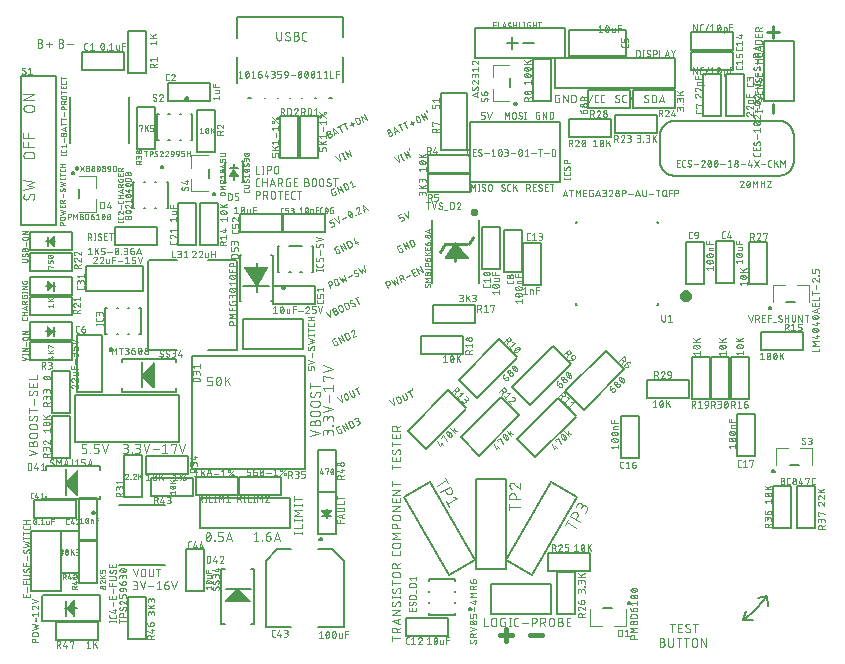
<source format=gbr>
G04 EAGLE Gerber RS-274X export*
G75*
%MOMM*%
%FSLAX34Y34*%
%LPD*%
%INSilkscreen Top*%
%IPPOS*%
%AMOC8*
5,1,8,0,0,1.08239X$1,22.5*%
G01*
%ADD10C,0.076200*%
%ADD11C,0.406400*%
%ADD12C,0.050800*%
%ADD13C,0.152400*%
%ADD14C,0.254000*%
%ADD15C,0.127000*%
%ADD16C,0.120000*%
%ADD17C,0.200000*%
%ADD18C,0.508000*%
%ADD19C,0.300000*%

G36*
X200722Y307859D02*
X200722Y307859D01*
X200791Y307860D01*
X200842Y307878D01*
X200896Y307886D01*
X200958Y307918D01*
X201023Y307941D01*
X201066Y307974D01*
X201115Y307999D01*
X201163Y308049D01*
X201218Y308092D01*
X201263Y308153D01*
X201286Y308176D01*
X201295Y308196D01*
X201318Y308226D01*
X210208Y323466D01*
X210242Y323557D01*
X210283Y323645D01*
X210286Y323671D01*
X210296Y323696D01*
X210300Y323793D01*
X210310Y323889D01*
X210305Y323915D01*
X210306Y323942D01*
X210279Y324035D01*
X210258Y324130D01*
X210244Y324153D01*
X210237Y324178D01*
X210182Y324258D01*
X210132Y324341D01*
X210112Y324358D01*
X210096Y324380D01*
X210019Y324438D01*
X209945Y324501D01*
X209920Y324511D01*
X209899Y324527D01*
X209807Y324556D01*
X209717Y324593D01*
X209684Y324596D01*
X209665Y324603D01*
X209632Y324602D01*
X209550Y324611D01*
X190500Y324611D01*
X190383Y324592D01*
X190264Y324574D01*
X190261Y324572D01*
X190257Y324572D01*
X190153Y324516D01*
X190045Y324461D01*
X190043Y324458D01*
X190040Y324456D01*
X189958Y324370D01*
X189874Y324284D01*
X189873Y324281D01*
X189871Y324278D01*
X189821Y324170D01*
X189769Y324062D01*
X189768Y324058D01*
X189767Y324055D01*
X189754Y323938D01*
X189739Y323818D01*
X189740Y323814D01*
X189740Y323811D01*
X189765Y323694D01*
X189790Y323577D01*
X189791Y323573D01*
X189792Y323570D01*
X189798Y323560D01*
X189867Y323428D01*
X200027Y308188D01*
X200074Y308137D01*
X200114Y308080D01*
X200157Y308048D01*
X200194Y308008D01*
X200255Y307975D01*
X200311Y307933D01*
X200363Y307917D01*
X200411Y307891D01*
X200479Y307879D01*
X200545Y307858D01*
X200599Y307858D01*
X200653Y307849D01*
X200722Y307859D01*
G37*
G36*
X378815Y330976D02*
X378815Y330976D01*
X378917Y330979D01*
X378972Y330995D01*
X379030Y331003D01*
X379124Y331040D01*
X379222Y331069D01*
X379272Y331098D01*
X379325Y331120D01*
X379408Y331180D01*
X379495Y331232D01*
X379536Y331273D01*
X379583Y331306D01*
X379648Y331385D01*
X379720Y331457D01*
X379749Y331507D01*
X379785Y331551D01*
X379829Y331644D01*
X379880Y331732D01*
X379896Y331787D01*
X379921Y331839D01*
X379940Y331939D01*
X379968Y332037D01*
X379970Y332095D01*
X379981Y332152D01*
X379974Y332253D01*
X379977Y332355D01*
X379965Y332411D01*
X379961Y332469D01*
X379930Y332566D01*
X379907Y332665D01*
X379881Y332717D01*
X379863Y332771D01*
X379808Y332857D01*
X379762Y332948D01*
X379704Y333022D01*
X379693Y333040D01*
X379683Y333050D01*
X379663Y333075D01*
X369503Y344505D01*
X369411Y344586D01*
X369324Y344671D01*
X369308Y344680D01*
X369307Y344681D01*
X369293Y344689D01*
X369291Y344690D01*
X369263Y344715D01*
X369154Y344770D01*
X369049Y344831D01*
X369013Y344841D01*
X368979Y344858D01*
X368860Y344884D01*
X368742Y344917D01*
X368705Y344918D01*
X368669Y344926D01*
X368583Y344923D01*
X368560Y344925D01*
X368550Y344925D01*
X368531Y344922D01*
X368425Y344925D01*
X368388Y344916D01*
X368351Y344915D01*
X368259Y344888D01*
X368234Y344885D01*
X368208Y344875D01*
X368115Y344853D01*
X368082Y344836D01*
X368046Y344825D01*
X367971Y344781D01*
X367938Y344768D01*
X367907Y344745D01*
X367832Y344706D01*
X367805Y344681D01*
X367773Y344662D01*
X367720Y344609D01*
X367681Y344581D01*
X367648Y344541D01*
X367596Y344494D01*
X367562Y344450D01*
X367549Y344437D01*
X367538Y344418D01*
X367498Y344366D01*
X359878Y332936D01*
X359872Y332923D01*
X359863Y332913D01*
X359801Y332782D01*
X359736Y332651D01*
X359733Y332638D01*
X359727Y332625D01*
X359700Y332482D01*
X359669Y332340D01*
X359670Y332326D01*
X359667Y332313D01*
X359676Y332168D01*
X359682Y332023D01*
X359686Y332009D01*
X359687Y331995D01*
X359732Y331857D01*
X359773Y331718D01*
X359781Y331706D01*
X359785Y331693D01*
X359863Y331570D01*
X359938Y331446D01*
X359948Y331436D01*
X359955Y331424D01*
X360061Y331325D01*
X360164Y331223D01*
X360177Y331216D01*
X360187Y331206D01*
X360314Y331136D01*
X360439Y331063D01*
X360453Y331059D01*
X360465Y331052D01*
X360605Y331016D01*
X360746Y330977D01*
X360760Y330976D01*
X360773Y330973D01*
X360934Y330963D01*
X378714Y330963D01*
X378815Y330976D01*
G37*
G36*
X113374Y222009D02*
X113374Y222009D01*
X113426Y222010D01*
X113494Y222035D01*
X113564Y222050D01*
X113608Y222077D01*
X113657Y222095D01*
X113713Y222140D01*
X113775Y222176D01*
X113809Y222216D01*
X113849Y222248D01*
X113888Y222309D01*
X113935Y222363D01*
X113954Y222411D01*
X113982Y222455D01*
X114000Y222525D01*
X114027Y222591D01*
X114035Y222663D01*
X114043Y222694D01*
X114041Y222717D01*
X114045Y222758D01*
X114045Y243078D01*
X114034Y243149D01*
X114032Y243220D01*
X114014Y243269D01*
X114006Y243321D01*
X113972Y243384D01*
X113947Y243451D01*
X113915Y243492D01*
X113890Y243538D01*
X113839Y243587D01*
X113794Y243643D01*
X113750Y243672D01*
X113712Y243708D01*
X113647Y243738D01*
X113587Y243776D01*
X113536Y243789D01*
X113489Y243811D01*
X113418Y243819D01*
X113348Y243837D01*
X113296Y243832D01*
X113245Y243838D01*
X113174Y243823D01*
X113103Y243817D01*
X113055Y243797D01*
X113004Y243786D01*
X112943Y243749D01*
X112877Y243721D01*
X112821Y243676D01*
X112793Y243660D01*
X112778Y243642D01*
X112746Y243616D01*
X102586Y233456D01*
X102574Y233440D01*
X102559Y233428D01*
X102502Y233340D01*
X102442Y233257D01*
X102436Y233238D01*
X102426Y233221D01*
X102400Y233120D01*
X102370Y233021D01*
X102370Y233002D01*
X102365Y232982D01*
X102374Y232879D01*
X102376Y232776D01*
X102383Y232757D01*
X102385Y232737D01*
X102425Y232642D01*
X102461Y232545D01*
X102473Y232529D01*
X102481Y232511D01*
X102586Y232380D01*
X112746Y222220D01*
X112804Y222178D01*
X112856Y222129D01*
X112903Y222107D01*
X112945Y222076D01*
X113014Y222055D01*
X113079Y222025D01*
X113131Y222019D01*
X113181Y222004D01*
X113252Y222006D01*
X113323Y221998D01*
X113374Y222009D01*
G37*
G36*
X48858Y130823D02*
X48858Y130823D01*
X48910Y130824D01*
X48978Y130849D01*
X49048Y130864D01*
X49092Y130891D01*
X49141Y130909D01*
X49197Y130954D01*
X49259Y130990D01*
X49293Y131030D01*
X49333Y131062D01*
X49372Y131123D01*
X49419Y131177D01*
X49438Y131225D01*
X49466Y131269D01*
X49484Y131339D01*
X49511Y131405D01*
X49519Y131477D01*
X49527Y131508D01*
X49525Y131531D01*
X49529Y131572D01*
X49529Y151892D01*
X49518Y151963D01*
X49516Y152034D01*
X49498Y152083D01*
X49490Y152135D01*
X49456Y152198D01*
X49431Y152265D01*
X49399Y152306D01*
X49374Y152352D01*
X49323Y152401D01*
X49278Y152457D01*
X49234Y152486D01*
X49196Y152522D01*
X49131Y152552D01*
X49071Y152590D01*
X49020Y152603D01*
X48973Y152625D01*
X48902Y152633D01*
X48832Y152651D01*
X48780Y152646D01*
X48729Y152652D01*
X48658Y152637D01*
X48587Y152631D01*
X48539Y152611D01*
X48488Y152600D01*
X48427Y152563D01*
X48361Y152535D01*
X48305Y152490D01*
X48277Y152474D01*
X48262Y152456D01*
X48230Y152430D01*
X38070Y142270D01*
X38058Y142254D01*
X38043Y142242D01*
X37986Y142154D01*
X37926Y142071D01*
X37920Y142052D01*
X37910Y142035D01*
X37884Y141934D01*
X37854Y141835D01*
X37854Y141816D01*
X37849Y141796D01*
X37858Y141693D01*
X37860Y141590D01*
X37867Y141571D01*
X37869Y141551D01*
X37909Y141456D01*
X37945Y141359D01*
X37957Y141343D01*
X37965Y141325D01*
X38070Y141194D01*
X48230Y131034D01*
X48288Y130992D01*
X48340Y130943D01*
X48387Y130921D01*
X48429Y130890D01*
X48498Y130869D01*
X48563Y130839D01*
X48615Y130833D01*
X48665Y130818D01*
X48736Y130820D01*
X48807Y130812D01*
X48858Y130823D01*
G37*
G36*
X194635Y40906D02*
X194635Y40906D01*
X194706Y40908D01*
X194755Y40926D01*
X194807Y40935D01*
X194870Y40968D01*
X194937Y40993D01*
X194978Y41025D01*
X195024Y41050D01*
X195073Y41101D01*
X195129Y41146D01*
X195158Y41190D01*
X195194Y41228D01*
X195224Y41293D01*
X195262Y41353D01*
X195275Y41404D01*
X195297Y41451D01*
X195305Y41522D01*
X195323Y41592D01*
X195318Y41644D01*
X195324Y41695D01*
X195309Y41766D01*
X195303Y41837D01*
X195283Y41885D01*
X195272Y41936D01*
X195235Y41997D01*
X195207Y42063D01*
X195162Y42119D01*
X195146Y42147D01*
X195128Y42162D01*
X195102Y42194D01*
X184942Y52354D01*
X184926Y52366D01*
X184914Y52381D01*
X184826Y52438D01*
X184743Y52498D01*
X184724Y52504D01*
X184707Y52514D01*
X184606Y52540D01*
X184507Y52570D01*
X184488Y52570D01*
X184468Y52575D01*
X184365Y52567D01*
X184262Y52564D01*
X184243Y52557D01*
X184223Y52555D01*
X184128Y52515D01*
X184031Y52479D01*
X184015Y52467D01*
X183997Y52459D01*
X183866Y52354D01*
X173706Y42194D01*
X173664Y42136D01*
X173615Y42084D01*
X173593Y42037D01*
X173562Y41995D01*
X173541Y41926D01*
X173511Y41861D01*
X173505Y41809D01*
X173490Y41759D01*
X173492Y41688D01*
X173484Y41617D01*
X173495Y41566D01*
X173496Y41514D01*
X173521Y41446D01*
X173536Y41376D01*
X173563Y41332D01*
X173581Y41283D01*
X173626Y41227D01*
X173662Y41165D01*
X173702Y41131D01*
X173734Y41091D01*
X173795Y41052D01*
X173849Y41005D01*
X173897Y40986D01*
X173941Y40958D01*
X174011Y40940D01*
X174077Y40913D01*
X174149Y40905D01*
X174180Y40897D01*
X174203Y40899D01*
X174244Y40895D01*
X194564Y40895D01*
X194635Y40906D01*
G37*
G36*
X45769Y28452D02*
X45769Y28452D01*
X45779Y28451D01*
X45889Y28478D01*
X46000Y28502D01*
X46008Y28507D01*
X46018Y28509D01*
X46113Y28570D01*
X46211Y28628D01*
X46217Y28636D01*
X46226Y28641D01*
X46297Y28729D01*
X46371Y28815D01*
X46375Y28824D01*
X46381Y28832D01*
X46420Y28938D01*
X46463Y29043D01*
X46464Y29055D01*
X46467Y29062D01*
X46468Y29087D01*
X46481Y29210D01*
X46481Y41910D01*
X46463Y42022D01*
X46448Y42134D01*
X46443Y42143D01*
X46442Y42153D01*
X46389Y42253D01*
X46338Y42354D01*
X46331Y42361D01*
X46326Y42370D01*
X46244Y42448D01*
X46164Y42528D01*
X46155Y42533D01*
X46148Y42540D01*
X46045Y42587D01*
X45944Y42638D01*
X45934Y42639D01*
X45925Y42643D01*
X45813Y42656D01*
X45700Y42671D01*
X45690Y42669D01*
X45681Y42670D01*
X45570Y42646D01*
X45458Y42625D01*
X45450Y42620D01*
X45440Y42618D01*
X45343Y42560D01*
X45244Y42504D01*
X45236Y42496D01*
X45229Y42492D01*
X45213Y42473D01*
X45126Y42386D01*
X40046Y36036D01*
X40017Y35984D01*
X39979Y35938D01*
X39957Y35877D01*
X39925Y35821D01*
X39914Y35763D01*
X39893Y35708D01*
X39891Y35643D01*
X39879Y35580D01*
X39887Y35521D01*
X39885Y35462D01*
X39904Y35400D01*
X39913Y35336D01*
X39939Y35283D01*
X39956Y35226D01*
X40008Y35144D01*
X40022Y35116D01*
X40033Y35105D01*
X40046Y35084D01*
X45126Y28734D01*
X45210Y28658D01*
X45292Y28581D01*
X45301Y28576D01*
X45308Y28570D01*
X45413Y28524D01*
X45515Y28477D01*
X45525Y28476D01*
X45534Y28472D01*
X45647Y28462D01*
X45759Y28450D01*
X45769Y28452D01*
G37*
G36*
X184999Y400322D02*
X184999Y400322D01*
X185118Y400340D01*
X185121Y400342D01*
X185125Y400343D01*
X185229Y400398D01*
X185337Y400453D01*
X185339Y400456D01*
X185342Y400458D01*
X185424Y400544D01*
X185508Y400630D01*
X185509Y400633D01*
X185512Y400636D01*
X185562Y400744D01*
X185613Y400852D01*
X185614Y400856D01*
X185615Y400859D01*
X185628Y400976D01*
X185643Y401096D01*
X185642Y401100D01*
X185642Y401103D01*
X185617Y401220D01*
X185593Y401337D01*
X185591Y401341D01*
X185590Y401344D01*
X185584Y401354D01*
X185515Y401486D01*
X181515Y407486D01*
X181452Y407555D01*
X181393Y407628D01*
X181368Y407644D01*
X181348Y407666D01*
X181265Y407711D01*
X181187Y407762D01*
X181158Y407769D01*
X181131Y407783D01*
X181039Y407799D01*
X180948Y407822D01*
X180919Y407820D01*
X180889Y407825D01*
X180796Y407811D01*
X180703Y407804D01*
X180676Y407792D01*
X180646Y407788D01*
X180563Y407745D01*
X180476Y407708D01*
X180454Y407688D01*
X180427Y407675D01*
X180362Y407607D01*
X180292Y407545D01*
X180272Y407514D01*
X180256Y407498D01*
X180242Y407468D01*
X180201Y407404D01*
X177201Y401404D01*
X177180Y401335D01*
X177149Y401269D01*
X177143Y401218D01*
X177128Y401170D01*
X177130Y401097D01*
X177122Y401025D01*
X177133Y400975D01*
X177134Y400924D01*
X177159Y400855D01*
X177174Y400784D01*
X177200Y400740D01*
X177218Y400692D01*
X177263Y400635D01*
X177300Y400573D01*
X177339Y400540D01*
X177371Y400500D01*
X177432Y400460D01*
X177487Y400413D01*
X177534Y400394D01*
X177577Y400366D01*
X177648Y400348D01*
X177715Y400321D01*
X177785Y400314D01*
X177816Y400306D01*
X177840Y400307D01*
X177882Y400303D01*
X184882Y400303D01*
X184999Y400322D01*
G37*
G36*
X28788Y341659D02*
X28788Y341659D01*
X28840Y341660D01*
X28908Y341685D01*
X28978Y341700D01*
X29022Y341727D01*
X29071Y341745D01*
X29127Y341790D01*
X29189Y341826D01*
X29223Y341866D01*
X29263Y341898D01*
X29302Y341959D01*
X29349Y342013D01*
X29368Y342061D01*
X29396Y342105D01*
X29414Y342175D01*
X29441Y342241D01*
X29449Y342313D01*
X29457Y342344D01*
X29455Y342367D01*
X29459Y342408D01*
X29459Y350028D01*
X29457Y350045D01*
X29458Y350060D01*
X29447Y350110D01*
X29446Y350170D01*
X29428Y350219D01*
X29420Y350271D01*
X29407Y350294D01*
X29406Y350300D01*
X29387Y350331D01*
X29386Y350334D01*
X29361Y350401D01*
X29329Y350442D01*
X29304Y350488D01*
X29253Y350537D01*
X29208Y350593D01*
X29164Y350622D01*
X29126Y350658D01*
X29061Y350688D01*
X29001Y350726D01*
X28950Y350739D01*
X28903Y350761D01*
X28832Y350769D01*
X28762Y350787D01*
X28710Y350782D01*
X28659Y350788D01*
X28588Y350773D01*
X28517Y350767D01*
X28469Y350747D01*
X28418Y350736D01*
X28357Y350699D01*
X28291Y350671D01*
X28246Y350635D01*
X28230Y350627D01*
X28223Y350620D01*
X28207Y350610D01*
X28192Y350592D01*
X28160Y350566D01*
X24350Y346756D01*
X24338Y346740D01*
X24323Y346728D01*
X24279Y346660D01*
X24262Y346642D01*
X24252Y346620D01*
X24206Y346557D01*
X24200Y346538D01*
X24190Y346521D01*
X24170Y346444D01*
X24159Y346419D01*
X24156Y346392D01*
X24134Y346321D01*
X24134Y346302D01*
X24129Y346282D01*
X24135Y346208D01*
X24132Y346175D01*
X24138Y346143D01*
X24140Y346076D01*
X24147Y346057D01*
X24149Y346037D01*
X24175Y345975D01*
X24184Y345934D01*
X24204Y345900D01*
X24225Y345845D01*
X24237Y345829D01*
X24245Y345811D01*
X24296Y345747D01*
X24310Y345723D01*
X24325Y345710D01*
X24350Y345680D01*
X28160Y341870D01*
X28218Y341828D01*
X28270Y341779D01*
X28317Y341757D01*
X28359Y341726D01*
X28428Y341705D01*
X28493Y341675D01*
X28545Y341669D01*
X28595Y341654D01*
X28666Y341656D01*
X28737Y341648D01*
X28788Y341659D01*
G37*
G36*
X23480Y303813D02*
X23480Y303813D01*
X23551Y303819D01*
X23599Y303839D01*
X23650Y303850D01*
X23711Y303887D01*
X23777Y303915D01*
X23833Y303960D01*
X23861Y303976D01*
X23876Y303994D01*
X23908Y304020D01*
X27718Y307830D01*
X27730Y307846D01*
X27745Y307858D01*
X27774Y307903D01*
X27806Y307936D01*
X27826Y307979D01*
X27862Y308029D01*
X27868Y308048D01*
X27878Y308065D01*
X27894Y308125D01*
X27909Y308159D01*
X27914Y308198D01*
X27934Y308265D01*
X27934Y308284D01*
X27939Y308304D01*
X27933Y308373D01*
X27936Y308404D01*
X27930Y308434D01*
X27928Y308510D01*
X27921Y308529D01*
X27919Y308549D01*
X27890Y308619D01*
X27884Y308644D01*
X27871Y308667D01*
X27843Y308741D01*
X27831Y308757D01*
X27823Y308775D01*
X27718Y308906D01*
X23908Y312716D01*
X23850Y312758D01*
X23798Y312808D01*
X23777Y312817D01*
X23772Y312821D01*
X23749Y312831D01*
X23709Y312860D01*
X23640Y312881D01*
X23575Y312911D01*
X23523Y312917D01*
X23473Y312932D01*
X23402Y312930D01*
X23331Y312938D01*
X23280Y312927D01*
X23228Y312926D01*
X23160Y312901D01*
X23090Y312886D01*
X23046Y312859D01*
X22997Y312841D01*
X22941Y312797D01*
X22879Y312760D01*
X22845Y312720D01*
X22805Y312688D01*
X22766Y312627D01*
X22747Y312605D01*
X22741Y312599D01*
X22740Y312597D01*
X22719Y312573D01*
X22700Y312525D01*
X22672Y312481D01*
X22655Y312414D01*
X22637Y312376D01*
X22636Y312366D01*
X22627Y312345D01*
X22619Y312273D01*
X22611Y312242D01*
X22613Y312219D01*
X22609Y312178D01*
X22609Y304558D01*
X22620Y304487D01*
X22622Y304416D01*
X22640Y304367D01*
X22649Y304315D01*
X22682Y304252D01*
X22707Y304185D01*
X22739Y304144D01*
X22764Y304098D01*
X22815Y304049D01*
X22860Y303993D01*
X22904Y303964D01*
X22942Y303929D01*
X23007Y303898D01*
X23067Y303860D01*
X23118Y303847D01*
X23165Y303825D01*
X23236Y303817D01*
X23306Y303799D01*
X23358Y303804D01*
X23409Y303798D01*
X23480Y303813D01*
G37*
G36*
X23732Y265447D02*
X23732Y265447D01*
X23803Y265453D01*
X23851Y265473D01*
X23902Y265484D01*
X23963Y265521D01*
X24029Y265549D01*
X24085Y265594D01*
X24113Y265610D01*
X24128Y265628D01*
X24160Y265654D01*
X27970Y269464D01*
X27982Y269480D01*
X27997Y269492D01*
X28026Y269537D01*
X28058Y269570D01*
X28078Y269613D01*
X28114Y269663D01*
X28120Y269682D01*
X28130Y269699D01*
X28146Y269759D01*
X28161Y269793D01*
X28166Y269832D01*
X28186Y269899D01*
X28186Y269918D01*
X28191Y269938D01*
X28185Y270007D01*
X28188Y270038D01*
X28182Y270068D01*
X28180Y270144D01*
X28173Y270163D01*
X28171Y270183D01*
X28142Y270253D01*
X28136Y270278D01*
X28123Y270301D01*
X28095Y270375D01*
X28083Y270391D01*
X28075Y270409D01*
X27970Y270540D01*
X24160Y274350D01*
X24102Y274392D01*
X24050Y274442D01*
X24029Y274451D01*
X24024Y274455D01*
X24001Y274465D01*
X23961Y274494D01*
X23892Y274515D01*
X23827Y274545D01*
X23775Y274551D01*
X23725Y274566D01*
X23654Y274564D01*
X23583Y274572D01*
X23532Y274561D01*
X23480Y274560D01*
X23412Y274535D01*
X23342Y274520D01*
X23298Y274493D01*
X23249Y274475D01*
X23193Y274431D01*
X23131Y274394D01*
X23097Y274354D01*
X23057Y274322D01*
X23018Y274261D01*
X22999Y274239D01*
X22993Y274233D01*
X22992Y274231D01*
X22971Y274207D01*
X22952Y274159D01*
X22924Y274115D01*
X22907Y274048D01*
X22889Y274010D01*
X22888Y274000D01*
X22879Y273979D01*
X22871Y273907D01*
X22863Y273876D01*
X22865Y273853D01*
X22861Y273812D01*
X22861Y266192D01*
X22872Y266121D01*
X22874Y266050D01*
X22892Y266001D01*
X22901Y265949D01*
X22934Y265886D01*
X22959Y265819D01*
X22991Y265778D01*
X23016Y265732D01*
X23067Y265683D01*
X23112Y265627D01*
X23156Y265598D01*
X23194Y265563D01*
X23259Y265532D01*
X23319Y265494D01*
X23370Y265481D01*
X23417Y265459D01*
X23488Y265451D01*
X23558Y265433D01*
X23610Y265438D01*
X23661Y265432D01*
X23732Y265447D01*
G37*
G36*
X259627Y113804D02*
X259627Y113804D01*
X259730Y113806D01*
X259749Y113813D01*
X259769Y113815D01*
X259864Y113855D01*
X259961Y113891D01*
X259977Y113903D01*
X259995Y113911D01*
X260126Y114016D01*
X263936Y117826D01*
X263978Y117884D01*
X264028Y117936D01*
X264050Y117983D01*
X264080Y118025D01*
X264101Y118094D01*
X264131Y118159D01*
X264137Y118211D01*
X264152Y118261D01*
X264150Y118332D01*
X264158Y118403D01*
X264147Y118454D01*
X264146Y118506D01*
X264121Y118574D01*
X264106Y118644D01*
X264079Y118688D01*
X264061Y118737D01*
X264017Y118793D01*
X263980Y118855D01*
X263940Y118889D01*
X263908Y118929D01*
X263847Y118968D01*
X263793Y119015D01*
X263745Y119034D01*
X263701Y119062D01*
X263631Y119080D01*
X263565Y119107D01*
X263493Y119115D01*
X263462Y119123D01*
X263439Y119121D01*
X263398Y119125D01*
X255778Y119125D01*
X255707Y119114D01*
X255636Y119112D01*
X255587Y119094D01*
X255535Y119086D01*
X255472Y119052D01*
X255405Y119027D01*
X255364Y118995D01*
X255318Y118970D01*
X255269Y118919D01*
X255213Y118874D01*
X255184Y118830D01*
X255149Y118792D01*
X255118Y118727D01*
X255080Y118667D01*
X255067Y118616D01*
X255045Y118569D01*
X255037Y118498D01*
X255019Y118428D01*
X255024Y118376D01*
X255018Y118325D01*
X255033Y118254D01*
X255039Y118183D01*
X255059Y118135D01*
X255070Y118084D01*
X255107Y118023D01*
X255135Y117957D01*
X255180Y117901D01*
X255196Y117873D01*
X255199Y117870D01*
X255200Y117869D01*
X255215Y117856D01*
X255240Y117826D01*
X259050Y114016D01*
X259066Y114004D01*
X259078Y113989D01*
X259166Y113932D01*
X259249Y113872D01*
X259268Y113866D01*
X259285Y113856D01*
X259386Y113830D01*
X259485Y113800D01*
X259504Y113800D01*
X259524Y113795D01*
X259627Y113804D01*
G37*
D10*
X157967Y98926D02*
X157901Y98787D01*
X157840Y98648D01*
X157781Y98506D01*
X157727Y98363D01*
X157676Y98219D01*
X157628Y98074D01*
X157585Y97927D01*
X157545Y97779D01*
X157508Y97631D01*
X157476Y97481D01*
X157447Y97331D01*
X157422Y97180D01*
X157401Y97029D01*
X157384Y96877D01*
X157370Y96724D01*
X157361Y96572D01*
X157355Y96419D01*
X157353Y96266D01*
X157967Y98926D02*
X157993Y98996D01*
X158023Y99066D01*
X158056Y99133D01*
X158092Y99199D01*
X158131Y99263D01*
X158174Y99325D01*
X158220Y99384D01*
X158268Y99442D01*
X158319Y99496D01*
X158373Y99549D01*
X158430Y99598D01*
X158489Y99645D01*
X158550Y99688D01*
X158613Y99729D01*
X158678Y99766D01*
X158745Y99801D01*
X158814Y99831D01*
X158884Y99859D01*
X158955Y99882D01*
X159027Y99903D01*
X159100Y99919D01*
X159174Y99932D01*
X159249Y99942D01*
X159324Y99947D01*
X159399Y99949D01*
X159474Y99947D01*
X159549Y99942D01*
X159624Y99932D01*
X159698Y99919D01*
X159771Y99903D01*
X159843Y99882D01*
X159914Y99859D01*
X159984Y99831D01*
X160053Y99801D01*
X160120Y99766D01*
X160185Y99729D01*
X160248Y99688D01*
X160309Y99645D01*
X160368Y99598D01*
X160425Y99549D01*
X160479Y99496D01*
X160530Y99442D01*
X160579Y99384D01*
X160624Y99325D01*
X160667Y99263D01*
X160706Y99199D01*
X160743Y99133D01*
X160775Y99065D01*
X160805Y98996D01*
X160831Y98926D01*
X160896Y98788D01*
X160958Y98648D01*
X161016Y98506D01*
X161071Y98363D01*
X161122Y98219D01*
X161170Y98074D01*
X161213Y97927D01*
X161253Y97780D01*
X161290Y97631D01*
X161322Y97481D01*
X161351Y97331D01*
X161376Y97180D01*
X161397Y97029D01*
X161414Y96877D01*
X161428Y96724D01*
X161437Y96572D01*
X161443Y96419D01*
X161445Y96266D01*
X157353Y96266D02*
X157355Y96113D01*
X157361Y95960D01*
X157370Y95807D01*
X157384Y95655D01*
X157401Y95503D01*
X157422Y95352D01*
X157447Y95201D01*
X157476Y95050D01*
X157508Y94901D01*
X157545Y94752D01*
X157585Y94605D01*
X157628Y94458D01*
X157676Y94313D01*
X157727Y94168D01*
X157782Y94026D01*
X157840Y93884D01*
X157902Y93744D01*
X157967Y93606D01*
X157993Y93535D01*
X158023Y93466D01*
X158056Y93399D01*
X158092Y93333D01*
X158131Y93269D01*
X158174Y93207D01*
X158220Y93148D01*
X158268Y93090D01*
X158319Y93036D01*
X158373Y92983D01*
X158430Y92934D01*
X158489Y92887D01*
X158550Y92844D01*
X158613Y92803D01*
X158678Y92766D01*
X158745Y92731D01*
X158814Y92701D01*
X158884Y92673D01*
X158955Y92650D01*
X159027Y92629D01*
X159100Y92613D01*
X159174Y92600D01*
X159249Y92590D01*
X159324Y92585D01*
X159399Y92583D01*
X160831Y93606D02*
X160896Y93744D01*
X160958Y93884D01*
X161016Y94026D01*
X161071Y94169D01*
X161122Y94313D01*
X161170Y94458D01*
X161213Y94605D01*
X161253Y94753D01*
X161290Y94901D01*
X161322Y95051D01*
X161351Y95201D01*
X161376Y95352D01*
X161397Y95503D01*
X161414Y95655D01*
X161428Y95808D01*
X161437Y95960D01*
X161443Y96113D01*
X161445Y96266D01*
X160831Y93606D02*
X160805Y93536D01*
X160775Y93466D01*
X160743Y93399D01*
X160706Y93333D01*
X160667Y93269D01*
X160624Y93207D01*
X160578Y93148D01*
X160530Y93090D01*
X160479Y93036D01*
X160425Y92983D01*
X160368Y92934D01*
X160309Y92887D01*
X160248Y92844D01*
X160185Y92803D01*
X160120Y92766D01*
X160053Y92731D01*
X159984Y92701D01*
X159914Y92673D01*
X159843Y92650D01*
X159771Y92629D01*
X159698Y92613D01*
X159624Y92600D01*
X159549Y92590D01*
X159474Y92585D01*
X159399Y92583D01*
X157762Y94220D02*
X161036Y98312D01*
X164315Y92992D02*
X164315Y92583D01*
X164315Y92992D02*
X164724Y92992D01*
X164724Y92583D01*
X164315Y92583D01*
X167594Y92583D02*
X170050Y92583D01*
X170128Y92585D01*
X170206Y92590D01*
X170283Y92600D01*
X170360Y92613D01*
X170436Y92629D01*
X170511Y92649D01*
X170585Y92673D01*
X170658Y92700D01*
X170730Y92731D01*
X170800Y92765D01*
X170869Y92802D01*
X170935Y92843D01*
X171000Y92887D01*
X171062Y92933D01*
X171122Y92983D01*
X171180Y93035D01*
X171235Y93090D01*
X171287Y93148D01*
X171337Y93208D01*
X171383Y93270D01*
X171427Y93335D01*
X171468Y93402D01*
X171505Y93470D01*
X171539Y93540D01*
X171570Y93612D01*
X171597Y93685D01*
X171621Y93759D01*
X171641Y93834D01*
X171657Y93910D01*
X171670Y93987D01*
X171680Y94064D01*
X171685Y94142D01*
X171687Y94220D01*
X171686Y94220D02*
X171686Y95038D01*
X171687Y95038D02*
X171685Y95116D01*
X171680Y95194D01*
X171670Y95271D01*
X171657Y95348D01*
X171641Y95424D01*
X171621Y95499D01*
X171597Y95573D01*
X171570Y95646D01*
X171539Y95718D01*
X171505Y95788D01*
X171468Y95857D01*
X171427Y95923D01*
X171383Y95988D01*
X171337Y96050D01*
X171287Y96110D01*
X171235Y96168D01*
X171180Y96223D01*
X171122Y96275D01*
X171062Y96325D01*
X171000Y96371D01*
X170935Y96415D01*
X170869Y96456D01*
X170800Y96493D01*
X170730Y96527D01*
X170658Y96558D01*
X170585Y96585D01*
X170511Y96609D01*
X170436Y96629D01*
X170360Y96645D01*
X170283Y96658D01*
X170206Y96668D01*
X170128Y96673D01*
X170050Y96675D01*
X167594Y96675D01*
X167594Y99949D01*
X171686Y99949D01*
X176956Y99949D02*
X174500Y92583D01*
X179411Y92583D02*
X176956Y99949D01*
X178797Y94425D02*
X175114Y94425D01*
X197830Y98312D02*
X199876Y99949D01*
X199876Y92583D01*
X197830Y92583D02*
X201923Y92583D01*
X204793Y92583D02*
X204793Y92992D01*
X205202Y92992D01*
X205202Y92583D01*
X204793Y92583D01*
X208072Y96675D02*
X210527Y96675D01*
X210605Y96673D01*
X210683Y96668D01*
X210760Y96658D01*
X210837Y96645D01*
X210913Y96629D01*
X210988Y96609D01*
X211062Y96585D01*
X211135Y96558D01*
X211207Y96527D01*
X211277Y96493D01*
X211346Y96456D01*
X211412Y96415D01*
X211477Y96371D01*
X211539Y96325D01*
X211599Y96275D01*
X211657Y96223D01*
X211712Y96168D01*
X211764Y96110D01*
X211814Y96050D01*
X211860Y95988D01*
X211904Y95923D01*
X211945Y95857D01*
X211982Y95788D01*
X212016Y95718D01*
X212047Y95646D01*
X212074Y95573D01*
X212098Y95499D01*
X212118Y95424D01*
X212134Y95348D01*
X212147Y95271D01*
X212157Y95194D01*
X212162Y95116D01*
X212164Y95038D01*
X212164Y94629D01*
X212162Y94540D01*
X212156Y94451D01*
X212146Y94362D01*
X212133Y94274D01*
X212116Y94186D01*
X212094Y94099D01*
X212069Y94014D01*
X212041Y93929D01*
X212008Y93846D01*
X211972Y93764D01*
X211933Y93684D01*
X211890Y93606D01*
X211844Y93530D01*
X211794Y93455D01*
X211741Y93383D01*
X211685Y93314D01*
X211626Y93247D01*
X211565Y93182D01*
X211500Y93121D01*
X211433Y93062D01*
X211364Y93006D01*
X211292Y92953D01*
X211217Y92903D01*
X211141Y92857D01*
X211063Y92814D01*
X210983Y92775D01*
X210901Y92739D01*
X210818Y92706D01*
X210733Y92678D01*
X210648Y92653D01*
X210561Y92631D01*
X210473Y92614D01*
X210385Y92601D01*
X210296Y92591D01*
X210207Y92585D01*
X210118Y92583D01*
X210029Y92585D01*
X209940Y92591D01*
X209851Y92601D01*
X209763Y92614D01*
X209675Y92631D01*
X209588Y92653D01*
X209503Y92678D01*
X209418Y92706D01*
X209335Y92739D01*
X209253Y92775D01*
X209173Y92814D01*
X209095Y92857D01*
X209019Y92903D01*
X208944Y92953D01*
X208872Y93006D01*
X208803Y93062D01*
X208736Y93121D01*
X208671Y93182D01*
X208610Y93247D01*
X208551Y93314D01*
X208495Y93383D01*
X208442Y93455D01*
X208392Y93530D01*
X208346Y93606D01*
X208303Y93684D01*
X208264Y93764D01*
X208228Y93846D01*
X208195Y93929D01*
X208167Y94014D01*
X208142Y94099D01*
X208120Y94186D01*
X208103Y94274D01*
X208090Y94362D01*
X208080Y94451D01*
X208074Y94540D01*
X208072Y94629D01*
X208072Y96675D01*
X208071Y96675D02*
X208073Y96789D01*
X208079Y96903D01*
X208089Y97017D01*
X208103Y97131D01*
X208121Y97244D01*
X208143Y97356D01*
X208168Y97467D01*
X208198Y97577D01*
X208231Y97687D01*
X208268Y97795D01*
X208309Y97901D01*
X208354Y98007D01*
X208402Y98110D01*
X208454Y98212D01*
X208510Y98312D01*
X208568Y98410D01*
X208631Y98506D01*
X208696Y98599D01*
X208765Y98691D01*
X208837Y98779D01*
X208912Y98866D01*
X208990Y98949D01*
X209071Y99030D01*
X209154Y99108D01*
X209241Y99183D01*
X209329Y99255D01*
X209421Y99324D01*
X209514Y99389D01*
X209610Y99451D01*
X209708Y99510D01*
X209808Y99566D01*
X209910Y99618D01*
X210013Y99666D01*
X210119Y99711D01*
X210225Y99752D01*
X210333Y99789D01*
X210443Y99822D01*
X210553Y99852D01*
X210664Y99877D01*
X210776Y99899D01*
X210889Y99917D01*
X211003Y99931D01*
X211117Y99941D01*
X211231Y99947D01*
X211345Y99949D01*
X217433Y99949D02*
X214978Y92583D01*
X219888Y92583D02*
X217433Y99949D01*
X219274Y94425D02*
X215591Y94425D01*
X54652Y167005D02*
X52197Y167005D01*
X54652Y167005D02*
X54730Y167007D01*
X54808Y167012D01*
X54885Y167022D01*
X54962Y167035D01*
X55038Y167051D01*
X55113Y167071D01*
X55187Y167095D01*
X55260Y167122D01*
X55332Y167153D01*
X55402Y167187D01*
X55471Y167224D01*
X55537Y167265D01*
X55602Y167309D01*
X55664Y167355D01*
X55724Y167405D01*
X55782Y167457D01*
X55837Y167512D01*
X55889Y167570D01*
X55939Y167630D01*
X55985Y167692D01*
X56029Y167757D01*
X56070Y167824D01*
X56107Y167892D01*
X56141Y167962D01*
X56172Y168034D01*
X56199Y168107D01*
X56223Y168181D01*
X56243Y168256D01*
X56259Y168332D01*
X56272Y168409D01*
X56282Y168486D01*
X56287Y168564D01*
X56289Y168642D01*
X56289Y169460D01*
X56287Y169538D01*
X56282Y169616D01*
X56272Y169693D01*
X56259Y169770D01*
X56243Y169846D01*
X56223Y169921D01*
X56199Y169995D01*
X56172Y170068D01*
X56141Y170140D01*
X56107Y170210D01*
X56070Y170279D01*
X56029Y170345D01*
X55985Y170410D01*
X55939Y170472D01*
X55889Y170532D01*
X55837Y170590D01*
X55782Y170645D01*
X55724Y170697D01*
X55664Y170747D01*
X55602Y170793D01*
X55537Y170837D01*
X55471Y170878D01*
X55402Y170915D01*
X55332Y170949D01*
X55260Y170980D01*
X55187Y171007D01*
X55113Y171031D01*
X55038Y171051D01*
X54962Y171067D01*
X54885Y171080D01*
X54808Y171090D01*
X54730Y171095D01*
X54652Y171097D01*
X52197Y171097D01*
X52197Y174371D01*
X56289Y174371D01*
X59159Y167414D02*
X59159Y167005D01*
X59159Y167414D02*
X59568Y167414D01*
X59568Y167005D01*
X59159Y167005D01*
X62438Y167005D02*
X64894Y167005D01*
X64972Y167007D01*
X65050Y167012D01*
X65127Y167022D01*
X65204Y167035D01*
X65280Y167051D01*
X65355Y167071D01*
X65429Y167095D01*
X65502Y167122D01*
X65574Y167153D01*
X65644Y167187D01*
X65713Y167224D01*
X65779Y167265D01*
X65844Y167309D01*
X65906Y167355D01*
X65966Y167405D01*
X66024Y167457D01*
X66079Y167512D01*
X66131Y167570D01*
X66181Y167630D01*
X66227Y167692D01*
X66271Y167757D01*
X66312Y167824D01*
X66349Y167892D01*
X66383Y167962D01*
X66414Y168034D01*
X66441Y168107D01*
X66465Y168181D01*
X66485Y168256D01*
X66501Y168332D01*
X66514Y168409D01*
X66524Y168486D01*
X66529Y168564D01*
X66531Y168642D01*
X66530Y168642D02*
X66530Y169460D01*
X66531Y169460D02*
X66529Y169538D01*
X66524Y169616D01*
X66514Y169693D01*
X66501Y169770D01*
X66485Y169846D01*
X66465Y169921D01*
X66441Y169995D01*
X66414Y170068D01*
X66383Y170140D01*
X66349Y170210D01*
X66312Y170279D01*
X66271Y170345D01*
X66227Y170410D01*
X66181Y170472D01*
X66131Y170532D01*
X66079Y170590D01*
X66024Y170645D01*
X65966Y170697D01*
X65906Y170747D01*
X65844Y170793D01*
X65779Y170837D01*
X65713Y170878D01*
X65644Y170915D01*
X65574Y170949D01*
X65502Y170980D01*
X65429Y171007D01*
X65355Y171031D01*
X65280Y171051D01*
X65204Y171067D01*
X65127Y171080D01*
X65050Y171090D01*
X64972Y171095D01*
X64894Y171097D01*
X62438Y171097D01*
X62438Y174371D01*
X66530Y174371D01*
X69344Y174371D02*
X71800Y167005D01*
X74255Y174371D01*
X87503Y167259D02*
X89549Y167259D01*
X89638Y167261D01*
X89727Y167267D01*
X89816Y167277D01*
X89904Y167290D01*
X89992Y167307D01*
X90079Y167329D01*
X90164Y167354D01*
X90249Y167382D01*
X90332Y167415D01*
X90414Y167451D01*
X90494Y167490D01*
X90572Y167533D01*
X90648Y167579D01*
X90723Y167629D01*
X90795Y167682D01*
X90864Y167738D01*
X90931Y167797D01*
X90996Y167858D01*
X91057Y167923D01*
X91116Y167990D01*
X91172Y168059D01*
X91225Y168131D01*
X91275Y168206D01*
X91321Y168282D01*
X91364Y168360D01*
X91403Y168440D01*
X91439Y168522D01*
X91472Y168605D01*
X91500Y168690D01*
X91525Y168775D01*
X91547Y168862D01*
X91564Y168950D01*
X91577Y169038D01*
X91587Y169127D01*
X91593Y169216D01*
X91595Y169305D01*
X91593Y169394D01*
X91587Y169483D01*
X91577Y169572D01*
X91564Y169660D01*
X91547Y169748D01*
X91525Y169835D01*
X91500Y169920D01*
X91472Y170005D01*
X91439Y170088D01*
X91403Y170170D01*
X91364Y170250D01*
X91321Y170328D01*
X91275Y170404D01*
X91225Y170479D01*
X91172Y170551D01*
X91116Y170620D01*
X91057Y170687D01*
X90996Y170752D01*
X90931Y170813D01*
X90864Y170872D01*
X90795Y170928D01*
X90723Y170981D01*
X90648Y171031D01*
X90572Y171077D01*
X90494Y171120D01*
X90414Y171159D01*
X90332Y171195D01*
X90249Y171228D01*
X90164Y171256D01*
X90079Y171281D01*
X89992Y171303D01*
X89904Y171320D01*
X89816Y171333D01*
X89727Y171343D01*
X89638Y171349D01*
X89549Y171351D01*
X89958Y174625D02*
X87503Y174625D01*
X89958Y174625D02*
X90037Y174623D01*
X90116Y174617D01*
X90195Y174608D01*
X90273Y174595D01*
X90350Y174577D01*
X90426Y174557D01*
X90501Y174532D01*
X90575Y174504D01*
X90648Y174473D01*
X90719Y174437D01*
X90788Y174399D01*
X90855Y174357D01*
X90920Y174312D01*
X90983Y174264D01*
X91044Y174213D01*
X91101Y174159D01*
X91157Y174103D01*
X91209Y174044D01*
X91259Y173982D01*
X91305Y173918D01*
X91349Y173852D01*
X91389Y173784D01*
X91425Y173714D01*
X91459Y173642D01*
X91489Y173568D01*
X91515Y173494D01*
X91538Y173418D01*
X91556Y173341D01*
X91572Y173264D01*
X91583Y173185D01*
X91591Y173107D01*
X91595Y173028D01*
X91595Y172948D01*
X91591Y172869D01*
X91583Y172791D01*
X91572Y172712D01*
X91556Y172635D01*
X91538Y172558D01*
X91515Y172482D01*
X91489Y172408D01*
X91459Y172334D01*
X91425Y172262D01*
X91389Y172192D01*
X91349Y172124D01*
X91305Y172058D01*
X91259Y171994D01*
X91209Y171932D01*
X91157Y171873D01*
X91101Y171817D01*
X91044Y171763D01*
X90983Y171712D01*
X90920Y171664D01*
X90855Y171619D01*
X90788Y171577D01*
X90719Y171539D01*
X90648Y171503D01*
X90575Y171472D01*
X90501Y171444D01*
X90426Y171419D01*
X90350Y171399D01*
X90273Y171381D01*
X90195Y171368D01*
X90116Y171359D01*
X90037Y171353D01*
X89958Y171351D01*
X88321Y171351D01*
X94465Y167668D02*
X94465Y167259D01*
X94465Y167668D02*
X94874Y167668D01*
X94874Y167259D01*
X94465Y167259D01*
X97744Y167259D02*
X99790Y167259D01*
X99879Y167261D01*
X99968Y167267D01*
X100057Y167277D01*
X100145Y167290D01*
X100233Y167307D01*
X100320Y167329D01*
X100405Y167354D01*
X100490Y167382D01*
X100573Y167415D01*
X100655Y167451D01*
X100735Y167490D01*
X100813Y167533D01*
X100889Y167579D01*
X100964Y167629D01*
X101036Y167682D01*
X101105Y167738D01*
X101172Y167797D01*
X101237Y167858D01*
X101298Y167923D01*
X101357Y167990D01*
X101413Y168059D01*
X101466Y168131D01*
X101516Y168206D01*
X101562Y168282D01*
X101605Y168360D01*
X101644Y168440D01*
X101680Y168522D01*
X101713Y168605D01*
X101741Y168690D01*
X101766Y168775D01*
X101788Y168862D01*
X101805Y168950D01*
X101818Y169038D01*
X101828Y169127D01*
X101834Y169216D01*
X101836Y169305D01*
X101834Y169394D01*
X101828Y169483D01*
X101818Y169572D01*
X101805Y169660D01*
X101788Y169748D01*
X101766Y169835D01*
X101741Y169920D01*
X101713Y170005D01*
X101680Y170088D01*
X101644Y170170D01*
X101605Y170250D01*
X101562Y170328D01*
X101516Y170404D01*
X101466Y170479D01*
X101413Y170551D01*
X101357Y170620D01*
X101298Y170687D01*
X101237Y170752D01*
X101172Y170813D01*
X101105Y170872D01*
X101036Y170928D01*
X100964Y170981D01*
X100889Y171031D01*
X100813Y171077D01*
X100735Y171120D01*
X100655Y171159D01*
X100573Y171195D01*
X100490Y171228D01*
X100405Y171256D01*
X100320Y171281D01*
X100233Y171303D01*
X100145Y171320D01*
X100057Y171333D01*
X99968Y171343D01*
X99879Y171349D01*
X99790Y171351D01*
X100200Y174625D02*
X97744Y174625D01*
X100200Y174625D02*
X100279Y174623D01*
X100358Y174617D01*
X100437Y174608D01*
X100515Y174595D01*
X100592Y174577D01*
X100668Y174557D01*
X100743Y174532D01*
X100817Y174504D01*
X100890Y174473D01*
X100961Y174437D01*
X101030Y174399D01*
X101097Y174357D01*
X101162Y174312D01*
X101225Y174264D01*
X101286Y174213D01*
X101343Y174159D01*
X101399Y174103D01*
X101451Y174044D01*
X101501Y173982D01*
X101547Y173918D01*
X101591Y173852D01*
X101631Y173784D01*
X101667Y173714D01*
X101701Y173642D01*
X101731Y173568D01*
X101757Y173494D01*
X101780Y173418D01*
X101798Y173341D01*
X101814Y173264D01*
X101825Y173185D01*
X101833Y173107D01*
X101837Y173028D01*
X101837Y172948D01*
X101833Y172869D01*
X101825Y172791D01*
X101814Y172712D01*
X101798Y172635D01*
X101780Y172558D01*
X101757Y172482D01*
X101731Y172408D01*
X101701Y172334D01*
X101667Y172262D01*
X101631Y172192D01*
X101591Y172124D01*
X101547Y172058D01*
X101501Y171994D01*
X101451Y171932D01*
X101399Y171873D01*
X101343Y171817D01*
X101286Y171763D01*
X101225Y171712D01*
X101162Y171664D01*
X101097Y171619D01*
X101030Y171577D01*
X100961Y171539D01*
X100890Y171503D01*
X100817Y171472D01*
X100743Y171444D01*
X100668Y171419D01*
X100592Y171399D01*
X100515Y171381D01*
X100437Y171368D01*
X100358Y171359D01*
X100279Y171353D01*
X100200Y171351D01*
X98563Y171351D01*
X104650Y174625D02*
X107106Y167259D01*
X109561Y174625D01*
X112453Y170124D02*
X117364Y170124D01*
X120665Y172988D02*
X122711Y174625D01*
X122711Y167259D01*
X120665Y167259D02*
X124757Y167259D01*
X127980Y173807D02*
X127980Y174625D01*
X132073Y174625D01*
X130026Y167259D01*
X137342Y167259D02*
X134886Y174625D01*
X139797Y174625D02*
X137342Y167259D01*
X245745Y181229D02*
X254127Y184023D01*
X245745Y186817D01*
X249470Y190323D02*
X249470Y192651D01*
X249471Y192651D02*
X249473Y192746D01*
X249479Y192841D01*
X249488Y192935D01*
X249502Y193029D01*
X249519Y193123D01*
X249540Y193215D01*
X249565Y193307D01*
X249594Y193397D01*
X249626Y193487D01*
X249662Y193575D01*
X249702Y193661D01*
X249744Y193746D01*
X249791Y193829D01*
X249841Y193910D01*
X249894Y193988D01*
X249950Y194065D01*
X250009Y194139D01*
X250071Y194211D01*
X250136Y194280D01*
X250204Y194347D01*
X250274Y194410D01*
X250348Y194471D01*
X250423Y194529D01*
X250501Y194583D01*
X250581Y194635D01*
X250663Y194683D01*
X250746Y194727D01*
X250832Y194769D01*
X250919Y194806D01*
X251008Y194840D01*
X251098Y194871D01*
X251189Y194898D01*
X251281Y194921D01*
X251374Y194940D01*
X251468Y194955D01*
X251562Y194967D01*
X251657Y194975D01*
X251752Y194979D01*
X251846Y194979D01*
X251941Y194975D01*
X252036Y194967D01*
X252130Y194955D01*
X252224Y194940D01*
X252317Y194921D01*
X252409Y194898D01*
X252500Y194871D01*
X252590Y194840D01*
X252679Y194806D01*
X252766Y194769D01*
X252852Y194727D01*
X252935Y194683D01*
X253017Y194635D01*
X253097Y194583D01*
X253175Y194529D01*
X253250Y194471D01*
X253324Y194410D01*
X253394Y194347D01*
X253462Y194280D01*
X253527Y194211D01*
X253589Y194139D01*
X253648Y194065D01*
X253704Y193988D01*
X253757Y193910D01*
X253807Y193829D01*
X253854Y193746D01*
X253896Y193661D01*
X253936Y193575D01*
X253972Y193487D01*
X254004Y193397D01*
X254033Y193307D01*
X254058Y193215D01*
X254079Y193123D01*
X254096Y193029D01*
X254110Y192935D01*
X254119Y192841D01*
X254125Y192746D01*
X254127Y192651D01*
X254127Y190323D01*
X245745Y190323D01*
X245745Y192651D01*
X245747Y192736D01*
X245753Y192820D01*
X245762Y192905D01*
X245776Y192988D01*
X245793Y193071D01*
X245814Y193154D01*
X245839Y193235D01*
X245867Y193315D01*
X245899Y193393D01*
X245935Y193470D01*
X245974Y193546D01*
X246016Y193619D01*
X246062Y193690D01*
X246111Y193760D01*
X246163Y193827D01*
X246218Y193891D01*
X246276Y193953D01*
X246336Y194013D01*
X246400Y194069D01*
X246465Y194123D01*
X246534Y194173D01*
X246604Y194220D01*
X246677Y194264D01*
X246751Y194305D01*
X246827Y194342D01*
X246905Y194376D01*
X246984Y194406D01*
X247065Y194433D01*
X247146Y194456D01*
X247229Y194475D01*
X247312Y194490D01*
X247396Y194502D01*
X247481Y194510D01*
X247566Y194514D01*
X247650Y194514D01*
X247735Y194510D01*
X247820Y194502D01*
X247904Y194490D01*
X247987Y194475D01*
X248070Y194456D01*
X248151Y194433D01*
X248232Y194406D01*
X248311Y194376D01*
X248389Y194342D01*
X248465Y194305D01*
X248540Y194264D01*
X248612Y194220D01*
X248682Y194173D01*
X248751Y194123D01*
X248816Y194069D01*
X248880Y194013D01*
X248940Y193953D01*
X248998Y193891D01*
X249053Y193827D01*
X249105Y193760D01*
X249154Y193690D01*
X249200Y193619D01*
X249242Y193546D01*
X249281Y193470D01*
X249317Y193393D01*
X249349Y193315D01*
X249377Y193235D01*
X249402Y193154D01*
X249423Y193071D01*
X249440Y192988D01*
X249454Y192905D01*
X249463Y192820D01*
X249469Y192736D01*
X249471Y192651D01*
X248073Y198154D02*
X251799Y198154D01*
X248073Y198154D02*
X247978Y198156D01*
X247883Y198162D01*
X247789Y198171D01*
X247695Y198185D01*
X247601Y198202D01*
X247509Y198223D01*
X247417Y198248D01*
X247327Y198277D01*
X247237Y198309D01*
X247149Y198345D01*
X247063Y198385D01*
X246978Y198427D01*
X246895Y198474D01*
X246814Y198524D01*
X246736Y198577D01*
X246659Y198633D01*
X246585Y198692D01*
X246513Y198754D01*
X246444Y198819D01*
X246377Y198887D01*
X246314Y198957D01*
X246253Y199031D01*
X246195Y199106D01*
X246141Y199184D01*
X246089Y199264D01*
X246041Y199346D01*
X245997Y199429D01*
X245955Y199515D01*
X245918Y199602D01*
X245884Y199691D01*
X245853Y199781D01*
X245826Y199872D01*
X245803Y199964D01*
X245784Y200057D01*
X245769Y200151D01*
X245757Y200245D01*
X245749Y200340D01*
X245745Y200435D01*
X245745Y200529D01*
X245749Y200624D01*
X245757Y200719D01*
X245769Y200813D01*
X245784Y200907D01*
X245803Y201000D01*
X245826Y201092D01*
X245853Y201183D01*
X245884Y201273D01*
X245918Y201362D01*
X245955Y201449D01*
X245997Y201535D01*
X246041Y201618D01*
X246089Y201700D01*
X246141Y201780D01*
X246195Y201858D01*
X246253Y201933D01*
X246314Y202007D01*
X246377Y202077D01*
X246444Y202145D01*
X246513Y202210D01*
X246585Y202272D01*
X246659Y202331D01*
X246736Y202387D01*
X246814Y202440D01*
X246895Y202490D01*
X246978Y202537D01*
X247063Y202579D01*
X247149Y202619D01*
X247237Y202655D01*
X247327Y202687D01*
X247417Y202716D01*
X247509Y202741D01*
X247601Y202762D01*
X247695Y202779D01*
X247789Y202793D01*
X247883Y202802D01*
X247978Y202808D01*
X248073Y202810D01*
X248073Y202811D02*
X251799Y202811D01*
X251799Y202810D02*
X251894Y202808D01*
X251989Y202802D01*
X252083Y202793D01*
X252177Y202779D01*
X252271Y202762D01*
X252363Y202741D01*
X252455Y202716D01*
X252545Y202687D01*
X252635Y202655D01*
X252723Y202619D01*
X252809Y202579D01*
X252894Y202537D01*
X252977Y202490D01*
X253058Y202440D01*
X253136Y202387D01*
X253213Y202331D01*
X253287Y202272D01*
X253359Y202210D01*
X253428Y202145D01*
X253495Y202077D01*
X253558Y202007D01*
X253619Y201933D01*
X253677Y201858D01*
X253731Y201780D01*
X253783Y201700D01*
X253831Y201618D01*
X253875Y201535D01*
X253917Y201449D01*
X253954Y201362D01*
X253988Y201273D01*
X254019Y201183D01*
X254046Y201092D01*
X254069Y201000D01*
X254088Y200907D01*
X254103Y200813D01*
X254115Y200719D01*
X254123Y200624D01*
X254127Y200529D01*
X254127Y200435D01*
X254123Y200340D01*
X254115Y200245D01*
X254103Y200151D01*
X254088Y200057D01*
X254069Y199964D01*
X254046Y199872D01*
X254019Y199781D01*
X253988Y199691D01*
X253954Y199602D01*
X253917Y199515D01*
X253875Y199429D01*
X253831Y199346D01*
X253783Y199264D01*
X253731Y199184D01*
X253677Y199106D01*
X253619Y199031D01*
X253558Y198957D01*
X253495Y198887D01*
X253428Y198819D01*
X253359Y198754D01*
X253287Y198692D01*
X253213Y198633D01*
X253136Y198577D01*
X253058Y198524D01*
X252977Y198474D01*
X252894Y198427D01*
X252809Y198385D01*
X252723Y198345D01*
X252635Y198309D01*
X252545Y198277D01*
X252455Y198248D01*
X252363Y198223D01*
X252271Y198202D01*
X252177Y198185D01*
X252083Y198171D01*
X251989Y198162D01*
X251894Y198156D01*
X251799Y198154D01*
X251799Y206383D02*
X248073Y206383D01*
X248073Y206384D02*
X247978Y206386D01*
X247883Y206392D01*
X247789Y206401D01*
X247695Y206415D01*
X247601Y206432D01*
X247509Y206453D01*
X247417Y206478D01*
X247327Y206507D01*
X247237Y206539D01*
X247149Y206575D01*
X247063Y206615D01*
X246978Y206657D01*
X246895Y206704D01*
X246814Y206754D01*
X246736Y206807D01*
X246659Y206863D01*
X246585Y206922D01*
X246513Y206984D01*
X246444Y207049D01*
X246377Y207117D01*
X246314Y207187D01*
X246253Y207261D01*
X246195Y207336D01*
X246141Y207414D01*
X246089Y207494D01*
X246041Y207576D01*
X245997Y207659D01*
X245955Y207745D01*
X245918Y207832D01*
X245884Y207921D01*
X245853Y208011D01*
X245826Y208102D01*
X245803Y208194D01*
X245784Y208287D01*
X245769Y208381D01*
X245757Y208475D01*
X245749Y208570D01*
X245745Y208665D01*
X245745Y208759D01*
X245749Y208854D01*
X245757Y208949D01*
X245769Y209043D01*
X245784Y209137D01*
X245803Y209230D01*
X245826Y209322D01*
X245853Y209413D01*
X245884Y209503D01*
X245918Y209592D01*
X245955Y209679D01*
X245997Y209765D01*
X246041Y209848D01*
X246089Y209930D01*
X246141Y210010D01*
X246195Y210088D01*
X246253Y210163D01*
X246314Y210237D01*
X246377Y210307D01*
X246444Y210375D01*
X246513Y210440D01*
X246585Y210502D01*
X246659Y210561D01*
X246736Y210617D01*
X246814Y210670D01*
X246895Y210720D01*
X246978Y210767D01*
X247063Y210809D01*
X247149Y210849D01*
X247237Y210885D01*
X247327Y210917D01*
X247417Y210946D01*
X247509Y210971D01*
X247601Y210992D01*
X247695Y211009D01*
X247789Y211023D01*
X247883Y211032D01*
X247978Y211038D01*
X248073Y211040D01*
X251799Y211040D01*
X251894Y211038D01*
X251989Y211032D01*
X252083Y211023D01*
X252177Y211009D01*
X252271Y210992D01*
X252363Y210971D01*
X252455Y210946D01*
X252545Y210917D01*
X252635Y210885D01*
X252723Y210849D01*
X252809Y210809D01*
X252894Y210767D01*
X252977Y210720D01*
X253058Y210670D01*
X253136Y210617D01*
X253213Y210561D01*
X253287Y210502D01*
X253359Y210440D01*
X253428Y210375D01*
X253495Y210307D01*
X253558Y210237D01*
X253619Y210163D01*
X253677Y210088D01*
X253731Y210010D01*
X253783Y209930D01*
X253831Y209848D01*
X253875Y209765D01*
X253917Y209679D01*
X253954Y209592D01*
X253988Y209503D01*
X254019Y209413D01*
X254046Y209322D01*
X254069Y209230D01*
X254088Y209137D01*
X254103Y209043D01*
X254115Y208949D01*
X254123Y208854D01*
X254127Y208759D01*
X254127Y208665D01*
X254123Y208570D01*
X254115Y208475D01*
X254103Y208381D01*
X254088Y208287D01*
X254069Y208194D01*
X254046Y208102D01*
X254019Y208011D01*
X253988Y207921D01*
X253954Y207832D01*
X253917Y207745D01*
X253875Y207659D01*
X253831Y207576D01*
X253783Y207494D01*
X253731Y207414D01*
X253677Y207336D01*
X253619Y207261D01*
X253558Y207187D01*
X253495Y207117D01*
X253428Y207049D01*
X253359Y206984D01*
X253287Y206922D01*
X253213Y206863D01*
X253136Y206807D01*
X253058Y206754D01*
X252977Y206704D01*
X252894Y206657D01*
X252809Y206615D01*
X252723Y206575D01*
X252635Y206539D01*
X252545Y206507D01*
X252455Y206478D01*
X252363Y206453D01*
X252271Y206432D01*
X252177Y206415D01*
X252083Y206401D01*
X251989Y206392D01*
X251894Y206386D01*
X251799Y206384D01*
X254127Y217133D02*
X254125Y217217D01*
X254120Y217300D01*
X254110Y217383D01*
X254097Y217466D01*
X254080Y217548D01*
X254060Y217629D01*
X254036Y217709D01*
X254008Y217788D01*
X253977Y217865D01*
X253943Y217941D01*
X253905Y218016D01*
X253863Y218089D01*
X253819Y218159D01*
X253771Y218228D01*
X253721Y218295D01*
X253667Y218359D01*
X253611Y218420D01*
X253551Y218480D01*
X253490Y218536D01*
X253426Y218590D01*
X253359Y218640D01*
X253290Y218688D01*
X253220Y218732D01*
X253147Y218774D01*
X253072Y218812D01*
X252996Y218846D01*
X252919Y218877D01*
X252840Y218905D01*
X252760Y218929D01*
X252679Y218949D01*
X252597Y218966D01*
X252514Y218979D01*
X252431Y218989D01*
X252348Y218994D01*
X252264Y218996D01*
X254127Y217133D02*
X254125Y217009D01*
X254119Y216885D01*
X254109Y216761D01*
X254096Y216637D01*
X254078Y216514D01*
X254057Y216392D01*
X254031Y216270D01*
X254002Y216149D01*
X253969Y216029D01*
X253932Y215911D01*
X253892Y215793D01*
X253848Y215677D01*
X253800Y215562D01*
X253749Y215449D01*
X253694Y215338D01*
X253635Y215228D01*
X253573Y215120D01*
X253508Y215015D01*
X253440Y214911D01*
X253368Y214809D01*
X253293Y214710D01*
X253215Y214614D01*
X253134Y214519D01*
X253050Y214428D01*
X252963Y214339D01*
X247608Y214571D02*
X247524Y214573D01*
X247441Y214578D01*
X247358Y214588D01*
X247275Y214601D01*
X247193Y214618D01*
X247112Y214638D01*
X247032Y214662D01*
X246953Y214690D01*
X246876Y214721D01*
X246800Y214755D01*
X246725Y214793D01*
X246652Y214835D01*
X246582Y214879D01*
X246513Y214927D01*
X246446Y214977D01*
X246382Y215031D01*
X246321Y215087D01*
X246261Y215147D01*
X246205Y215208D01*
X246151Y215272D01*
X246101Y215339D01*
X246053Y215408D01*
X246009Y215478D01*
X245967Y215551D01*
X245929Y215626D01*
X245895Y215702D01*
X245864Y215779D01*
X245836Y215858D01*
X245812Y215938D01*
X245792Y216019D01*
X245775Y216101D01*
X245762Y216184D01*
X245752Y216267D01*
X245747Y216350D01*
X245745Y216434D01*
X245747Y216546D01*
X245752Y216659D01*
X245761Y216771D01*
X245774Y216882D01*
X245790Y216994D01*
X245810Y217104D01*
X245833Y217214D01*
X245860Y217323D01*
X245890Y217431D01*
X245924Y217539D01*
X245961Y217645D01*
X246002Y217749D01*
X246046Y217853D01*
X246093Y217955D01*
X246144Y218055D01*
X246198Y218154D01*
X246255Y218251D01*
X246315Y218346D01*
X246378Y218439D01*
X246444Y218530D01*
X249238Y215502D02*
X249193Y215430D01*
X249145Y215359D01*
X249093Y215291D01*
X249039Y215225D01*
X248982Y215162D01*
X248922Y215101D01*
X248859Y215043D01*
X248793Y214988D01*
X248726Y214936D01*
X248656Y214888D01*
X248584Y214842D01*
X248509Y214800D01*
X248433Y214761D01*
X248356Y214725D01*
X248277Y214693D01*
X248196Y214665D01*
X248114Y214640D01*
X248031Y214619D01*
X247948Y214602D01*
X247863Y214588D01*
X247779Y214579D01*
X247693Y214573D01*
X247608Y214571D01*
X250634Y218065D02*
X250679Y218137D01*
X250727Y218208D01*
X250779Y218276D01*
X250833Y218342D01*
X250890Y218405D01*
X250950Y218466D01*
X251013Y218524D01*
X251079Y218579D01*
X251146Y218631D01*
X251216Y218679D01*
X251288Y218725D01*
X251363Y218767D01*
X251439Y218806D01*
X251516Y218842D01*
X251595Y218874D01*
X251676Y218902D01*
X251758Y218927D01*
X251841Y218948D01*
X251924Y218965D01*
X252009Y218979D01*
X252093Y218988D01*
X252179Y218994D01*
X252264Y218996D01*
X250635Y218064D02*
X249238Y215503D01*
X245745Y224074D02*
X254127Y224074D01*
X245745Y221745D02*
X245745Y226402D01*
X12319Y384514D02*
X12317Y384603D01*
X12311Y384691D01*
X12302Y384779D01*
X12289Y384867D01*
X12272Y384954D01*
X12252Y385040D01*
X12227Y385125D01*
X12200Y385210D01*
X12168Y385293D01*
X12134Y385374D01*
X12095Y385454D01*
X12054Y385532D01*
X12009Y385609D01*
X11961Y385683D01*
X11910Y385756D01*
X11856Y385826D01*
X11798Y385893D01*
X11738Y385959D01*
X11676Y386021D01*
X11610Y386081D01*
X11543Y386139D01*
X11473Y386193D01*
X11400Y386244D01*
X11326Y386292D01*
X11249Y386337D01*
X11171Y386378D01*
X11091Y386417D01*
X11010Y386451D01*
X10927Y386483D01*
X10842Y386510D01*
X10757Y386535D01*
X10671Y386555D01*
X10584Y386572D01*
X10496Y386585D01*
X10408Y386594D01*
X10320Y386600D01*
X10231Y386602D01*
X12319Y384514D02*
X12317Y384385D01*
X12311Y384256D01*
X12302Y384127D01*
X12289Y383999D01*
X12272Y383871D01*
X12251Y383744D01*
X12227Y383617D01*
X12199Y383491D01*
X12167Y383366D01*
X12132Y383242D01*
X12093Y383119D01*
X12050Y382997D01*
X12004Y382877D01*
X11954Y382758D01*
X11901Y382640D01*
X11845Y382524D01*
X11785Y382410D01*
X11722Y382297D01*
X11655Y382187D01*
X11586Y382078D01*
X11513Y381972D01*
X11437Y381867D01*
X11358Y381765D01*
X11276Y381666D01*
X11192Y381568D01*
X11104Y381473D01*
X11014Y381381D01*
X5009Y381643D02*
X4920Y381645D01*
X4832Y381651D01*
X4744Y381660D01*
X4656Y381673D01*
X4569Y381690D01*
X4483Y381710D01*
X4398Y381735D01*
X4313Y381762D01*
X4230Y381794D01*
X4149Y381828D01*
X4069Y381867D01*
X3991Y381908D01*
X3914Y381953D01*
X3840Y382001D01*
X3767Y382052D01*
X3697Y382106D01*
X3630Y382164D01*
X3564Y382224D01*
X3502Y382286D01*
X3442Y382352D01*
X3384Y382419D01*
X3330Y382489D01*
X3279Y382562D01*
X3231Y382636D01*
X3186Y382713D01*
X3145Y382791D01*
X3106Y382871D01*
X3072Y382952D01*
X3040Y383035D01*
X3013Y383120D01*
X2988Y383205D01*
X2968Y383291D01*
X2951Y383378D01*
X2938Y383466D01*
X2929Y383554D01*
X2923Y383642D01*
X2921Y383731D01*
X2923Y383851D01*
X2928Y383971D01*
X2938Y384090D01*
X2950Y384210D01*
X2967Y384329D01*
X2987Y384447D01*
X3011Y384565D01*
X3038Y384681D01*
X3069Y384797D01*
X3103Y384912D01*
X3141Y385026D01*
X3183Y385139D01*
X3228Y385250D01*
X3276Y385360D01*
X3327Y385468D01*
X3382Y385575D01*
X3440Y385680D01*
X3502Y385783D01*
X3566Y385884D01*
X3634Y385984D01*
X3704Y386081D01*
X6836Y382686D02*
X6788Y382608D01*
X6736Y382532D01*
X6682Y382459D01*
X6624Y382388D01*
X6563Y382319D01*
X6499Y382253D01*
X6432Y382190D01*
X6363Y382130D01*
X6291Y382073D01*
X6217Y382019D01*
X6140Y381969D01*
X6061Y381921D01*
X5981Y381878D01*
X5898Y381837D01*
X5814Y381801D01*
X5729Y381768D01*
X5642Y381739D01*
X5553Y381713D01*
X5464Y381691D01*
X5374Y381674D01*
X5284Y381660D01*
X5192Y381650D01*
X5101Y381644D01*
X5009Y381642D01*
X8404Y385558D02*
X8452Y385636D01*
X8504Y385712D01*
X8558Y385785D01*
X8616Y385856D01*
X8677Y385925D01*
X8741Y385991D01*
X8808Y386054D01*
X8877Y386114D01*
X8949Y386171D01*
X9023Y386225D01*
X9100Y386275D01*
X9179Y386323D01*
X9259Y386366D01*
X9342Y386407D01*
X9426Y386443D01*
X9511Y386476D01*
X9598Y386505D01*
X9687Y386531D01*
X9776Y386553D01*
X9866Y386570D01*
X9956Y386584D01*
X10048Y386594D01*
X10139Y386600D01*
X10231Y386602D01*
X8403Y385558D02*
X6837Y382686D01*
X2921Y389873D02*
X12319Y391961D01*
X6054Y394050D01*
X12319Y396138D01*
X2921Y398227D01*
X5532Y416433D02*
X9708Y416433D01*
X5532Y416432D02*
X5431Y416434D01*
X5330Y416440D01*
X5229Y416450D01*
X5129Y416463D01*
X5029Y416481D01*
X4930Y416502D01*
X4832Y416528D01*
X4735Y416557D01*
X4639Y416589D01*
X4545Y416626D01*
X4452Y416666D01*
X4360Y416710D01*
X4271Y416757D01*
X4183Y416808D01*
X4097Y416862D01*
X4014Y416919D01*
X3932Y416979D01*
X3854Y417043D01*
X3777Y417109D01*
X3704Y417179D01*
X3633Y417251D01*
X3565Y417326D01*
X3500Y417404D01*
X3438Y417484D01*
X3379Y417566D01*
X3323Y417651D01*
X3271Y417738D01*
X3222Y417826D01*
X3176Y417917D01*
X3135Y418009D01*
X3096Y418103D01*
X3062Y418198D01*
X3031Y418294D01*
X3004Y418392D01*
X2980Y418490D01*
X2961Y418590D01*
X2945Y418690D01*
X2933Y418790D01*
X2925Y418891D01*
X2921Y418992D01*
X2921Y419094D01*
X2925Y419195D01*
X2933Y419296D01*
X2945Y419396D01*
X2961Y419496D01*
X2980Y419596D01*
X3004Y419694D01*
X3031Y419792D01*
X3062Y419888D01*
X3096Y419983D01*
X3135Y420077D01*
X3176Y420169D01*
X3222Y420260D01*
X3271Y420349D01*
X3323Y420435D01*
X3379Y420520D01*
X3438Y420602D01*
X3500Y420682D01*
X3565Y420760D01*
X3633Y420835D01*
X3704Y420907D01*
X3777Y420977D01*
X3854Y421043D01*
X3932Y421107D01*
X4014Y421167D01*
X4097Y421224D01*
X4183Y421278D01*
X4271Y421329D01*
X4360Y421376D01*
X4452Y421420D01*
X4545Y421460D01*
X4639Y421497D01*
X4735Y421529D01*
X4832Y421558D01*
X4930Y421584D01*
X5029Y421605D01*
X5129Y421623D01*
X5229Y421636D01*
X5330Y421646D01*
X5431Y421652D01*
X5532Y421654D01*
X9708Y421654D01*
X9809Y421652D01*
X9910Y421646D01*
X10011Y421636D01*
X10111Y421623D01*
X10211Y421605D01*
X10310Y421584D01*
X10408Y421558D01*
X10505Y421529D01*
X10601Y421497D01*
X10695Y421460D01*
X10788Y421420D01*
X10880Y421376D01*
X10969Y421329D01*
X11057Y421278D01*
X11143Y421224D01*
X11226Y421167D01*
X11308Y421107D01*
X11386Y421043D01*
X11463Y420977D01*
X11536Y420907D01*
X11607Y420835D01*
X11675Y420760D01*
X11740Y420682D01*
X11802Y420602D01*
X11861Y420520D01*
X11917Y420435D01*
X11969Y420348D01*
X12018Y420260D01*
X12064Y420169D01*
X12105Y420077D01*
X12144Y419983D01*
X12178Y419888D01*
X12209Y419792D01*
X12236Y419694D01*
X12260Y419596D01*
X12279Y419496D01*
X12295Y419396D01*
X12307Y419296D01*
X12315Y419195D01*
X12319Y419094D01*
X12319Y418992D01*
X12315Y418891D01*
X12307Y418790D01*
X12295Y418690D01*
X12279Y418590D01*
X12260Y418490D01*
X12236Y418392D01*
X12209Y418294D01*
X12178Y418198D01*
X12144Y418103D01*
X12105Y418009D01*
X12064Y417917D01*
X12018Y417826D01*
X11969Y417738D01*
X11917Y417651D01*
X11861Y417566D01*
X11802Y417484D01*
X11740Y417404D01*
X11675Y417326D01*
X11607Y417251D01*
X11536Y417179D01*
X11463Y417109D01*
X11386Y417043D01*
X11308Y416979D01*
X11226Y416919D01*
X11143Y416862D01*
X11057Y416808D01*
X10969Y416757D01*
X10880Y416710D01*
X10788Y416666D01*
X10695Y416626D01*
X10601Y416589D01*
X10505Y416557D01*
X10408Y416528D01*
X10310Y416502D01*
X10211Y416481D01*
X10111Y416463D01*
X10011Y416450D01*
X9910Y416440D01*
X9809Y416434D01*
X9708Y416432D01*
X12319Y425899D02*
X2921Y425899D01*
X2921Y430076D01*
X7098Y430076D02*
X7098Y425899D01*
X2921Y433824D02*
X12319Y433824D01*
X2921Y433824D02*
X2921Y438001D01*
X7098Y438001D02*
X7098Y433824D01*
X5532Y456057D02*
X9708Y456057D01*
X5532Y456056D02*
X5431Y456058D01*
X5330Y456064D01*
X5229Y456074D01*
X5129Y456087D01*
X5029Y456105D01*
X4930Y456126D01*
X4832Y456152D01*
X4735Y456181D01*
X4639Y456213D01*
X4545Y456250D01*
X4452Y456290D01*
X4360Y456334D01*
X4271Y456381D01*
X4183Y456432D01*
X4097Y456486D01*
X4014Y456543D01*
X3932Y456603D01*
X3854Y456667D01*
X3777Y456733D01*
X3704Y456803D01*
X3633Y456875D01*
X3565Y456950D01*
X3500Y457028D01*
X3438Y457108D01*
X3379Y457190D01*
X3323Y457275D01*
X3271Y457362D01*
X3222Y457450D01*
X3176Y457541D01*
X3135Y457633D01*
X3096Y457727D01*
X3062Y457822D01*
X3031Y457918D01*
X3004Y458016D01*
X2980Y458114D01*
X2961Y458214D01*
X2945Y458314D01*
X2933Y458414D01*
X2925Y458515D01*
X2921Y458616D01*
X2921Y458718D01*
X2925Y458819D01*
X2933Y458920D01*
X2945Y459020D01*
X2961Y459120D01*
X2980Y459220D01*
X3004Y459318D01*
X3031Y459416D01*
X3062Y459512D01*
X3096Y459607D01*
X3135Y459701D01*
X3176Y459793D01*
X3222Y459884D01*
X3271Y459973D01*
X3323Y460059D01*
X3379Y460144D01*
X3438Y460226D01*
X3500Y460306D01*
X3565Y460384D01*
X3633Y460459D01*
X3704Y460531D01*
X3777Y460601D01*
X3854Y460667D01*
X3932Y460731D01*
X4014Y460791D01*
X4097Y460848D01*
X4183Y460902D01*
X4271Y460953D01*
X4360Y461000D01*
X4452Y461044D01*
X4545Y461084D01*
X4639Y461121D01*
X4735Y461153D01*
X4832Y461182D01*
X4930Y461208D01*
X5029Y461229D01*
X5129Y461247D01*
X5229Y461260D01*
X5330Y461270D01*
X5431Y461276D01*
X5532Y461278D01*
X9708Y461278D01*
X9809Y461276D01*
X9910Y461270D01*
X10011Y461260D01*
X10111Y461247D01*
X10211Y461229D01*
X10310Y461208D01*
X10408Y461182D01*
X10505Y461153D01*
X10601Y461121D01*
X10695Y461084D01*
X10788Y461044D01*
X10880Y461000D01*
X10969Y460953D01*
X11057Y460902D01*
X11143Y460848D01*
X11226Y460791D01*
X11308Y460731D01*
X11386Y460667D01*
X11463Y460601D01*
X11536Y460531D01*
X11607Y460459D01*
X11675Y460384D01*
X11740Y460306D01*
X11802Y460226D01*
X11861Y460144D01*
X11917Y460059D01*
X11969Y459972D01*
X12018Y459884D01*
X12064Y459793D01*
X12105Y459701D01*
X12144Y459607D01*
X12178Y459512D01*
X12209Y459416D01*
X12236Y459318D01*
X12260Y459220D01*
X12279Y459120D01*
X12295Y459020D01*
X12307Y458920D01*
X12315Y458819D01*
X12319Y458718D01*
X12319Y458616D01*
X12315Y458515D01*
X12307Y458414D01*
X12295Y458314D01*
X12279Y458214D01*
X12260Y458114D01*
X12236Y458016D01*
X12209Y457918D01*
X12178Y457822D01*
X12144Y457727D01*
X12105Y457633D01*
X12064Y457541D01*
X12018Y457450D01*
X11969Y457362D01*
X11917Y457275D01*
X11861Y457190D01*
X11802Y457108D01*
X11740Y457028D01*
X11675Y456950D01*
X11607Y456875D01*
X11536Y456803D01*
X11463Y456733D01*
X11386Y456667D01*
X11308Y456603D01*
X11226Y456543D01*
X11143Y456486D01*
X11057Y456432D01*
X10969Y456381D01*
X10880Y456334D01*
X10788Y456290D01*
X10695Y456250D01*
X10601Y456213D01*
X10505Y456181D01*
X10408Y456152D01*
X10310Y456126D01*
X10211Y456105D01*
X10111Y456087D01*
X10011Y456074D01*
X9910Y456064D01*
X9809Y456058D01*
X9708Y456056D01*
X12319Y465505D02*
X2921Y465505D01*
X12319Y470726D01*
X2921Y470726D01*
D11*
X406400Y12700D02*
X416560Y12700D01*
X411480Y17780D02*
X411480Y7620D01*
X431800Y12700D02*
X441960Y12700D01*
D10*
X265049Y182245D02*
X265049Y184573D01*
X265047Y184668D01*
X265041Y184763D01*
X265032Y184857D01*
X265018Y184951D01*
X265001Y185045D01*
X264980Y185137D01*
X264955Y185229D01*
X264926Y185319D01*
X264894Y185409D01*
X264858Y185497D01*
X264818Y185583D01*
X264776Y185668D01*
X264729Y185751D01*
X264679Y185832D01*
X264626Y185910D01*
X264570Y185987D01*
X264511Y186061D01*
X264449Y186133D01*
X264384Y186202D01*
X264316Y186269D01*
X264246Y186332D01*
X264172Y186393D01*
X264097Y186451D01*
X264019Y186505D01*
X263939Y186557D01*
X263857Y186605D01*
X263774Y186649D01*
X263688Y186691D01*
X263601Y186728D01*
X263512Y186762D01*
X263422Y186793D01*
X263331Y186820D01*
X263239Y186843D01*
X263146Y186862D01*
X263052Y186877D01*
X262958Y186889D01*
X262863Y186897D01*
X262768Y186901D01*
X262674Y186901D01*
X262579Y186897D01*
X262484Y186889D01*
X262390Y186877D01*
X262296Y186862D01*
X262203Y186843D01*
X262111Y186820D01*
X262020Y186793D01*
X261930Y186762D01*
X261841Y186728D01*
X261754Y186691D01*
X261668Y186649D01*
X261585Y186605D01*
X261503Y186557D01*
X261423Y186505D01*
X261345Y186451D01*
X261270Y186393D01*
X261196Y186332D01*
X261126Y186269D01*
X261058Y186202D01*
X260993Y186133D01*
X260931Y186061D01*
X260872Y185987D01*
X260816Y185910D01*
X260763Y185832D01*
X260713Y185751D01*
X260666Y185668D01*
X260624Y185583D01*
X260584Y185497D01*
X260548Y185409D01*
X260516Y185319D01*
X260487Y185229D01*
X260462Y185137D01*
X260441Y185045D01*
X260424Y184951D01*
X260410Y184857D01*
X260401Y184763D01*
X260395Y184668D01*
X260393Y184573D01*
X256667Y185039D02*
X256667Y182245D01*
X256667Y185039D02*
X256669Y185124D01*
X256675Y185208D01*
X256684Y185293D01*
X256698Y185376D01*
X256715Y185459D01*
X256736Y185542D01*
X256761Y185623D01*
X256789Y185703D01*
X256821Y185781D01*
X256857Y185858D01*
X256896Y185934D01*
X256938Y186007D01*
X256984Y186078D01*
X257033Y186148D01*
X257085Y186215D01*
X257140Y186279D01*
X257198Y186341D01*
X257258Y186401D01*
X257322Y186457D01*
X257387Y186511D01*
X257456Y186561D01*
X257526Y186608D01*
X257599Y186652D01*
X257673Y186693D01*
X257749Y186730D01*
X257827Y186764D01*
X257906Y186794D01*
X257987Y186821D01*
X258068Y186844D01*
X258151Y186863D01*
X258234Y186878D01*
X258318Y186890D01*
X258403Y186898D01*
X258488Y186902D01*
X258572Y186902D01*
X258657Y186898D01*
X258742Y186890D01*
X258826Y186878D01*
X258909Y186863D01*
X258992Y186844D01*
X259073Y186821D01*
X259154Y186794D01*
X259233Y186764D01*
X259311Y186730D01*
X259387Y186693D01*
X259462Y186652D01*
X259534Y186608D01*
X259604Y186561D01*
X259673Y186511D01*
X259738Y186457D01*
X259802Y186401D01*
X259862Y186341D01*
X259920Y186279D01*
X259975Y186215D01*
X260027Y186148D01*
X260076Y186078D01*
X260122Y186007D01*
X260164Y185934D01*
X260203Y185858D01*
X260239Y185781D01*
X260271Y185703D01*
X260299Y185623D01*
X260324Y185542D01*
X260345Y185459D01*
X260362Y185376D01*
X260376Y185293D01*
X260385Y185208D01*
X260391Y185124D01*
X260393Y185039D01*
X260392Y185039D02*
X260392Y183176D01*
X264583Y190101D02*
X265049Y190101D01*
X264583Y190101D02*
X264583Y190567D01*
X265049Y190567D01*
X265049Y190101D01*
X265049Y193766D02*
X265049Y196095D01*
X265047Y196190D01*
X265041Y196285D01*
X265032Y196379D01*
X265018Y196473D01*
X265001Y196567D01*
X264980Y196659D01*
X264955Y196751D01*
X264926Y196841D01*
X264894Y196931D01*
X264858Y197019D01*
X264818Y197105D01*
X264776Y197190D01*
X264729Y197273D01*
X264679Y197354D01*
X264626Y197432D01*
X264570Y197509D01*
X264511Y197583D01*
X264449Y197655D01*
X264384Y197724D01*
X264316Y197791D01*
X264246Y197854D01*
X264172Y197915D01*
X264097Y197973D01*
X264019Y198027D01*
X263939Y198079D01*
X263857Y198127D01*
X263774Y198171D01*
X263688Y198213D01*
X263601Y198250D01*
X263512Y198284D01*
X263422Y198315D01*
X263331Y198342D01*
X263239Y198365D01*
X263146Y198384D01*
X263052Y198399D01*
X262958Y198411D01*
X262863Y198419D01*
X262768Y198423D01*
X262674Y198423D01*
X262579Y198419D01*
X262484Y198411D01*
X262390Y198399D01*
X262296Y198384D01*
X262203Y198365D01*
X262111Y198342D01*
X262020Y198315D01*
X261930Y198284D01*
X261841Y198250D01*
X261754Y198213D01*
X261668Y198171D01*
X261585Y198127D01*
X261503Y198079D01*
X261423Y198027D01*
X261345Y197973D01*
X261270Y197915D01*
X261196Y197854D01*
X261126Y197791D01*
X261058Y197724D01*
X260993Y197655D01*
X260931Y197583D01*
X260872Y197509D01*
X260816Y197432D01*
X260763Y197354D01*
X260713Y197273D01*
X260666Y197190D01*
X260624Y197105D01*
X260584Y197019D01*
X260548Y196931D01*
X260516Y196841D01*
X260487Y196751D01*
X260462Y196659D01*
X260441Y196567D01*
X260424Y196473D01*
X260410Y196379D01*
X260401Y196285D01*
X260395Y196190D01*
X260393Y196095D01*
X256667Y196560D02*
X256667Y193766D01*
X256667Y196560D02*
X256669Y196645D01*
X256675Y196729D01*
X256684Y196814D01*
X256698Y196897D01*
X256715Y196980D01*
X256736Y197063D01*
X256761Y197144D01*
X256789Y197224D01*
X256821Y197302D01*
X256857Y197379D01*
X256896Y197455D01*
X256938Y197528D01*
X256984Y197599D01*
X257033Y197669D01*
X257085Y197736D01*
X257140Y197800D01*
X257198Y197862D01*
X257258Y197922D01*
X257322Y197978D01*
X257387Y198032D01*
X257456Y198082D01*
X257526Y198129D01*
X257599Y198173D01*
X257673Y198214D01*
X257749Y198251D01*
X257827Y198285D01*
X257906Y198315D01*
X257987Y198342D01*
X258068Y198365D01*
X258151Y198384D01*
X258234Y198399D01*
X258318Y198411D01*
X258403Y198419D01*
X258488Y198423D01*
X258572Y198423D01*
X258657Y198419D01*
X258742Y198411D01*
X258826Y198399D01*
X258909Y198384D01*
X258992Y198365D01*
X259073Y198342D01*
X259154Y198315D01*
X259233Y198285D01*
X259311Y198251D01*
X259387Y198214D01*
X259462Y198173D01*
X259534Y198129D01*
X259604Y198082D01*
X259673Y198032D01*
X259738Y197978D01*
X259802Y197922D01*
X259862Y197862D01*
X259920Y197800D01*
X259975Y197736D01*
X260027Y197669D01*
X260076Y197599D01*
X260122Y197528D01*
X260164Y197455D01*
X260203Y197379D01*
X260239Y197302D01*
X260271Y197224D01*
X260299Y197144D01*
X260324Y197063D01*
X260345Y196980D01*
X260362Y196897D01*
X260376Y196814D01*
X260385Y196729D01*
X260391Y196645D01*
X260393Y196560D01*
X260392Y196560D02*
X260392Y194698D01*
X256667Y201530D02*
X265049Y204324D01*
X256667Y207118D01*
X261789Y210309D02*
X261789Y215897D01*
X258530Y219552D02*
X256667Y221881D01*
X265049Y221881D01*
X265049Y224209D02*
X265049Y219552D01*
X257598Y227782D02*
X256667Y227782D01*
X256667Y232439D01*
X265049Y230110D01*
X265049Y238340D02*
X256667Y235546D01*
X256667Y241134D02*
X265049Y238340D01*
D12*
X95758Y69088D02*
X97959Y62484D01*
X100161Y69088D01*
X102526Y67254D02*
X102526Y64318D01*
X102526Y67254D02*
X102528Y67339D01*
X102534Y67423D01*
X102544Y67507D01*
X102557Y67591D01*
X102575Y67674D01*
X102596Y67756D01*
X102621Y67837D01*
X102650Y67917D01*
X102682Y67995D01*
X102718Y68071D01*
X102758Y68146D01*
X102801Y68219D01*
X102847Y68290D01*
X102896Y68359D01*
X102949Y68426D01*
X103005Y68490D01*
X103063Y68551D01*
X103124Y68609D01*
X103188Y68665D01*
X103255Y68718D01*
X103324Y68767D01*
X103395Y68813D01*
X103468Y68856D01*
X103543Y68896D01*
X103619Y68932D01*
X103697Y68964D01*
X103777Y68993D01*
X103858Y69018D01*
X103940Y69039D01*
X104023Y69057D01*
X104107Y69070D01*
X104191Y69080D01*
X104275Y69086D01*
X104360Y69088D01*
X104445Y69086D01*
X104529Y69080D01*
X104613Y69070D01*
X104697Y69057D01*
X104780Y69039D01*
X104862Y69018D01*
X104943Y68993D01*
X105023Y68964D01*
X105101Y68932D01*
X105177Y68896D01*
X105252Y68856D01*
X105325Y68813D01*
X105396Y68767D01*
X105465Y68718D01*
X105532Y68665D01*
X105596Y68609D01*
X105657Y68551D01*
X105715Y68490D01*
X105771Y68426D01*
X105824Y68359D01*
X105873Y68290D01*
X105919Y68219D01*
X105962Y68146D01*
X106002Y68071D01*
X106038Y67995D01*
X106070Y67917D01*
X106099Y67837D01*
X106124Y67756D01*
X106145Y67674D01*
X106163Y67591D01*
X106176Y67507D01*
X106186Y67423D01*
X106192Y67339D01*
X106194Y67254D01*
X106195Y67254D02*
X106195Y64318D01*
X106194Y64318D02*
X106192Y64233D01*
X106186Y64149D01*
X106176Y64065D01*
X106163Y63981D01*
X106145Y63898D01*
X106124Y63816D01*
X106099Y63735D01*
X106070Y63655D01*
X106038Y63577D01*
X106002Y63501D01*
X105962Y63426D01*
X105919Y63353D01*
X105873Y63282D01*
X105824Y63213D01*
X105771Y63146D01*
X105715Y63082D01*
X105657Y63021D01*
X105596Y62963D01*
X105532Y62907D01*
X105465Y62854D01*
X105396Y62805D01*
X105325Y62759D01*
X105252Y62716D01*
X105177Y62676D01*
X105101Y62640D01*
X105023Y62608D01*
X104943Y62579D01*
X104862Y62554D01*
X104780Y62533D01*
X104697Y62515D01*
X104613Y62502D01*
X104529Y62492D01*
X104445Y62486D01*
X104360Y62484D01*
X104275Y62486D01*
X104191Y62492D01*
X104107Y62502D01*
X104023Y62515D01*
X103940Y62533D01*
X103858Y62554D01*
X103777Y62579D01*
X103697Y62608D01*
X103619Y62640D01*
X103543Y62676D01*
X103468Y62716D01*
X103395Y62759D01*
X103324Y62805D01*
X103255Y62854D01*
X103188Y62907D01*
X103124Y62963D01*
X103063Y63021D01*
X103005Y63082D01*
X102949Y63146D01*
X102896Y63213D01*
X102847Y63282D01*
X102801Y63353D01*
X102758Y63426D01*
X102718Y63501D01*
X102682Y63577D01*
X102650Y63655D01*
X102621Y63735D01*
X102596Y63816D01*
X102575Y63898D01*
X102557Y63981D01*
X102544Y64065D01*
X102534Y64149D01*
X102528Y64233D01*
X102526Y64318D01*
X109140Y64318D02*
X109140Y69088D01*
X109140Y64318D02*
X109142Y64233D01*
X109148Y64149D01*
X109158Y64065D01*
X109171Y63981D01*
X109189Y63898D01*
X109210Y63816D01*
X109235Y63735D01*
X109264Y63655D01*
X109296Y63577D01*
X109332Y63501D01*
X109372Y63426D01*
X109415Y63353D01*
X109461Y63282D01*
X109510Y63213D01*
X109563Y63146D01*
X109619Y63082D01*
X109677Y63021D01*
X109738Y62963D01*
X109802Y62907D01*
X109869Y62854D01*
X109938Y62805D01*
X110009Y62759D01*
X110082Y62716D01*
X110157Y62676D01*
X110233Y62640D01*
X110311Y62608D01*
X110391Y62579D01*
X110472Y62554D01*
X110554Y62533D01*
X110637Y62515D01*
X110721Y62502D01*
X110805Y62492D01*
X110889Y62486D01*
X110974Y62484D01*
X111059Y62486D01*
X111143Y62492D01*
X111227Y62502D01*
X111311Y62515D01*
X111394Y62533D01*
X111476Y62554D01*
X111557Y62579D01*
X111637Y62608D01*
X111715Y62640D01*
X111791Y62676D01*
X111866Y62716D01*
X111939Y62759D01*
X112010Y62805D01*
X112079Y62854D01*
X112146Y62907D01*
X112210Y62963D01*
X112271Y63021D01*
X112329Y63082D01*
X112385Y63146D01*
X112438Y63213D01*
X112487Y63282D01*
X112533Y63353D01*
X112576Y63426D01*
X112616Y63501D01*
X112652Y63577D01*
X112684Y63655D01*
X112713Y63735D01*
X112738Y63816D01*
X112759Y63898D01*
X112777Y63981D01*
X112790Y64065D01*
X112800Y64149D01*
X112806Y64233D01*
X112808Y64318D01*
X112809Y64318D02*
X112809Y69088D01*
X117162Y69088D02*
X117162Y62484D01*
X118996Y69088D02*
X115327Y69088D01*
X97592Y51816D02*
X95758Y51816D01*
X97592Y51816D02*
X97677Y51818D01*
X97761Y51824D01*
X97845Y51834D01*
X97929Y51847D01*
X98012Y51865D01*
X98094Y51886D01*
X98175Y51911D01*
X98255Y51940D01*
X98333Y51972D01*
X98409Y52008D01*
X98484Y52048D01*
X98557Y52091D01*
X98628Y52137D01*
X98697Y52186D01*
X98764Y52239D01*
X98828Y52295D01*
X98889Y52353D01*
X98947Y52414D01*
X99003Y52478D01*
X99056Y52545D01*
X99105Y52614D01*
X99151Y52685D01*
X99194Y52758D01*
X99234Y52833D01*
X99270Y52909D01*
X99302Y52987D01*
X99331Y53067D01*
X99356Y53148D01*
X99377Y53230D01*
X99395Y53313D01*
X99408Y53397D01*
X99418Y53481D01*
X99424Y53565D01*
X99426Y53650D01*
X99424Y53735D01*
X99418Y53819D01*
X99408Y53903D01*
X99395Y53987D01*
X99377Y54070D01*
X99356Y54152D01*
X99331Y54233D01*
X99302Y54313D01*
X99270Y54391D01*
X99234Y54467D01*
X99194Y54542D01*
X99151Y54615D01*
X99105Y54686D01*
X99056Y54755D01*
X99003Y54822D01*
X98947Y54886D01*
X98889Y54947D01*
X98828Y55005D01*
X98764Y55061D01*
X98697Y55114D01*
X98628Y55163D01*
X98557Y55209D01*
X98484Y55252D01*
X98409Y55292D01*
X98333Y55328D01*
X98255Y55360D01*
X98175Y55389D01*
X98094Y55414D01*
X98012Y55435D01*
X97929Y55453D01*
X97845Y55466D01*
X97761Y55476D01*
X97677Y55482D01*
X97592Y55484D01*
X97959Y58420D02*
X95758Y58420D01*
X97959Y58420D02*
X98035Y58418D01*
X98110Y58412D01*
X98185Y58403D01*
X98259Y58389D01*
X98333Y58372D01*
X98405Y58350D01*
X98477Y58326D01*
X98547Y58297D01*
X98615Y58265D01*
X98682Y58230D01*
X98747Y58191D01*
X98810Y58148D01*
X98870Y58103D01*
X98928Y58055D01*
X98984Y58003D01*
X99036Y57949D01*
X99086Y57892D01*
X99133Y57833D01*
X99177Y57772D01*
X99218Y57708D01*
X99255Y57642D01*
X99289Y57574D01*
X99319Y57505D01*
X99346Y57434D01*
X99369Y57362D01*
X99388Y57289D01*
X99403Y57215D01*
X99415Y57140D01*
X99423Y57065D01*
X99427Y56990D01*
X99427Y56914D01*
X99423Y56839D01*
X99415Y56764D01*
X99403Y56689D01*
X99388Y56615D01*
X99369Y56542D01*
X99346Y56470D01*
X99319Y56399D01*
X99289Y56330D01*
X99255Y56262D01*
X99218Y56196D01*
X99177Y56132D01*
X99133Y56071D01*
X99086Y56012D01*
X99036Y55955D01*
X98984Y55901D01*
X98928Y55849D01*
X98870Y55801D01*
X98810Y55756D01*
X98747Y55713D01*
X98682Y55674D01*
X98615Y55639D01*
X98547Y55607D01*
X98477Y55578D01*
X98405Y55554D01*
X98333Y55532D01*
X98259Y55515D01*
X98185Y55501D01*
X98110Y55492D01*
X98035Y55486D01*
X97959Y55484D01*
X97959Y55485D02*
X96492Y55485D01*
X101792Y58420D02*
X103993Y51816D01*
X106195Y58420D01*
X108619Y54384D02*
X113022Y54384D01*
X115814Y56952D02*
X117648Y58420D01*
X117648Y51816D01*
X115814Y51816D02*
X119483Y51816D01*
X122215Y55485D02*
X124416Y55485D01*
X124490Y55483D01*
X124565Y55477D01*
X124638Y55468D01*
X124712Y55455D01*
X124784Y55438D01*
X124855Y55418D01*
X124926Y55394D01*
X124995Y55366D01*
X125062Y55335D01*
X125128Y55301D01*
X125193Y55263D01*
X125255Y55222D01*
X125315Y55178D01*
X125372Y55131D01*
X125427Y55081D01*
X125480Y55028D01*
X125530Y54973D01*
X125577Y54916D01*
X125621Y54856D01*
X125662Y54794D01*
X125700Y54729D01*
X125734Y54663D01*
X125765Y54596D01*
X125793Y54527D01*
X125817Y54456D01*
X125837Y54385D01*
X125854Y54313D01*
X125867Y54239D01*
X125876Y54166D01*
X125882Y54091D01*
X125884Y54017D01*
X125883Y54017D02*
X125883Y53650D01*
X125881Y53565D01*
X125875Y53481D01*
X125865Y53397D01*
X125852Y53313D01*
X125834Y53230D01*
X125813Y53148D01*
X125788Y53067D01*
X125759Y52987D01*
X125727Y52909D01*
X125691Y52833D01*
X125651Y52758D01*
X125608Y52685D01*
X125562Y52614D01*
X125513Y52545D01*
X125460Y52478D01*
X125404Y52414D01*
X125346Y52353D01*
X125285Y52295D01*
X125221Y52239D01*
X125154Y52186D01*
X125085Y52137D01*
X125014Y52091D01*
X124941Y52048D01*
X124866Y52008D01*
X124790Y51972D01*
X124712Y51940D01*
X124632Y51911D01*
X124551Y51886D01*
X124469Y51865D01*
X124386Y51847D01*
X124302Y51834D01*
X124218Y51824D01*
X124134Y51818D01*
X124049Y51816D01*
X123964Y51818D01*
X123880Y51824D01*
X123796Y51834D01*
X123712Y51847D01*
X123629Y51865D01*
X123547Y51886D01*
X123466Y51911D01*
X123386Y51940D01*
X123308Y51972D01*
X123232Y52008D01*
X123157Y52048D01*
X123084Y52091D01*
X123013Y52137D01*
X122944Y52186D01*
X122877Y52239D01*
X122813Y52295D01*
X122752Y52353D01*
X122694Y52414D01*
X122638Y52478D01*
X122585Y52545D01*
X122536Y52614D01*
X122490Y52685D01*
X122447Y52758D01*
X122407Y52833D01*
X122371Y52909D01*
X122339Y52987D01*
X122310Y53067D01*
X122285Y53148D01*
X122264Y53230D01*
X122246Y53313D01*
X122233Y53397D01*
X122223Y53481D01*
X122217Y53565D01*
X122215Y53650D01*
X122215Y55485D01*
X122217Y55592D01*
X122223Y55699D01*
X122233Y55806D01*
X122246Y55912D01*
X122264Y56018D01*
X122285Y56123D01*
X122310Y56227D01*
X122339Y56331D01*
X122372Y56433D01*
X122409Y56533D01*
X122449Y56633D01*
X122493Y56731D01*
X122540Y56827D01*
X122591Y56921D01*
X122645Y57014D01*
X122702Y57104D01*
X122763Y57193D01*
X122827Y57279D01*
X122894Y57362D01*
X122964Y57444D01*
X123037Y57522D01*
X123113Y57598D01*
X123191Y57671D01*
X123273Y57741D01*
X123356Y57808D01*
X123442Y57872D01*
X123531Y57933D01*
X123621Y57990D01*
X123714Y58044D01*
X123808Y58095D01*
X123904Y58142D01*
X124002Y58186D01*
X124102Y58226D01*
X124202Y58263D01*
X124304Y58296D01*
X124408Y58325D01*
X124512Y58350D01*
X124617Y58371D01*
X124723Y58389D01*
X124829Y58402D01*
X124936Y58412D01*
X125043Y58418D01*
X125150Y58420D01*
X128248Y58420D02*
X130450Y51816D01*
X132651Y58420D01*
D10*
X552314Y22479D02*
X552314Y15113D01*
X550268Y22479D02*
X554360Y22479D01*
X557355Y15113D02*
X560629Y15113D01*
X557355Y15113D02*
X557355Y22479D01*
X560629Y22479D01*
X559810Y19205D02*
X557355Y19205D01*
X565647Y15113D02*
X565725Y15115D01*
X565803Y15120D01*
X565880Y15130D01*
X565957Y15143D01*
X566033Y15159D01*
X566108Y15179D01*
X566182Y15203D01*
X566255Y15230D01*
X566327Y15261D01*
X566397Y15295D01*
X566466Y15332D01*
X566532Y15373D01*
X566597Y15417D01*
X566659Y15463D01*
X566719Y15513D01*
X566777Y15565D01*
X566832Y15620D01*
X566884Y15678D01*
X566934Y15738D01*
X566980Y15800D01*
X567024Y15865D01*
X567065Y15932D01*
X567102Y16000D01*
X567136Y16070D01*
X567167Y16142D01*
X567194Y16215D01*
X567218Y16289D01*
X567238Y16364D01*
X567254Y16440D01*
X567267Y16517D01*
X567277Y16594D01*
X567282Y16672D01*
X567284Y16750D01*
X565647Y15113D02*
X565533Y15115D01*
X565420Y15120D01*
X565306Y15130D01*
X565193Y15143D01*
X565081Y15160D01*
X564969Y15180D01*
X564858Y15204D01*
X564747Y15232D01*
X564638Y15263D01*
X564530Y15298D01*
X564423Y15337D01*
X564317Y15379D01*
X564213Y15424D01*
X564110Y15473D01*
X564009Y15526D01*
X563910Y15581D01*
X563812Y15640D01*
X563717Y15702D01*
X563624Y15767D01*
X563532Y15835D01*
X563444Y15906D01*
X563357Y15980D01*
X563273Y16057D01*
X563192Y16136D01*
X563396Y20842D02*
X563398Y20920D01*
X563403Y20998D01*
X563413Y21075D01*
X563426Y21152D01*
X563442Y21228D01*
X563462Y21303D01*
X563486Y21377D01*
X563513Y21450D01*
X563544Y21522D01*
X563578Y21592D01*
X563615Y21661D01*
X563656Y21727D01*
X563700Y21792D01*
X563746Y21854D01*
X563796Y21914D01*
X563848Y21972D01*
X563903Y22027D01*
X563961Y22079D01*
X564021Y22129D01*
X564083Y22175D01*
X564148Y22219D01*
X564215Y22260D01*
X564283Y22297D01*
X564353Y22331D01*
X564425Y22362D01*
X564498Y22389D01*
X564572Y22413D01*
X564647Y22433D01*
X564723Y22449D01*
X564800Y22462D01*
X564877Y22472D01*
X564955Y22477D01*
X565033Y22479D01*
X565143Y22477D01*
X565252Y22471D01*
X565362Y22461D01*
X565470Y22448D01*
X565579Y22430D01*
X565686Y22409D01*
X565793Y22383D01*
X565899Y22354D01*
X566004Y22322D01*
X566107Y22285D01*
X566209Y22245D01*
X566310Y22201D01*
X566409Y22153D01*
X566506Y22103D01*
X566601Y22048D01*
X566694Y21990D01*
X566785Y21929D01*
X566874Y21865D01*
X564214Y19409D02*
X564147Y19451D01*
X564082Y19495D01*
X564020Y19543D01*
X563960Y19593D01*
X563902Y19646D01*
X563847Y19702D01*
X563795Y19761D01*
X563745Y19821D01*
X563698Y19885D01*
X563655Y19950D01*
X563614Y20017D01*
X563577Y20086D01*
X563543Y20157D01*
X563512Y20229D01*
X563485Y20303D01*
X563461Y20377D01*
X563441Y20453D01*
X563425Y20530D01*
X563412Y20607D01*
X563402Y20685D01*
X563397Y20764D01*
X563395Y20842D01*
X566465Y18182D02*
X566531Y18140D01*
X566596Y18096D01*
X566658Y18049D01*
X566718Y17998D01*
X566776Y17945D01*
X566831Y17889D01*
X566884Y17831D01*
X566933Y17770D01*
X566980Y17707D01*
X567023Y17642D01*
X567064Y17575D01*
X567101Y17506D01*
X567135Y17435D01*
X567166Y17363D01*
X567193Y17289D01*
X567217Y17214D01*
X567237Y17139D01*
X567253Y17062D01*
X567266Y16985D01*
X567276Y16907D01*
X567281Y16828D01*
X567283Y16750D01*
X566465Y18182D02*
X564214Y19410D01*
X571821Y22479D02*
X571821Y15113D01*
X569775Y22479D02*
X573867Y22479D01*
X543701Y7013D02*
X541655Y7013D01*
X543701Y7013D02*
X543790Y7011D01*
X543879Y7005D01*
X543968Y6995D01*
X544056Y6982D01*
X544144Y6965D01*
X544231Y6943D01*
X544316Y6918D01*
X544401Y6890D01*
X544484Y6857D01*
X544566Y6821D01*
X544646Y6782D01*
X544724Y6739D01*
X544800Y6693D01*
X544875Y6643D01*
X544947Y6590D01*
X545016Y6534D01*
X545083Y6475D01*
X545148Y6414D01*
X545209Y6349D01*
X545268Y6282D01*
X545324Y6213D01*
X545377Y6141D01*
X545427Y6066D01*
X545473Y5990D01*
X545516Y5912D01*
X545555Y5832D01*
X545591Y5750D01*
X545624Y5667D01*
X545652Y5582D01*
X545677Y5497D01*
X545699Y5410D01*
X545716Y5322D01*
X545729Y5234D01*
X545739Y5145D01*
X545745Y5056D01*
X545747Y4967D01*
X545745Y4878D01*
X545739Y4789D01*
X545729Y4700D01*
X545716Y4612D01*
X545699Y4524D01*
X545677Y4437D01*
X545652Y4352D01*
X545624Y4267D01*
X545591Y4184D01*
X545555Y4102D01*
X545516Y4022D01*
X545473Y3944D01*
X545427Y3868D01*
X545377Y3793D01*
X545324Y3721D01*
X545268Y3652D01*
X545209Y3585D01*
X545148Y3520D01*
X545083Y3459D01*
X545016Y3400D01*
X544947Y3344D01*
X544875Y3291D01*
X544800Y3241D01*
X544724Y3195D01*
X544646Y3152D01*
X544566Y3113D01*
X544484Y3077D01*
X544401Y3044D01*
X544316Y3016D01*
X544231Y2991D01*
X544144Y2969D01*
X544056Y2952D01*
X543968Y2939D01*
X543879Y2929D01*
X543790Y2923D01*
X543701Y2921D01*
X541655Y2921D01*
X541655Y10287D01*
X543701Y10287D01*
X543780Y10285D01*
X543859Y10279D01*
X543938Y10270D01*
X544016Y10257D01*
X544093Y10239D01*
X544169Y10219D01*
X544244Y10194D01*
X544318Y10166D01*
X544391Y10135D01*
X544462Y10099D01*
X544531Y10061D01*
X544598Y10019D01*
X544663Y9974D01*
X544726Y9926D01*
X544787Y9875D01*
X544844Y9821D01*
X544900Y9765D01*
X544952Y9706D01*
X545002Y9644D01*
X545048Y9580D01*
X545092Y9514D01*
X545132Y9446D01*
X545168Y9376D01*
X545202Y9304D01*
X545232Y9230D01*
X545258Y9156D01*
X545281Y9080D01*
X545299Y9003D01*
X545315Y8926D01*
X545326Y8847D01*
X545334Y8769D01*
X545338Y8690D01*
X545338Y8610D01*
X545334Y8531D01*
X545326Y8453D01*
X545315Y8374D01*
X545299Y8297D01*
X545281Y8220D01*
X545258Y8144D01*
X545232Y8070D01*
X545202Y7996D01*
X545168Y7924D01*
X545132Y7854D01*
X545092Y7786D01*
X545048Y7720D01*
X545002Y7656D01*
X544952Y7594D01*
X544900Y7535D01*
X544844Y7479D01*
X544787Y7425D01*
X544726Y7374D01*
X544663Y7326D01*
X544598Y7281D01*
X544531Y7239D01*
X544462Y7201D01*
X544391Y7165D01*
X544318Y7134D01*
X544244Y7106D01*
X544169Y7081D01*
X544093Y7061D01*
X544016Y7043D01*
X543938Y7030D01*
X543859Y7021D01*
X543780Y7015D01*
X543701Y7013D01*
X548853Y4967D02*
X548853Y10287D01*
X548853Y4967D02*
X548855Y4878D01*
X548861Y4789D01*
X548871Y4700D01*
X548884Y4612D01*
X548901Y4524D01*
X548923Y4437D01*
X548948Y4352D01*
X548976Y4267D01*
X549009Y4184D01*
X549045Y4102D01*
X549084Y4022D01*
X549127Y3944D01*
X549173Y3868D01*
X549223Y3793D01*
X549276Y3721D01*
X549332Y3652D01*
X549391Y3585D01*
X549452Y3520D01*
X549517Y3459D01*
X549584Y3400D01*
X549653Y3344D01*
X549725Y3291D01*
X549800Y3241D01*
X549876Y3195D01*
X549954Y3152D01*
X550034Y3113D01*
X550116Y3077D01*
X550199Y3044D01*
X550284Y3016D01*
X550369Y2991D01*
X550456Y2969D01*
X550544Y2952D01*
X550632Y2939D01*
X550721Y2929D01*
X550810Y2923D01*
X550899Y2921D01*
X550988Y2923D01*
X551077Y2929D01*
X551166Y2939D01*
X551254Y2952D01*
X551342Y2969D01*
X551429Y2991D01*
X551514Y3016D01*
X551599Y3044D01*
X551682Y3077D01*
X551764Y3113D01*
X551844Y3152D01*
X551922Y3195D01*
X551998Y3241D01*
X552073Y3291D01*
X552145Y3344D01*
X552214Y3400D01*
X552281Y3459D01*
X552346Y3520D01*
X552407Y3585D01*
X552466Y3652D01*
X552522Y3721D01*
X552575Y3793D01*
X552625Y3868D01*
X552671Y3944D01*
X552714Y4022D01*
X552753Y4102D01*
X552789Y4184D01*
X552822Y4267D01*
X552850Y4352D01*
X552875Y4437D01*
X552897Y4524D01*
X552914Y4612D01*
X552927Y4700D01*
X552937Y4789D01*
X552943Y4878D01*
X552945Y4967D01*
X552945Y10287D01*
X557970Y10287D02*
X557970Y2921D01*
X555924Y10287D02*
X560016Y10287D01*
X564310Y10287D02*
X564310Y2921D01*
X562264Y10287D02*
X566356Y10287D01*
X569091Y8241D02*
X569091Y4967D01*
X569091Y8241D02*
X569093Y8330D01*
X569099Y8419D01*
X569109Y8508D01*
X569122Y8596D01*
X569139Y8684D01*
X569161Y8771D01*
X569186Y8856D01*
X569214Y8941D01*
X569247Y9024D01*
X569283Y9106D01*
X569322Y9186D01*
X569365Y9264D01*
X569411Y9340D01*
X569461Y9415D01*
X569514Y9487D01*
X569570Y9556D01*
X569629Y9623D01*
X569690Y9688D01*
X569755Y9749D01*
X569822Y9808D01*
X569891Y9864D01*
X569963Y9917D01*
X570038Y9967D01*
X570114Y10013D01*
X570192Y10056D01*
X570272Y10095D01*
X570354Y10131D01*
X570437Y10164D01*
X570522Y10192D01*
X570607Y10217D01*
X570694Y10239D01*
X570782Y10256D01*
X570870Y10269D01*
X570959Y10279D01*
X571048Y10285D01*
X571137Y10287D01*
X571226Y10285D01*
X571315Y10279D01*
X571404Y10269D01*
X571492Y10256D01*
X571580Y10239D01*
X571667Y10217D01*
X571752Y10192D01*
X571837Y10164D01*
X571920Y10131D01*
X572002Y10095D01*
X572082Y10056D01*
X572160Y10013D01*
X572236Y9967D01*
X572311Y9917D01*
X572383Y9864D01*
X572452Y9808D01*
X572519Y9749D01*
X572584Y9688D01*
X572645Y9623D01*
X572704Y9556D01*
X572760Y9487D01*
X572813Y9415D01*
X572863Y9340D01*
X572909Y9264D01*
X572952Y9186D01*
X572991Y9106D01*
X573027Y9024D01*
X573060Y8941D01*
X573088Y8856D01*
X573113Y8771D01*
X573135Y8684D01*
X573152Y8596D01*
X573165Y8508D01*
X573175Y8419D01*
X573181Y8330D01*
X573183Y8241D01*
X573183Y4967D01*
X573181Y4878D01*
X573175Y4789D01*
X573165Y4700D01*
X573152Y4612D01*
X573135Y4524D01*
X573113Y4437D01*
X573088Y4352D01*
X573060Y4267D01*
X573027Y4184D01*
X572991Y4102D01*
X572952Y4022D01*
X572909Y3944D01*
X572863Y3868D01*
X572813Y3793D01*
X572760Y3721D01*
X572704Y3652D01*
X572645Y3585D01*
X572584Y3520D01*
X572519Y3459D01*
X572452Y3400D01*
X572383Y3344D01*
X572311Y3291D01*
X572236Y3241D01*
X572160Y3195D01*
X572082Y3152D01*
X572002Y3113D01*
X571920Y3077D01*
X571837Y3044D01*
X571752Y3016D01*
X571667Y2991D01*
X571580Y2969D01*
X571492Y2952D01*
X571404Y2939D01*
X571315Y2929D01*
X571226Y2923D01*
X571137Y2921D01*
X571048Y2923D01*
X570959Y2929D01*
X570870Y2939D01*
X570782Y2952D01*
X570694Y2969D01*
X570607Y2991D01*
X570522Y3016D01*
X570437Y3044D01*
X570354Y3077D01*
X570272Y3113D01*
X570192Y3152D01*
X570114Y3195D01*
X570038Y3241D01*
X569963Y3291D01*
X569891Y3344D01*
X569822Y3400D01*
X569755Y3459D01*
X569690Y3520D01*
X569629Y3585D01*
X569570Y3652D01*
X569514Y3721D01*
X569461Y3793D01*
X569411Y3868D01*
X569365Y3944D01*
X569322Y4022D01*
X569283Y4102D01*
X569247Y4184D01*
X569214Y4267D01*
X569186Y4352D01*
X569161Y4437D01*
X569139Y4524D01*
X569122Y4612D01*
X569109Y4700D01*
X569099Y4789D01*
X569093Y4878D01*
X569091Y4967D01*
X576650Y2921D02*
X576650Y10287D01*
X580742Y2921D01*
X580742Y10287D01*
D13*
X612140Y25400D02*
X613922Y26724D01*
X615670Y28091D01*
X617385Y29501D01*
X619065Y30951D01*
X620709Y32443D01*
X622317Y33974D01*
X623886Y35543D01*
X625417Y37151D01*
X626909Y38795D01*
X628359Y40475D01*
X629769Y42190D01*
X631136Y43938D01*
X632460Y45720D01*
D12*
X199542Y403657D02*
X199542Y410261D01*
X199542Y403657D02*
X202478Y403657D01*
X205419Y403657D02*
X205419Y410261D01*
X204685Y403657D02*
X206152Y403657D01*
X206152Y410261D02*
X204685Y410261D01*
X209008Y410261D02*
X209008Y403657D01*
X209008Y410261D02*
X210842Y410261D01*
X210842Y410260D02*
X210927Y410258D01*
X211011Y410252D01*
X211095Y410242D01*
X211179Y410229D01*
X211262Y410211D01*
X211344Y410190D01*
X211425Y410165D01*
X211505Y410136D01*
X211583Y410104D01*
X211659Y410068D01*
X211734Y410028D01*
X211807Y409985D01*
X211878Y409939D01*
X211947Y409890D01*
X212014Y409837D01*
X212078Y409781D01*
X212139Y409723D01*
X212197Y409662D01*
X212253Y409598D01*
X212306Y409531D01*
X212355Y409462D01*
X212401Y409391D01*
X212444Y409318D01*
X212484Y409243D01*
X212520Y409167D01*
X212552Y409089D01*
X212581Y409009D01*
X212606Y408928D01*
X212627Y408846D01*
X212645Y408763D01*
X212658Y408679D01*
X212668Y408595D01*
X212674Y408511D01*
X212676Y408426D01*
X212674Y408341D01*
X212668Y408257D01*
X212658Y408173D01*
X212645Y408089D01*
X212627Y408006D01*
X212606Y407924D01*
X212581Y407843D01*
X212552Y407763D01*
X212520Y407685D01*
X212484Y407609D01*
X212444Y407534D01*
X212401Y407461D01*
X212355Y407390D01*
X212306Y407321D01*
X212253Y407254D01*
X212197Y407190D01*
X212139Y407129D01*
X212078Y407071D01*
X212014Y407015D01*
X211947Y406962D01*
X211878Y406913D01*
X211807Y406867D01*
X211734Y406824D01*
X211659Y406784D01*
X211583Y406748D01*
X211505Y406716D01*
X211425Y406687D01*
X211344Y406662D01*
X211262Y406641D01*
X211179Y406623D01*
X211095Y406610D01*
X211011Y406600D01*
X210927Y406594D01*
X210842Y406592D01*
X209008Y406592D01*
X215106Y405491D02*
X215106Y408426D01*
X215108Y408511D01*
X215114Y408595D01*
X215124Y408679D01*
X215137Y408763D01*
X215155Y408846D01*
X215176Y408928D01*
X215201Y409009D01*
X215230Y409089D01*
X215262Y409167D01*
X215298Y409243D01*
X215338Y409318D01*
X215381Y409391D01*
X215427Y409462D01*
X215476Y409531D01*
X215529Y409598D01*
X215585Y409662D01*
X215643Y409723D01*
X215704Y409781D01*
X215768Y409837D01*
X215835Y409890D01*
X215904Y409939D01*
X215975Y409985D01*
X216048Y410028D01*
X216123Y410068D01*
X216199Y410104D01*
X216277Y410136D01*
X216357Y410165D01*
X216438Y410190D01*
X216520Y410211D01*
X216603Y410229D01*
X216687Y410242D01*
X216771Y410252D01*
X216855Y410258D01*
X216940Y410260D01*
X217025Y410258D01*
X217109Y410252D01*
X217193Y410242D01*
X217277Y410229D01*
X217360Y410211D01*
X217442Y410190D01*
X217523Y410165D01*
X217603Y410136D01*
X217681Y410104D01*
X217757Y410068D01*
X217832Y410028D01*
X217905Y409985D01*
X217976Y409939D01*
X218045Y409890D01*
X218112Y409837D01*
X218176Y409781D01*
X218237Y409723D01*
X218295Y409662D01*
X218351Y409598D01*
X218404Y409531D01*
X218453Y409462D01*
X218499Y409391D01*
X218542Y409318D01*
X218582Y409243D01*
X218618Y409167D01*
X218650Y409089D01*
X218679Y409009D01*
X218704Y408928D01*
X218725Y408846D01*
X218743Y408763D01*
X218756Y408679D01*
X218766Y408595D01*
X218772Y408511D01*
X218774Y408426D01*
X218775Y408426D02*
X218775Y405491D01*
X218774Y405491D02*
X218772Y405406D01*
X218766Y405322D01*
X218756Y405238D01*
X218743Y405154D01*
X218725Y405071D01*
X218704Y404989D01*
X218679Y404908D01*
X218650Y404828D01*
X218618Y404750D01*
X218582Y404674D01*
X218542Y404599D01*
X218499Y404526D01*
X218453Y404455D01*
X218404Y404386D01*
X218351Y404319D01*
X218295Y404255D01*
X218237Y404194D01*
X218176Y404136D01*
X218112Y404080D01*
X218045Y404027D01*
X217976Y403978D01*
X217905Y403932D01*
X217832Y403889D01*
X217757Y403849D01*
X217681Y403813D01*
X217603Y403781D01*
X217523Y403752D01*
X217442Y403727D01*
X217360Y403706D01*
X217277Y403688D01*
X217193Y403675D01*
X217109Y403665D01*
X217025Y403659D01*
X216940Y403657D01*
X216855Y403659D01*
X216771Y403665D01*
X216687Y403675D01*
X216603Y403688D01*
X216520Y403706D01*
X216438Y403727D01*
X216357Y403752D01*
X216277Y403781D01*
X216199Y403813D01*
X216123Y403849D01*
X216048Y403889D01*
X215975Y403932D01*
X215904Y403978D01*
X215835Y404027D01*
X215768Y404080D01*
X215704Y404136D01*
X215643Y404194D01*
X215585Y404255D01*
X215529Y404319D01*
X215476Y404386D01*
X215427Y404455D01*
X215381Y404526D01*
X215338Y404599D01*
X215298Y404674D01*
X215262Y404750D01*
X215230Y404828D01*
X215201Y404908D01*
X215176Y404989D01*
X215155Y405071D01*
X215137Y405154D01*
X215124Y405238D01*
X215114Y405322D01*
X215108Y405406D01*
X215106Y405491D01*
X202478Y392989D02*
X201010Y392989D01*
X201010Y392988D02*
X200936Y392990D01*
X200861Y392996D01*
X200788Y393005D01*
X200714Y393018D01*
X200642Y393035D01*
X200571Y393055D01*
X200500Y393079D01*
X200431Y393107D01*
X200364Y393138D01*
X200298Y393172D01*
X200233Y393210D01*
X200171Y393251D01*
X200111Y393295D01*
X200054Y393342D01*
X199999Y393392D01*
X199946Y393445D01*
X199896Y393500D01*
X199849Y393557D01*
X199805Y393617D01*
X199764Y393679D01*
X199726Y393744D01*
X199692Y393810D01*
X199661Y393877D01*
X199633Y393946D01*
X199609Y394017D01*
X199589Y394088D01*
X199572Y394160D01*
X199559Y394234D01*
X199550Y394307D01*
X199544Y394382D01*
X199542Y394456D01*
X199542Y398125D01*
X199544Y398199D01*
X199550Y398274D01*
X199559Y398347D01*
X199572Y398421D01*
X199589Y398493D01*
X199609Y398564D01*
X199633Y398635D01*
X199661Y398704D01*
X199692Y398771D01*
X199726Y398837D01*
X199764Y398902D01*
X199805Y398964D01*
X199849Y399024D01*
X199896Y399081D01*
X199946Y399136D01*
X199999Y399189D01*
X200054Y399239D01*
X200111Y399286D01*
X200171Y399330D01*
X200233Y399371D01*
X200298Y399409D01*
X200363Y399443D01*
X200431Y399474D01*
X200500Y399502D01*
X200571Y399526D01*
X200642Y399546D01*
X200714Y399563D01*
X200788Y399576D01*
X200861Y399585D01*
X200936Y399591D01*
X201010Y399593D01*
X202478Y399593D01*
X205107Y399593D02*
X205107Y392989D01*
X205107Y396658D02*
X208776Y396658D01*
X208776Y399593D02*
X208776Y392989D01*
X211355Y392989D02*
X213556Y399593D01*
X215757Y392989D01*
X215207Y394640D02*
X211905Y394640D01*
X218375Y392989D02*
X218375Y399593D01*
X220209Y399593D01*
X220209Y399592D02*
X220294Y399590D01*
X220378Y399584D01*
X220462Y399574D01*
X220546Y399561D01*
X220629Y399543D01*
X220711Y399522D01*
X220792Y399497D01*
X220872Y399468D01*
X220950Y399436D01*
X221026Y399400D01*
X221101Y399360D01*
X221174Y399317D01*
X221245Y399271D01*
X221314Y399222D01*
X221381Y399169D01*
X221445Y399113D01*
X221506Y399055D01*
X221564Y398994D01*
X221620Y398930D01*
X221673Y398863D01*
X221722Y398794D01*
X221768Y398723D01*
X221811Y398650D01*
X221851Y398575D01*
X221887Y398499D01*
X221919Y398421D01*
X221948Y398341D01*
X221973Y398260D01*
X221994Y398178D01*
X222012Y398095D01*
X222025Y398011D01*
X222035Y397927D01*
X222041Y397843D01*
X222043Y397758D01*
X222041Y397673D01*
X222035Y397589D01*
X222025Y397505D01*
X222012Y397421D01*
X221994Y397338D01*
X221973Y397256D01*
X221948Y397175D01*
X221919Y397095D01*
X221887Y397017D01*
X221851Y396941D01*
X221811Y396866D01*
X221768Y396793D01*
X221722Y396722D01*
X221673Y396653D01*
X221620Y396586D01*
X221564Y396522D01*
X221506Y396461D01*
X221445Y396403D01*
X221381Y396347D01*
X221314Y396294D01*
X221245Y396245D01*
X221174Y396199D01*
X221101Y396156D01*
X221026Y396116D01*
X220950Y396080D01*
X220872Y396048D01*
X220792Y396019D01*
X220711Y395994D01*
X220629Y395973D01*
X220546Y395955D01*
X220462Y395942D01*
X220378Y395932D01*
X220294Y395926D01*
X220209Y395924D01*
X218375Y395924D01*
X220576Y395924D02*
X222044Y392989D01*
X227518Y396658D02*
X228619Y396658D01*
X228619Y392989D01*
X226417Y392989D01*
X226417Y392988D02*
X226343Y392990D01*
X226268Y392996D01*
X226195Y393005D01*
X226121Y393018D01*
X226049Y393035D01*
X225978Y393055D01*
X225907Y393079D01*
X225838Y393107D01*
X225771Y393138D01*
X225705Y393172D01*
X225640Y393210D01*
X225578Y393251D01*
X225518Y393295D01*
X225461Y393342D01*
X225406Y393392D01*
X225353Y393445D01*
X225303Y393500D01*
X225256Y393557D01*
X225212Y393617D01*
X225171Y393679D01*
X225133Y393744D01*
X225099Y393810D01*
X225068Y393877D01*
X225040Y393946D01*
X225016Y394017D01*
X224996Y394088D01*
X224979Y394160D01*
X224966Y394234D01*
X224957Y394307D01*
X224951Y394382D01*
X224949Y394456D01*
X224950Y394456D02*
X224950Y398125D01*
X224949Y398125D02*
X224951Y398199D01*
X224957Y398274D01*
X224966Y398347D01*
X224979Y398421D01*
X224996Y398493D01*
X225016Y398564D01*
X225040Y398635D01*
X225068Y398704D01*
X225099Y398771D01*
X225133Y398837D01*
X225171Y398902D01*
X225212Y398964D01*
X225256Y399024D01*
X225303Y399081D01*
X225353Y399136D01*
X225406Y399189D01*
X225461Y399239D01*
X225518Y399286D01*
X225578Y399330D01*
X225640Y399371D01*
X225705Y399409D01*
X225770Y399443D01*
X225838Y399474D01*
X225907Y399502D01*
X225978Y399526D01*
X226049Y399546D01*
X226121Y399563D01*
X226195Y399576D01*
X226268Y399585D01*
X226343Y399591D01*
X226417Y399593D01*
X228619Y399593D01*
X231789Y392989D02*
X234724Y392989D01*
X231789Y392989D02*
X231789Y399593D01*
X234724Y399593D01*
X233991Y396658D02*
X231789Y396658D01*
X240828Y396658D02*
X242662Y396658D01*
X242662Y396657D02*
X242747Y396655D01*
X242831Y396649D01*
X242915Y396639D01*
X242999Y396626D01*
X243082Y396608D01*
X243164Y396587D01*
X243245Y396562D01*
X243325Y396533D01*
X243403Y396501D01*
X243479Y396465D01*
X243554Y396425D01*
X243627Y396382D01*
X243698Y396336D01*
X243767Y396287D01*
X243834Y396234D01*
X243898Y396178D01*
X243959Y396120D01*
X244017Y396059D01*
X244073Y395995D01*
X244126Y395928D01*
X244175Y395859D01*
X244221Y395788D01*
X244264Y395715D01*
X244304Y395640D01*
X244340Y395564D01*
X244372Y395486D01*
X244401Y395406D01*
X244426Y395325D01*
X244447Y395243D01*
X244465Y395160D01*
X244478Y395076D01*
X244488Y394992D01*
X244494Y394908D01*
X244496Y394823D01*
X244494Y394738D01*
X244488Y394654D01*
X244478Y394570D01*
X244465Y394486D01*
X244447Y394403D01*
X244426Y394321D01*
X244401Y394240D01*
X244372Y394160D01*
X244340Y394082D01*
X244304Y394006D01*
X244264Y393931D01*
X244221Y393858D01*
X244175Y393787D01*
X244126Y393718D01*
X244073Y393651D01*
X244017Y393587D01*
X243959Y393526D01*
X243898Y393468D01*
X243834Y393412D01*
X243767Y393359D01*
X243698Y393310D01*
X243627Y393264D01*
X243554Y393221D01*
X243479Y393181D01*
X243403Y393145D01*
X243325Y393113D01*
X243245Y393084D01*
X243164Y393059D01*
X243082Y393038D01*
X242999Y393020D01*
X242915Y393007D01*
X242831Y392997D01*
X242747Y392991D01*
X242662Y392989D01*
X240828Y392989D01*
X240828Y399593D01*
X242662Y399593D01*
X242738Y399591D01*
X242813Y399585D01*
X242888Y399576D01*
X242962Y399562D01*
X243036Y399545D01*
X243108Y399523D01*
X243180Y399499D01*
X243250Y399470D01*
X243318Y399438D01*
X243385Y399403D01*
X243450Y399364D01*
X243513Y399321D01*
X243573Y399276D01*
X243631Y399228D01*
X243687Y399176D01*
X243739Y399122D01*
X243789Y399065D01*
X243836Y399006D01*
X243880Y398945D01*
X243921Y398881D01*
X243958Y398815D01*
X243992Y398747D01*
X244022Y398678D01*
X244049Y398607D01*
X244072Y398535D01*
X244091Y398462D01*
X244106Y398388D01*
X244118Y398313D01*
X244126Y398238D01*
X244130Y398163D01*
X244130Y398087D01*
X244126Y398012D01*
X244118Y397937D01*
X244106Y397862D01*
X244091Y397788D01*
X244072Y397715D01*
X244049Y397643D01*
X244022Y397572D01*
X243992Y397503D01*
X243958Y397435D01*
X243921Y397369D01*
X243880Y397305D01*
X243836Y397244D01*
X243789Y397185D01*
X243739Y397128D01*
X243687Y397074D01*
X243631Y397022D01*
X243573Y396974D01*
X243513Y396929D01*
X243450Y396886D01*
X243385Y396847D01*
X243318Y396812D01*
X243250Y396780D01*
X243180Y396751D01*
X243108Y396727D01*
X243036Y396705D01*
X242962Y396688D01*
X242888Y396674D01*
X242813Y396665D01*
X242738Y396659D01*
X242662Y396657D01*
X246926Y397758D02*
X246926Y394823D01*
X246926Y397758D02*
X246928Y397843D01*
X246934Y397927D01*
X246944Y398011D01*
X246957Y398095D01*
X246975Y398178D01*
X246996Y398260D01*
X247021Y398341D01*
X247050Y398421D01*
X247082Y398499D01*
X247118Y398575D01*
X247158Y398650D01*
X247201Y398723D01*
X247247Y398794D01*
X247296Y398863D01*
X247349Y398930D01*
X247405Y398994D01*
X247463Y399055D01*
X247524Y399113D01*
X247588Y399169D01*
X247655Y399222D01*
X247724Y399271D01*
X247795Y399317D01*
X247868Y399360D01*
X247943Y399400D01*
X248019Y399436D01*
X248097Y399468D01*
X248177Y399497D01*
X248258Y399522D01*
X248340Y399543D01*
X248423Y399561D01*
X248507Y399574D01*
X248591Y399584D01*
X248675Y399590D01*
X248760Y399592D01*
X248845Y399590D01*
X248929Y399584D01*
X249013Y399574D01*
X249097Y399561D01*
X249180Y399543D01*
X249262Y399522D01*
X249343Y399497D01*
X249423Y399468D01*
X249501Y399436D01*
X249577Y399400D01*
X249652Y399360D01*
X249725Y399317D01*
X249796Y399271D01*
X249865Y399222D01*
X249932Y399169D01*
X249996Y399113D01*
X250057Y399055D01*
X250115Y398994D01*
X250171Y398930D01*
X250224Y398863D01*
X250273Y398794D01*
X250319Y398723D01*
X250362Y398650D01*
X250402Y398575D01*
X250438Y398499D01*
X250470Y398421D01*
X250499Y398341D01*
X250524Y398260D01*
X250545Y398178D01*
X250563Y398095D01*
X250576Y398011D01*
X250586Y397927D01*
X250592Y397843D01*
X250594Y397758D01*
X250595Y397758D02*
X250595Y394823D01*
X250594Y394823D02*
X250592Y394738D01*
X250586Y394654D01*
X250576Y394570D01*
X250563Y394486D01*
X250545Y394403D01*
X250524Y394321D01*
X250499Y394240D01*
X250470Y394160D01*
X250438Y394082D01*
X250402Y394006D01*
X250362Y393931D01*
X250319Y393858D01*
X250273Y393787D01*
X250224Y393718D01*
X250171Y393651D01*
X250115Y393587D01*
X250057Y393526D01*
X249996Y393468D01*
X249932Y393412D01*
X249865Y393359D01*
X249796Y393310D01*
X249725Y393264D01*
X249652Y393221D01*
X249577Y393181D01*
X249501Y393145D01*
X249423Y393113D01*
X249343Y393084D01*
X249262Y393059D01*
X249180Y393038D01*
X249097Y393020D01*
X249013Y393007D01*
X248929Y392997D01*
X248845Y392991D01*
X248760Y392989D01*
X248675Y392991D01*
X248591Y392997D01*
X248507Y393007D01*
X248423Y393020D01*
X248340Y393038D01*
X248258Y393059D01*
X248177Y393084D01*
X248097Y393113D01*
X248019Y393145D01*
X247943Y393181D01*
X247868Y393221D01*
X247795Y393264D01*
X247724Y393310D01*
X247655Y393359D01*
X247588Y393412D01*
X247524Y393468D01*
X247463Y393526D01*
X247405Y393587D01*
X247349Y393651D01*
X247296Y393718D01*
X247247Y393787D01*
X247201Y393858D01*
X247158Y393931D01*
X247118Y394006D01*
X247082Y394082D01*
X247050Y394160D01*
X247021Y394240D01*
X246996Y394321D01*
X246975Y394403D01*
X246957Y394486D01*
X246944Y394570D01*
X246934Y394654D01*
X246928Y394738D01*
X246926Y394823D01*
X253326Y394823D02*
X253326Y397758D01*
X253327Y397758D02*
X253329Y397843D01*
X253335Y397927D01*
X253345Y398011D01*
X253358Y398095D01*
X253376Y398178D01*
X253397Y398260D01*
X253422Y398341D01*
X253451Y398421D01*
X253483Y398499D01*
X253519Y398575D01*
X253559Y398650D01*
X253602Y398723D01*
X253648Y398794D01*
X253697Y398863D01*
X253750Y398930D01*
X253806Y398994D01*
X253864Y399055D01*
X253925Y399113D01*
X253989Y399169D01*
X254056Y399222D01*
X254125Y399271D01*
X254196Y399317D01*
X254269Y399360D01*
X254344Y399400D01*
X254420Y399436D01*
X254498Y399468D01*
X254578Y399497D01*
X254659Y399522D01*
X254741Y399543D01*
X254824Y399561D01*
X254908Y399574D01*
X254992Y399584D01*
X255076Y399590D01*
X255161Y399592D01*
X255246Y399590D01*
X255330Y399584D01*
X255414Y399574D01*
X255498Y399561D01*
X255581Y399543D01*
X255663Y399522D01*
X255744Y399497D01*
X255824Y399468D01*
X255902Y399436D01*
X255978Y399400D01*
X256053Y399360D01*
X256126Y399317D01*
X256197Y399271D01*
X256266Y399222D01*
X256333Y399169D01*
X256397Y399113D01*
X256458Y399055D01*
X256516Y398994D01*
X256572Y398930D01*
X256625Y398863D01*
X256674Y398794D01*
X256720Y398723D01*
X256763Y398650D01*
X256803Y398575D01*
X256839Y398499D01*
X256871Y398421D01*
X256900Y398341D01*
X256925Y398260D01*
X256946Y398178D01*
X256964Y398095D01*
X256977Y398011D01*
X256987Y397927D01*
X256993Y397843D01*
X256995Y397758D01*
X256995Y394823D01*
X256993Y394738D01*
X256987Y394654D01*
X256977Y394570D01*
X256964Y394486D01*
X256946Y394403D01*
X256925Y394321D01*
X256900Y394240D01*
X256871Y394160D01*
X256839Y394082D01*
X256803Y394006D01*
X256763Y393931D01*
X256720Y393858D01*
X256674Y393787D01*
X256625Y393718D01*
X256572Y393651D01*
X256516Y393587D01*
X256458Y393526D01*
X256397Y393468D01*
X256333Y393412D01*
X256266Y393359D01*
X256197Y393310D01*
X256126Y393264D01*
X256053Y393221D01*
X255978Y393181D01*
X255902Y393145D01*
X255824Y393113D01*
X255744Y393084D01*
X255663Y393059D01*
X255581Y393038D01*
X255498Y393020D01*
X255414Y393007D01*
X255330Y392997D01*
X255246Y392991D01*
X255161Y392989D01*
X255076Y392991D01*
X254992Y392997D01*
X254908Y393007D01*
X254824Y393020D01*
X254741Y393038D01*
X254659Y393059D01*
X254578Y393084D01*
X254498Y393113D01*
X254420Y393145D01*
X254344Y393181D01*
X254269Y393221D01*
X254196Y393264D01*
X254125Y393310D01*
X254056Y393359D01*
X253989Y393412D01*
X253925Y393468D01*
X253864Y393526D01*
X253806Y393587D01*
X253750Y393651D01*
X253697Y393718D01*
X253648Y393787D01*
X253602Y393858D01*
X253559Y393931D01*
X253519Y394006D01*
X253483Y394082D01*
X253451Y394160D01*
X253422Y394240D01*
X253397Y394321D01*
X253376Y394403D01*
X253358Y394486D01*
X253345Y394570D01*
X253335Y394654D01*
X253329Y394738D01*
X253327Y394823D01*
X261715Y392988D02*
X261789Y392990D01*
X261864Y392996D01*
X261937Y393005D01*
X262011Y393018D01*
X262083Y393035D01*
X262154Y393055D01*
X262225Y393079D01*
X262294Y393107D01*
X262361Y393138D01*
X262427Y393172D01*
X262492Y393210D01*
X262554Y393251D01*
X262614Y393295D01*
X262671Y393342D01*
X262726Y393392D01*
X262779Y393445D01*
X262829Y393500D01*
X262876Y393557D01*
X262920Y393617D01*
X262961Y393679D01*
X262999Y393744D01*
X263033Y393810D01*
X263064Y393877D01*
X263092Y393946D01*
X263116Y394017D01*
X263136Y394088D01*
X263153Y394160D01*
X263166Y394234D01*
X263175Y394307D01*
X263181Y394382D01*
X263183Y394456D01*
X261715Y392989D02*
X261604Y392991D01*
X261493Y392997D01*
X261382Y393007D01*
X261271Y393021D01*
X261162Y393039D01*
X261053Y393061D01*
X260944Y393086D01*
X260837Y393116D01*
X260731Y393149D01*
X260626Y393187D01*
X260523Y393227D01*
X260421Y393272D01*
X260321Y393320D01*
X260222Y393372D01*
X260126Y393427D01*
X260031Y393486D01*
X259939Y393548D01*
X259849Y393614D01*
X259761Y393682D01*
X259676Y393754D01*
X259594Y393829D01*
X259514Y393906D01*
X259697Y398125D02*
X259699Y398199D01*
X259705Y398274D01*
X259714Y398347D01*
X259727Y398421D01*
X259744Y398493D01*
X259764Y398564D01*
X259788Y398635D01*
X259816Y398704D01*
X259847Y398771D01*
X259881Y398837D01*
X259919Y398902D01*
X259960Y398964D01*
X260004Y399024D01*
X260051Y399081D01*
X260101Y399136D01*
X260154Y399189D01*
X260209Y399239D01*
X260266Y399286D01*
X260326Y399330D01*
X260388Y399371D01*
X260453Y399409D01*
X260519Y399443D01*
X260586Y399474D01*
X260655Y399502D01*
X260726Y399526D01*
X260797Y399546D01*
X260869Y399563D01*
X260943Y399576D01*
X261016Y399585D01*
X261091Y399591D01*
X261165Y399593D01*
X261269Y399591D01*
X261373Y399585D01*
X261477Y399575D01*
X261580Y399562D01*
X261683Y399544D01*
X261785Y399522D01*
X261886Y399497D01*
X261986Y399468D01*
X262085Y399435D01*
X262182Y399398D01*
X262278Y399358D01*
X262373Y399314D01*
X262465Y399266D01*
X262556Y399216D01*
X262645Y399161D01*
X262732Y399104D01*
X262816Y399043D01*
X260431Y396840D02*
X260368Y396879D01*
X260308Y396921D01*
X260250Y396966D01*
X260193Y397014D01*
X260140Y397065D01*
X260089Y397118D01*
X260040Y397173D01*
X259995Y397231D01*
X259952Y397291D01*
X259912Y397353D01*
X259876Y397417D01*
X259842Y397483D01*
X259812Y397551D01*
X259785Y397619D01*
X259762Y397689D01*
X259742Y397760D01*
X259726Y397832D01*
X259713Y397905D01*
X259704Y397978D01*
X259699Y398051D01*
X259697Y398125D01*
X262449Y395741D02*
X262512Y395702D01*
X262572Y395660D01*
X262631Y395615D01*
X262687Y395567D01*
X262740Y395516D01*
X262791Y395463D01*
X262840Y395408D01*
X262885Y395350D01*
X262928Y395290D01*
X262968Y395228D01*
X263004Y395164D01*
X263038Y395098D01*
X263068Y395030D01*
X263095Y394962D01*
X263118Y394892D01*
X263138Y394821D01*
X263154Y394749D01*
X263167Y394676D01*
X263176Y394603D01*
X263181Y394530D01*
X263183Y394456D01*
X262449Y395740D02*
X260431Y396841D01*
X267109Y399593D02*
X267109Y392989D01*
X265275Y399593D02*
X268943Y399593D01*
X199542Y388925D02*
X199542Y382321D01*
X199542Y388925D02*
X201377Y388925D01*
X201377Y388924D02*
X201462Y388922D01*
X201546Y388916D01*
X201630Y388906D01*
X201714Y388893D01*
X201797Y388875D01*
X201879Y388854D01*
X201960Y388829D01*
X202040Y388800D01*
X202118Y388768D01*
X202194Y388732D01*
X202269Y388692D01*
X202342Y388649D01*
X202413Y388603D01*
X202482Y388554D01*
X202549Y388501D01*
X202613Y388445D01*
X202674Y388387D01*
X202732Y388326D01*
X202788Y388262D01*
X202841Y388195D01*
X202890Y388126D01*
X202936Y388055D01*
X202979Y387982D01*
X203019Y387907D01*
X203055Y387831D01*
X203087Y387753D01*
X203116Y387673D01*
X203141Y387592D01*
X203162Y387510D01*
X203180Y387427D01*
X203193Y387343D01*
X203203Y387259D01*
X203209Y387175D01*
X203211Y387090D01*
X203209Y387005D01*
X203203Y386921D01*
X203193Y386837D01*
X203180Y386753D01*
X203162Y386670D01*
X203141Y386588D01*
X203116Y386507D01*
X203087Y386427D01*
X203055Y386349D01*
X203019Y386273D01*
X202979Y386198D01*
X202936Y386125D01*
X202890Y386054D01*
X202841Y385985D01*
X202788Y385918D01*
X202732Y385854D01*
X202674Y385793D01*
X202613Y385735D01*
X202549Y385679D01*
X202482Y385626D01*
X202413Y385577D01*
X202342Y385531D01*
X202269Y385488D01*
X202194Y385448D01*
X202118Y385412D01*
X202040Y385380D01*
X201960Y385351D01*
X201879Y385326D01*
X201797Y385305D01*
X201714Y385287D01*
X201630Y385274D01*
X201546Y385264D01*
X201462Y385258D01*
X201377Y385256D01*
X199542Y385256D01*
X205892Y382321D02*
X205892Y388925D01*
X207727Y388925D01*
X207727Y388924D02*
X207812Y388922D01*
X207896Y388916D01*
X207980Y388906D01*
X208064Y388893D01*
X208147Y388875D01*
X208229Y388854D01*
X208310Y388829D01*
X208390Y388800D01*
X208468Y388768D01*
X208544Y388732D01*
X208619Y388692D01*
X208692Y388649D01*
X208763Y388603D01*
X208832Y388554D01*
X208899Y388501D01*
X208963Y388445D01*
X209024Y388387D01*
X209082Y388326D01*
X209138Y388262D01*
X209191Y388195D01*
X209240Y388126D01*
X209286Y388055D01*
X209329Y387982D01*
X209369Y387907D01*
X209405Y387831D01*
X209437Y387753D01*
X209466Y387673D01*
X209491Y387592D01*
X209512Y387510D01*
X209530Y387427D01*
X209543Y387343D01*
X209553Y387259D01*
X209559Y387175D01*
X209561Y387090D01*
X209559Y387005D01*
X209553Y386921D01*
X209543Y386837D01*
X209530Y386753D01*
X209512Y386670D01*
X209491Y386588D01*
X209466Y386507D01*
X209437Y386427D01*
X209405Y386349D01*
X209369Y386273D01*
X209329Y386198D01*
X209286Y386125D01*
X209240Y386054D01*
X209191Y385985D01*
X209138Y385918D01*
X209082Y385854D01*
X209024Y385793D01*
X208963Y385735D01*
X208899Y385679D01*
X208832Y385626D01*
X208763Y385577D01*
X208692Y385531D01*
X208619Y385488D01*
X208544Y385448D01*
X208468Y385412D01*
X208390Y385380D01*
X208310Y385351D01*
X208229Y385326D01*
X208147Y385305D01*
X208064Y385287D01*
X207980Y385274D01*
X207896Y385264D01*
X207812Y385258D01*
X207727Y385256D01*
X205892Y385256D01*
X208094Y385256D02*
X209561Y382321D01*
X212254Y384155D02*
X212254Y387090D01*
X212255Y387090D02*
X212257Y387175D01*
X212263Y387259D01*
X212273Y387343D01*
X212286Y387427D01*
X212304Y387510D01*
X212325Y387592D01*
X212350Y387673D01*
X212379Y387753D01*
X212411Y387831D01*
X212447Y387907D01*
X212487Y387982D01*
X212530Y388055D01*
X212576Y388126D01*
X212625Y388195D01*
X212678Y388262D01*
X212734Y388326D01*
X212792Y388387D01*
X212853Y388445D01*
X212917Y388501D01*
X212984Y388554D01*
X213053Y388603D01*
X213124Y388649D01*
X213197Y388692D01*
X213272Y388732D01*
X213348Y388768D01*
X213426Y388800D01*
X213506Y388829D01*
X213587Y388854D01*
X213669Y388875D01*
X213752Y388893D01*
X213836Y388906D01*
X213920Y388916D01*
X214004Y388922D01*
X214089Y388924D01*
X214174Y388922D01*
X214258Y388916D01*
X214342Y388906D01*
X214426Y388893D01*
X214509Y388875D01*
X214591Y388854D01*
X214672Y388829D01*
X214752Y388800D01*
X214830Y388768D01*
X214906Y388732D01*
X214981Y388692D01*
X215054Y388649D01*
X215125Y388603D01*
X215194Y388554D01*
X215261Y388501D01*
X215325Y388445D01*
X215386Y388387D01*
X215444Y388326D01*
X215500Y388262D01*
X215553Y388195D01*
X215602Y388126D01*
X215648Y388055D01*
X215691Y387982D01*
X215731Y387907D01*
X215767Y387831D01*
X215799Y387753D01*
X215828Y387673D01*
X215853Y387592D01*
X215874Y387510D01*
X215892Y387427D01*
X215905Y387343D01*
X215915Y387259D01*
X215921Y387175D01*
X215923Y387090D01*
X215923Y384155D01*
X215921Y384070D01*
X215915Y383986D01*
X215905Y383902D01*
X215892Y383818D01*
X215874Y383735D01*
X215853Y383653D01*
X215828Y383572D01*
X215799Y383492D01*
X215767Y383414D01*
X215731Y383338D01*
X215691Y383263D01*
X215648Y383190D01*
X215602Y383119D01*
X215553Y383050D01*
X215500Y382983D01*
X215444Y382919D01*
X215386Y382858D01*
X215325Y382800D01*
X215261Y382744D01*
X215194Y382691D01*
X215125Y382642D01*
X215054Y382596D01*
X214981Y382553D01*
X214906Y382513D01*
X214830Y382477D01*
X214752Y382445D01*
X214672Y382416D01*
X214591Y382391D01*
X214509Y382370D01*
X214426Y382352D01*
X214342Y382339D01*
X214258Y382329D01*
X214174Y382323D01*
X214089Y382321D01*
X214004Y382323D01*
X213920Y382329D01*
X213836Y382339D01*
X213752Y382352D01*
X213669Y382370D01*
X213587Y382391D01*
X213506Y382416D01*
X213426Y382445D01*
X213348Y382477D01*
X213272Y382513D01*
X213197Y382553D01*
X213124Y382596D01*
X213053Y382642D01*
X212984Y382691D01*
X212917Y382744D01*
X212853Y382800D01*
X212792Y382858D01*
X212734Y382919D01*
X212678Y382983D01*
X212625Y383050D01*
X212576Y383119D01*
X212530Y383190D01*
X212487Y383263D01*
X212447Y383338D01*
X212411Y383414D01*
X212379Y383492D01*
X212350Y383572D01*
X212325Y383653D01*
X212304Y383735D01*
X212286Y383818D01*
X212273Y383902D01*
X212263Y383986D01*
X212257Y384070D01*
X212255Y384155D01*
X220063Y382321D02*
X220063Y388925D01*
X221897Y388925D02*
X218228Y388925D01*
X224428Y382321D02*
X227363Y382321D01*
X224428Y382321D02*
X224428Y388925D01*
X227363Y388925D01*
X226629Y385990D02*
X224428Y385990D01*
X231200Y382321D02*
X232667Y382321D01*
X231200Y382320D02*
X231126Y382322D01*
X231051Y382328D01*
X230978Y382337D01*
X230904Y382350D01*
X230832Y382367D01*
X230761Y382387D01*
X230690Y382411D01*
X230621Y382439D01*
X230554Y382470D01*
X230488Y382504D01*
X230423Y382542D01*
X230361Y382583D01*
X230301Y382627D01*
X230244Y382674D01*
X230189Y382724D01*
X230136Y382777D01*
X230086Y382832D01*
X230039Y382889D01*
X229995Y382949D01*
X229954Y383011D01*
X229916Y383076D01*
X229882Y383142D01*
X229851Y383209D01*
X229823Y383278D01*
X229799Y383349D01*
X229779Y383420D01*
X229762Y383492D01*
X229749Y383566D01*
X229740Y383639D01*
X229734Y383714D01*
X229732Y383788D01*
X229732Y387457D01*
X229734Y387531D01*
X229740Y387606D01*
X229749Y387679D01*
X229762Y387753D01*
X229779Y387825D01*
X229799Y387896D01*
X229823Y387967D01*
X229851Y388036D01*
X229882Y388103D01*
X229916Y388169D01*
X229954Y388234D01*
X229995Y388296D01*
X230039Y388356D01*
X230086Y388413D01*
X230136Y388468D01*
X230189Y388521D01*
X230244Y388571D01*
X230301Y388618D01*
X230361Y388662D01*
X230423Y388703D01*
X230488Y388741D01*
X230553Y388775D01*
X230621Y388806D01*
X230690Y388834D01*
X230761Y388858D01*
X230832Y388878D01*
X230904Y388895D01*
X230978Y388908D01*
X231051Y388917D01*
X231126Y388923D01*
X231200Y388925D01*
X232667Y388925D01*
X236491Y388925D02*
X236491Y382321D01*
X234657Y388925D02*
X238326Y388925D01*
D13*
X632460Y45720D02*
X632968Y37846D01*
X632460Y45720D02*
X624586Y44196D01*
X621030Y25400D02*
X612140Y25400D01*
X614426Y33528D01*
D10*
X322199Y10047D02*
X314833Y10047D01*
X314833Y8001D02*
X314833Y12093D01*
X314833Y15124D02*
X322199Y15124D01*
X314833Y15124D02*
X314833Y17170D01*
X314835Y17259D01*
X314841Y17348D01*
X314851Y17437D01*
X314864Y17525D01*
X314881Y17613D01*
X314903Y17700D01*
X314928Y17785D01*
X314956Y17870D01*
X314989Y17953D01*
X315025Y18035D01*
X315064Y18115D01*
X315107Y18193D01*
X315153Y18269D01*
X315203Y18344D01*
X315256Y18416D01*
X315312Y18485D01*
X315371Y18552D01*
X315432Y18617D01*
X315497Y18678D01*
X315564Y18737D01*
X315633Y18793D01*
X315705Y18846D01*
X315780Y18896D01*
X315856Y18942D01*
X315934Y18985D01*
X316014Y19024D01*
X316096Y19060D01*
X316179Y19093D01*
X316264Y19121D01*
X316349Y19146D01*
X316436Y19168D01*
X316524Y19185D01*
X316612Y19198D01*
X316701Y19208D01*
X316790Y19214D01*
X316879Y19216D01*
X316968Y19214D01*
X317057Y19208D01*
X317146Y19198D01*
X317234Y19185D01*
X317322Y19168D01*
X317409Y19146D01*
X317494Y19121D01*
X317579Y19093D01*
X317662Y19060D01*
X317744Y19024D01*
X317824Y18985D01*
X317902Y18942D01*
X317978Y18896D01*
X318053Y18846D01*
X318125Y18793D01*
X318194Y18737D01*
X318261Y18678D01*
X318326Y18617D01*
X318387Y18552D01*
X318446Y18485D01*
X318502Y18416D01*
X318555Y18344D01*
X318605Y18269D01*
X318651Y18193D01*
X318694Y18115D01*
X318733Y18035D01*
X318769Y17953D01*
X318802Y17870D01*
X318830Y17785D01*
X318855Y17700D01*
X318877Y17613D01*
X318894Y17525D01*
X318907Y17437D01*
X318917Y17348D01*
X318923Y17259D01*
X318925Y17170D01*
X318925Y15124D01*
X318925Y17579D02*
X322199Y19216D01*
X322199Y21978D02*
X314833Y24434D01*
X322199Y26889D01*
X320358Y26275D02*
X320358Y22592D01*
X322199Y29947D02*
X314833Y29947D01*
X322199Y34039D01*
X314833Y34039D01*
X320562Y41354D02*
X320640Y41352D01*
X320718Y41347D01*
X320795Y41337D01*
X320872Y41324D01*
X320948Y41308D01*
X321023Y41288D01*
X321097Y41264D01*
X321170Y41237D01*
X321242Y41206D01*
X321312Y41172D01*
X321381Y41135D01*
X321447Y41094D01*
X321512Y41050D01*
X321574Y41004D01*
X321634Y40954D01*
X321692Y40902D01*
X321747Y40847D01*
X321799Y40789D01*
X321849Y40729D01*
X321895Y40667D01*
X321939Y40602D01*
X321980Y40536D01*
X322017Y40467D01*
X322051Y40397D01*
X322082Y40325D01*
X322109Y40252D01*
X322133Y40178D01*
X322153Y40103D01*
X322169Y40027D01*
X322182Y39950D01*
X322192Y39873D01*
X322197Y39795D01*
X322199Y39717D01*
X322197Y39603D01*
X322192Y39490D01*
X322182Y39376D01*
X322169Y39263D01*
X322152Y39151D01*
X322132Y39039D01*
X322108Y38928D01*
X322080Y38817D01*
X322049Y38708D01*
X322014Y38600D01*
X321975Y38493D01*
X321933Y38387D01*
X321888Y38283D01*
X321839Y38180D01*
X321786Y38079D01*
X321731Y37980D01*
X321672Y37882D01*
X321610Y37787D01*
X321545Y37694D01*
X321477Y37602D01*
X321406Y37514D01*
X321332Y37427D01*
X321255Y37343D01*
X321176Y37262D01*
X316470Y37466D02*
X316392Y37468D01*
X316314Y37473D01*
X316237Y37483D01*
X316160Y37496D01*
X316084Y37512D01*
X316009Y37532D01*
X315935Y37556D01*
X315862Y37583D01*
X315790Y37614D01*
X315720Y37648D01*
X315652Y37685D01*
X315585Y37726D01*
X315520Y37770D01*
X315458Y37816D01*
X315398Y37866D01*
X315340Y37918D01*
X315285Y37973D01*
X315233Y38031D01*
X315183Y38091D01*
X315137Y38153D01*
X315093Y38218D01*
X315052Y38285D01*
X315015Y38353D01*
X314981Y38423D01*
X314950Y38495D01*
X314923Y38568D01*
X314899Y38642D01*
X314879Y38717D01*
X314863Y38793D01*
X314850Y38870D01*
X314840Y38947D01*
X314835Y39025D01*
X314833Y39103D01*
X314835Y39213D01*
X314841Y39322D01*
X314851Y39432D01*
X314864Y39540D01*
X314882Y39649D01*
X314903Y39756D01*
X314929Y39863D01*
X314958Y39969D01*
X314990Y40074D01*
X315027Y40177D01*
X315067Y40279D01*
X315111Y40380D01*
X315159Y40479D01*
X315209Y40576D01*
X315264Y40671D01*
X315322Y40764D01*
X315383Y40855D01*
X315447Y40944D01*
X317902Y38285D02*
X317860Y38219D01*
X317816Y38154D01*
X317768Y38092D01*
X317718Y38032D01*
X317665Y37974D01*
X317609Y37919D01*
X317551Y37866D01*
X317490Y37817D01*
X317427Y37770D01*
X317362Y37726D01*
X317295Y37686D01*
X317226Y37649D01*
X317155Y37615D01*
X317083Y37584D01*
X317009Y37557D01*
X316934Y37533D01*
X316859Y37513D01*
X316782Y37497D01*
X316705Y37484D01*
X316627Y37474D01*
X316548Y37469D01*
X316470Y37467D01*
X319129Y40535D02*
X319171Y40602D01*
X319215Y40667D01*
X319263Y40729D01*
X319313Y40789D01*
X319366Y40847D01*
X319422Y40902D01*
X319481Y40954D01*
X319541Y41004D01*
X319605Y41051D01*
X319670Y41094D01*
X319737Y41135D01*
X319806Y41172D01*
X319877Y41206D01*
X319949Y41237D01*
X320023Y41264D01*
X320097Y41288D01*
X320173Y41308D01*
X320250Y41324D01*
X320327Y41337D01*
X320405Y41347D01*
X320484Y41352D01*
X320562Y41354D01*
X319130Y40535D02*
X317902Y38285D01*
X314833Y44916D02*
X322199Y44916D01*
X322199Y44098D02*
X322199Y45735D01*
X314833Y45735D02*
X314833Y44098D01*
X322199Y50934D02*
X322197Y51012D01*
X322192Y51090D01*
X322182Y51167D01*
X322169Y51244D01*
X322153Y51320D01*
X322133Y51395D01*
X322109Y51469D01*
X322082Y51542D01*
X322051Y51614D01*
X322017Y51684D01*
X321980Y51753D01*
X321939Y51819D01*
X321895Y51884D01*
X321849Y51946D01*
X321799Y52006D01*
X321747Y52064D01*
X321692Y52119D01*
X321634Y52171D01*
X321574Y52221D01*
X321512Y52267D01*
X321447Y52311D01*
X321381Y52352D01*
X321312Y52389D01*
X321242Y52423D01*
X321170Y52454D01*
X321097Y52481D01*
X321023Y52505D01*
X320948Y52525D01*
X320872Y52541D01*
X320795Y52554D01*
X320718Y52564D01*
X320640Y52569D01*
X320562Y52571D01*
X322199Y50934D02*
X322197Y50820D01*
X322192Y50707D01*
X322182Y50593D01*
X322169Y50480D01*
X322152Y50368D01*
X322132Y50256D01*
X322108Y50145D01*
X322080Y50034D01*
X322049Y49925D01*
X322014Y49817D01*
X321975Y49710D01*
X321933Y49604D01*
X321888Y49500D01*
X321839Y49397D01*
X321786Y49296D01*
X321731Y49197D01*
X321672Y49099D01*
X321610Y49004D01*
X321545Y48911D01*
X321477Y48819D01*
X321406Y48731D01*
X321332Y48644D01*
X321255Y48560D01*
X321176Y48479D01*
X316470Y48683D02*
X316392Y48685D01*
X316314Y48690D01*
X316237Y48700D01*
X316160Y48713D01*
X316084Y48729D01*
X316009Y48749D01*
X315935Y48773D01*
X315862Y48800D01*
X315790Y48831D01*
X315720Y48865D01*
X315652Y48902D01*
X315585Y48943D01*
X315520Y48987D01*
X315458Y49033D01*
X315398Y49083D01*
X315340Y49135D01*
X315285Y49190D01*
X315233Y49248D01*
X315183Y49308D01*
X315137Y49370D01*
X315093Y49435D01*
X315052Y49502D01*
X315015Y49570D01*
X314981Y49640D01*
X314950Y49712D01*
X314923Y49785D01*
X314899Y49859D01*
X314879Y49934D01*
X314863Y50010D01*
X314850Y50087D01*
X314840Y50164D01*
X314835Y50242D01*
X314833Y50320D01*
X314835Y50430D01*
X314841Y50539D01*
X314851Y50649D01*
X314864Y50757D01*
X314882Y50866D01*
X314903Y50973D01*
X314929Y51080D01*
X314958Y51186D01*
X314990Y51291D01*
X315027Y51394D01*
X315067Y51496D01*
X315111Y51597D01*
X315159Y51696D01*
X315209Y51793D01*
X315264Y51888D01*
X315322Y51981D01*
X315383Y52072D01*
X315447Y52161D01*
X317902Y49501D02*
X317860Y49435D01*
X317816Y49370D01*
X317768Y49308D01*
X317718Y49248D01*
X317665Y49190D01*
X317609Y49135D01*
X317551Y49082D01*
X317490Y49033D01*
X317427Y48986D01*
X317362Y48942D01*
X317295Y48902D01*
X317226Y48865D01*
X317155Y48831D01*
X317083Y48800D01*
X317009Y48773D01*
X316934Y48749D01*
X316859Y48729D01*
X316782Y48713D01*
X316705Y48700D01*
X316627Y48690D01*
X316548Y48685D01*
X316470Y48683D01*
X319129Y51752D02*
X319171Y51819D01*
X319215Y51884D01*
X319263Y51946D01*
X319313Y52006D01*
X319366Y52064D01*
X319422Y52119D01*
X319481Y52171D01*
X319541Y52221D01*
X319605Y52268D01*
X319670Y52311D01*
X319737Y52352D01*
X319806Y52389D01*
X319877Y52423D01*
X319949Y52454D01*
X320023Y52481D01*
X320097Y52505D01*
X320173Y52525D01*
X320250Y52541D01*
X320327Y52554D01*
X320405Y52564D01*
X320484Y52569D01*
X320562Y52571D01*
X319130Y51752D02*
X317902Y49501D01*
X314833Y57108D02*
X322199Y57108D01*
X314833Y55062D02*
X314833Y59154D01*
X316879Y61890D02*
X320153Y61890D01*
X316879Y61890D02*
X316790Y61892D01*
X316701Y61898D01*
X316612Y61908D01*
X316524Y61921D01*
X316436Y61938D01*
X316349Y61960D01*
X316264Y61985D01*
X316179Y62013D01*
X316096Y62046D01*
X316014Y62082D01*
X315934Y62121D01*
X315856Y62164D01*
X315780Y62210D01*
X315705Y62260D01*
X315633Y62313D01*
X315564Y62369D01*
X315497Y62428D01*
X315432Y62489D01*
X315371Y62554D01*
X315312Y62621D01*
X315256Y62690D01*
X315203Y62762D01*
X315153Y62837D01*
X315107Y62913D01*
X315064Y62991D01*
X315025Y63071D01*
X314989Y63153D01*
X314956Y63236D01*
X314928Y63321D01*
X314903Y63406D01*
X314881Y63493D01*
X314864Y63581D01*
X314851Y63669D01*
X314841Y63758D01*
X314835Y63847D01*
X314833Y63936D01*
X314835Y64025D01*
X314841Y64114D01*
X314851Y64203D01*
X314864Y64291D01*
X314881Y64379D01*
X314903Y64466D01*
X314928Y64551D01*
X314956Y64636D01*
X314989Y64719D01*
X315025Y64801D01*
X315064Y64881D01*
X315107Y64959D01*
X315153Y65035D01*
X315203Y65110D01*
X315256Y65182D01*
X315312Y65251D01*
X315371Y65318D01*
X315432Y65383D01*
X315497Y65444D01*
X315564Y65503D01*
X315633Y65559D01*
X315705Y65612D01*
X315780Y65662D01*
X315856Y65708D01*
X315934Y65751D01*
X316014Y65790D01*
X316096Y65826D01*
X316179Y65859D01*
X316264Y65887D01*
X316349Y65912D01*
X316436Y65934D01*
X316524Y65951D01*
X316612Y65964D01*
X316701Y65974D01*
X316790Y65980D01*
X316879Y65982D01*
X320153Y65982D01*
X320242Y65980D01*
X320331Y65974D01*
X320420Y65964D01*
X320508Y65951D01*
X320596Y65934D01*
X320683Y65912D01*
X320768Y65887D01*
X320853Y65859D01*
X320936Y65826D01*
X321018Y65790D01*
X321098Y65751D01*
X321176Y65708D01*
X321252Y65662D01*
X321327Y65612D01*
X321399Y65559D01*
X321468Y65503D01*
X321535Y65444D01*
X321600Y65383D01*
X321661Y65318D01*
X321720Y65251D01*
X321776Y65182D01*
X321829Y65110D01*
X321879Y65035D01*
X321925Y64959D01*
X321968Y64881D01*
X322007Y64801D01*
X322043Y64719D01*
X322076Y64636D01*
X322104Y64551D01*
X322129Y64466D01*
X322151Y64379D01*
X322168Y64291D01*
X322181Y64203D01*
X322191Y64114D01*
X322197Y64025D01*
X322199Y63936D01*
X322197Y63847D01*
X322191Y63758D01*
X322181Y63669D01*
X322168Y63581D01*
X322151Y63493D01*
X322129Y63406D01*
X322104Y63321D01*
X322076Y63236D01*
X322043Y63153D01*
X322007Y63071D01*
X321968Y62991D01*
X321925Y62913D01*
X321879Y62837D01*
X321829Y62762D01*
X321776Y62690D01*
X321720Y62621D01*
X321661Y62554D01*
X321600Y62489D01*
X321535Y62428D01*
X321468Y62369D01*
X321399Y62313D01*
X321327Y62260D01*
X321252Y62210D01*
X321176Y62164D01*
X321098Y62121D01*
X321018Y62082D01*
X320936Y62046D01*
X320853Y62013D01*
X320768Y61985D01*
X320683Y61960D01*
X320596Y61938D01*
X320508Y61921D01*
X320420Y61908D01*
X320331Y61898D01*
X320242Y61892D01*
X320153Y61890D01*
X322199Y69500D02*
X314833Y69500D01*
X314833Y71546D01*
X314835Y71635D01*
X314841Y71724D01*
X314851Y71813D01*
X314864Y71901D01*
X314881Y71989D01*
X314903Y72076D01*
X314928Y72161D01*
X314956Y72246D01*
X314989Y72329D01*
X315025Y72411D01*
X315064Y72491D01*
X315107Y72569D01*
X315153Y72645D01*
X315203Y72720D01*
X315256Y72792D01*
X315312Y72861D01*
X315371Y72928D01*
X315432Y72993D01*
X315497Y73054D01*
X315564Y73113D01*
X315633Y73169D01*
X315705Y73222D01*
X315780Y73272D01*
X315856Y73318D01*
X315934Y73361D01*
X316014Y73400D01*
X316096Y73436D01*
X316179Y73469D01*
X316264Y73497D01*
X316349Y73522D01*
X316436Y73544D01*
X316524Y73561D01*
X316612Y73574D01*
X316701Y73584D01*
X316790Y73590D01*
X316879Y73592D01*
X316968Y73590D01*
X317057Y73584D01*
X317146Y73574D01*
X317234Y73561D01*
X317322Y73544D01*
X317409Y73522D01*
X317494Y73497D01*
X317579Y73469D01*
X317662Y73436D01*
X317744Y73400D01*
X317824Y73361D01*
X317902Y73318D01*
X317978Y73272D01*
X318053Y73222D01*
X318125Y73169D01*
X318194Y73113D01*
X318261Y73054D01*
X318326Y72993D01*
X318387Y72928D01*
X318446Y72861D01*
X318502Y72792D01*
X318555Y72720D01*
X318605Y72645D01*
X318651Y72569D01*
X318694Y72491D01*
X318733Y72411D01*
X318769Y72329D01*
X318802Y72246D01*
X318830Y72161D01*
X318855Y72076D01*
X318877Y71989D01*
X318894Y71901D01*
X318907Y71813D01*
X318917Y71724D01*
X318923Y71635D01*
X318925Y71546D01*
X318925Y69500D01*
X318925Y71955D02*
X322199Y73592D01*
X322199Y82279D02*
X322199Y83916D01*
X322199Y82279D02*
X322197Y82201D01*
X322192Y82123D01*
X322182Y82046D01*
X322169Y81969D01*
X322153Y81893D01*
X322133Y81818D01*
X322109Y81744D01*
X322082Y81671D01*
X322051Y81599D01*
X322017Y81529D01*
X321980Y81461D01*
X321939Y81394D01*
X321895Y81329D01*
X321849Y81267D01*
X321799Y81207D01*
X321747Y81149D01*
X321692Y81094D01*
X321634Y81042D01*
X321574Y80992D01*
X321512Y80946D01*
X321447Y80902D01*
X321381Y80861D01*
X321312Y80824D01*
X321242Y80790D01*
X321170Y80759D01*
X321097Y80732D01*
X321023Y80708D01*
X320948Y80688D01*
X320872Y80672D01*
X320795Y80659D01*
X320718Y80649D01*
X320640Y80644D01*
X320562Y80642D01*
X316470Y80642D01*
X316390Y80644D01*
X316310Y80650D01*
X316230Y80660D01*
X316151Y80673D01*
X316072Y80691D01*
X315995Y80712D01*
X315919Y80738D01*
X315844Y80767D01*
X315770Y80799D01*
X315698Y80835D01*
X315628Y80875D01*
X315561Y80918D01*
X315495Y80964D01*
X315432Y81014D01*
X315371Y81066D01*
X315312Y81121D01*
X315257Y81180D01*
X315205Y81240D01*
X315155Y81304D01*
X315109Y81369D01*
X315066Y81437D01*
X315026Y81507D01*
X314990Y81579D01*
X314958Y81653D01*
X314929Y81727D01*
X314904Y81804D01*
X314882Y81881D01*
X314864Y81960D01*
X314851Y82039D01*
X314841Y82118D01*
X314835Y82199D01*
X314833Y82279D01*
X314833Y83916D01*
X316879Y86761D02*
X320153Y86761D01*
X316879Y86761D02*
X316790Y86763D01*
X316701Y86769D01*
X316612Y86779D01*
X316524Y86792D01*
X316436Y86809D01*
X316349Y86831D01*
X316264Y86856D01*
X316179Y86884D01*
X316096Y86917D01*
X316014Y86953D01*
X315934Y86992D01*
X315856Y87035D01*
X315780Y87081D01*
X315705Y87131D01*
X315633Y87184D01*
X315564Y87240D01*
X315497Y87299D01*
X315432Y87360D01*
X315371Y87425D01*
X315312Y87492D01*
X315256Y87561D01*
X315203Y87633D01*
X315153Y87708D01*
X315107Y87784D01*
X315064Y87862D01*
X315025Y87942D01*
X314989Y88024D01*
X314956Y88107D01*
X314928Y88192D01*
X314903Y88277D01*
X314881Y88364D01*
X314864Y88452D01*
X314851Y88540D01*
X314841Y88629D01*
X314835Y88718D01*
X314833Y88807D01*
X314835Y88896D01*
X314841Y88985D01*
X314851Y89074D01*
X314864Y89162D01*
X314881Y89250D01*
X314903Y89337D01*
X314928Y89422D01*
X314956Y89507D01*
X314989Y89590D01*
X315025Y89672D01*
X315064Y89752D01*
X315107Y89830D01*
X315153Y89906D01*
X315203Y89981D01*
X315256Y90053D01*
X315312Y90122D01*
X315371Y90189D01*
X315432Y90254D01*
X315497Y90315D01*
X315564Y90374D01*
X315633Y90430D01*
X315705Y90483D01*
X315780Y90533D01*
X315856Y90579D01*
X315934Y90622D01*
X316014Y90661D01*
X316096Y90697D01*
X316179Y90730D01*
X316264Y90758D01*
X316349Y90783D01*
X316436Y90805D01*
X316524Y90822D01*
X316612Y90835D01*
X316701Y90845D01*
X316790Y90851D01*
X316879Y90853D01*
X320153Y90853D01*
X320242Y90851D01*
X320331Y90845D01*
X320420Y90835D01*
X320508Y90822D01*
X320596Y90805D01*
X320683Y90783D01*
X320768Y90758D01*
X320853Y90730D01*
X320936Y90697D01*
X321018Y90661D01*
X321098Y90622D01*
X321176Y90579D01*
X321252Y90533D01*
X321327Y90483D01*
X321399Y90430D01*
X321468Y90374D01*
X321535Y90315D01*
X321600Y90254D01*
X321661Y90189D01*
X321720Y90122D01*
X321776Y90053D01*
X321829Y89981D01*
X321879Y89906D01*
X321925Y89830D01*
X321968Y89752D01*
X322007Y89672D01*
X322043Y89590D01*
X322076Y89507D01*
X322104Y89422D01*
X322129Y89337D01*
X322151Y89250D01*
X322168Y89162D01*
X322181Y89074D01*
X322191Y88985D01*
X322197Y88896D01*
X322199Y88807D01*
X322197Y88718D01*
X322191Y88629D01*
X322181Y88540D01*
X322168Y88452D01*
X322151Y88364D01*
X322129Y88277D01*
X322104Y88192D01*
X322076Y88107D01*
X322043Y88024D01*
X322007Y87942D01*
X321968Y87862D01*
X321925Y87784D01*
X321879Y87708D01*
X321829Y87633D01*
X321776Y87561D01*
X321720Y87492D01*
X321661Y87425D01*
X321600Y87360D01*
X321535Y87299D01*
X321468Y87240D01*
X321399Y87184D01*
X321327Y87131D01*
X321252Y87081D01*
X321176Y87035D01*
X321098Y86992D01*
X321018Y86953D01*
X320936Y86917D01*
X320853Y86884D01*
X320768Y86856D01*
X320683Y86831D01*
X320596Y86809D01*
X320508Y86792D01*
X320420Y86779D01*
X320331Y86769D01*
X320242Y86763D01*
X320153Y86761D01*
X322199Y94399D02*
X314833Y94399D01*
X318925Y96854D01*
X314833Y99309D01*
X322199Y99309D01*
X322199Y103216D02*
X314833Y103216D01*
X314833Y105262D01*
X314835Y105351D01*
X314841Y105440D01*
X314851Y105529D01*
X314864Y105617D01*
X314881Y105705D01*
X314903Y105792D01*
X314928Y105877D01*
X314956Y105962D01*
X314989Y106045D01*
X315025Y106127D01*
X315064Y106207D01*
X315107Y106285D01*
X315153Y106361D01*
X315203Y106436D01*
X315256Y106508D01*
X315312Y106577D01*
X315371Y106644D01*
X315432Y106709D01*
X315497Y106770D01*
X315564Y106829D01*
X315633Y106885D01*
X315705Y106938D01*
X315780Y106988D01*
X315856Y107034D01*
X315934Y107077D01*
X316014Y107116D01*
X316096Y107152D01*
X316179Y107185D01*
X316264Y107213D01*
X316349Y107238D01*
X316436Y107260D01*
X316524Y107277D01*
X316612Y107290D01*
X316701Y107300D01*
X316790Y107306D01*
X316879Y107308D01*
X316968Y107306D01*
X317057Y107300D01*
X317146Y107290D01*
X317234Y107277D01*
X317322Y107260D01*
X317409Y107238D01*
X317494Y107213D01*
X317579Y107185D01*
X317662Y107152D01*
X317744Y107116D01*
X317824Y107077D01*
X317902Y107034D01*
X317978Y106988D01*
X318053Y106938D01*
X318125Y106885D01*
X318194Y106829D01*
X318261Y106770D01*
X318326Y106709D01*
X318387Y106644D01*
X318446Y106577D01*
X318502Y106508D01*
X318555Y106436D01*
X318605Y106361D01*
X318651Y106285D01*
X318694Y106207D01*
X318733Y106127D01*
X318769Y106045D01*
X318802Y105962D01*
X318830Y105877D01*
X318855Y105792D01*
X318877Y105705D01*
X318894Y105617D01*
X318907Y105529D01*
X318917Y105440D01*
X318923Y105351D01*
X318925Y105262D01*
X318925Y103216D01*
X320153Y110170D02*
X316879Y110170D01*
X316790Y110172D01*
X316701Y110178D01*
X316612Y110188D01*
X316524Y110201D01*
X316436Y110218D01*
X316349Y110240D01*
X316264Y110265D01*
X316179Y110293D01*
X316096Y110326D01*
X316014Y110362D01*
X315934Y110401D01*
X315856Y110444D01*
X315780Y110490D01*
X315705Y110540D01*
X315633Y110593D01*
X315564Y110649D01*
X315497Y110708D01*
X315432Y110769D01*
X315371Y110834D01*
X315312Y110901D01*
X315256Y110970D01*
X315203Y111042D01*
X315153Y111117D01*
X315107Y111193D01*
X315064Y111271D01*
X315025Y111351D01*
X314989Y111433D01*
X314956Y111516D01*
X314928Y111601D01*
X314903Y111686D01*
X314881Y111773D01*
X314864Y111861D01*
X314851Y111949D01*
X314841Y112038D01*
X314835Y112127D01*
X314833Y112216D01*
X314835Y112305D01*
X314841Y112394D01*
X314851Y112483D01*
X314864Y112571D01*
X314881Y112659D01*
X314903Y112746D01*
X314928Y112831D01*
X314956Y112916D01*
X314989Y112999D01*
X315025Y113081D01*
X315064Y113161D01*
X315107Y113239D01*
X315153Y113315D01*
X315203Y113390D01*
X315256Y113462D01*
X315312Y113531D01*
X315371Y113598D01*
X315432Y113663D01*
X315497Y113724D01*
X315564Y113783D01*
X315633Y113839D01*
X315705Y113892D01*
X315780Y113942D01*
X315856Y113988D01*
X315934Y114031D01*
X316014Y114070D01*
X316096Y114106D01*
X316179Y114139D01*
X316264Y114167D01*
X316349Y114192D01*
X316436Y114214D01*
X316524Y114231D01*
X316612Y114244D01*
X316701Y114254D01*
X316790Y114260D01*
X316879Y114262D01*
X320153Y114262D01*
X320242Y114260D01*
X320331Y114254D01*
X320420Y114244D01*
X320508Y114231D01*
X320596Y114214D01*
X320683Y114192D01*
X320768Y114167D01*
X320853Y114139D01*
X320936Y114106D01*
X321018Y114070D01*
X321098Y114031D01*
X321176Y113988D01*
X321252Y113942D01*
X321327Y113892D01*
X321399Y113839D01*
X321468Y113783D01*
X321535Y113724D01*
X321600Y113663D01*
X321661Y113598D01*
X321720Y113531D01*
X321776Y113462D01*
X321829Y113390D01*
X321879Y113315D01*
X321925Y113239D01*
X321968Y113161D01*
X322007Y113081D01*
X322043Y112999D01*
X322076Y112916D01*
X322104Y112831D01*
X322129Y112746D01*
X322151Y112659D01*
X322168Y112571D01*
X322181Y112483D01*
X322191Y112394D01*
X322197Y112305D01*
X322199Y112216D01*
X322197Y112127D01*
X322191Y112038D01*
X322181Y111949D01*
X322168Y111861D01*
X322151Y111773D01*
X322129Y111686D01*
X322104Y111601D01*
X322076Y111516D01*
X322043Y111433D01*
X322007Y111351D01*
X321968Y111271D01*
X321925Y111193D01*
X321879Y111117D01*
X321829Y111042D01*
X321776Y110970D01*
X321720Y110901D01*
X321661Y110834D01*
X321600Y110769D01*
X321535Y110708D01*
X321468Y110649D01*
X321399Y110593D01*
X321327Y110540D01*
X321252Y110490D01*
X321176Y110444D01*
X321098Y110401D01*
X321018Y110362D01*
X320936Y110326D01*
X320853Y110293D01*
X320768Y110265D01*
X320683Y110240D01*
X320596Y110218D01*
X320508Y110201D01*
X320420Y110188D01*
X320331Y110178D01*
X320242Y110172D01*
X320153Y110170D01*
X322199Y117729D02*
X314833Y117729D01*
X322199Y121821D01*
X314833Y121821D01*
X322199Y125547D02*
X322199Y128821D01*
X322199Y125547D02*
X314833Y125547D01*
X314833Y128821D01*
X318107Y128003D02*
X318107Y125547D01*
X314833Y131872D02*
X322199Y131872D01*
X322199Y135964D02*
X314833Y131872D01*
X314833Y135964D02*
X322199Y135964D01*
X322199Y140989D02*
X314833Y140989D01*
X314833Y138943D02*
X314833Y143035D01*
X314833Y155132D02*
X322199Y155132D01*
X314833Y153086D02*
X314833Y157178D01*
X322199Y160173D02*
X322199Y163446D01*
X322199Y160173D02*
X314833Y160173D01*
X314833Y163446D01*
X318107Y162628D02*
X318107Y160173D01*
X322199Y168464D02*
X322197Y168542D01*
X322192Y168620D01*
X322182Y168697D01*
X322169Y168774D01*
X322153Y168850D01*
X322133Y168925D01*
X322109Y168999D01*
X322082Y169072D01*
X322051Y169144D01*
X322017Y169214D01*
X321980Y169283D01*
X321939Y169349D01*
X321895Y169414D01*
X321849Y169476D01*
X321799Y169536D01*
X321747Y169594D01*
X321692Y169649D01*
X321634Y169701D01*
X321574Y169751D01*
X321512Y169797D01*
X321447Y169841D01*
X321381Y169882D01*
X321312Y169919D01*
X321242Y169953D01*
X321170Y169984D01*
X321097Y170011D01*
X321023Y170035D01*
X320948Y170055D01*
X320872Y170071D01*
X320795Y170084D01*
X320718Y170094D01*
X320640Y170099D01*
X320562Y170101D01*
X322199Y168464D02*
X322197Y168350D01*
X322192Y168237D01*
X322182Y168123D01*
X322169Y168010D01*
X322152Y167898D01*
X322132Y167786D01*
X322108Y167675D01*
X322080Y167564D01*
X322049Y167455D01*
X322014Y167347D01*
X321975Y167240D01*
X321933Y167134D01*
X321888Y167030D01*
X321839Y166927D01*
X321786Y166826D01*
X321731Y166727D01*
X321672Y166629D01*
X321610Y166534D01*
X321545Y166441D01*
X321477Y166349D01*
X321406Y166261D01*
X321332Y166174D01*
X321255Y166090D01*
X321176Y166009D01*
X316470Y166214D02*
X316392Y166216D01*
X316314Y166221D01*
X316237Y166231D01*
X316160Y166244D01*
X316084Y166260D01*
X316009Y166280D01*
X315935Y166304D01*
X315862Y166331D01*
X315790Y166362D01*
X315720Y166396D01*
X315652Y166433D01*
X315585Y166474D01*
X315520Y166518D01*
X315458Y166564D01*
X315398Y166614D01*
X315340Y166666D01*
X315285Y166721D01*
X315233Y166779D01*
X315183Y166839D01*
X315137Y166901D01*
X315093Y166966D01*
X315052Y167033D01*
X315015Y167101D01*
X314981Y167171D01*
X314950Y167243D01*
X314923Y167316D01*
X314899Y167390D01*
X314879Y167465D01*
X314863Y167541D01*
X314850Y167618D01*
X314840Y167695D01*
X314835Y167773D01*
X314833Y167851D01*
X314835Y167961D01*
X314841Y168070D01*
X314851Y168180D01*
X314864Y168288D01*
X314882Y168397D01*
X314903Y168504D01*
X314929Y168611D01*
X314958Y168717D01*
X314990Y168822D01*
X315027Y168925D01*
X315067Y169027D01*
X315111Y169128D01*
X315159Y169227D01*
X315209Y169324D01*
X315264Y169419D01*
X315322Y169512D01*
X315383Y169603D01*
X315447Y169692D01*
X317902Y167032D02*
X317860Y166966D01*
X317816Y166901D01*
X317768Y166839D01*
X317718Y166779D01*
X317665Y166721D01*
X317609Y166666D01*
X317551Y166613D01*
X317490Y166564D01*
X317427Y166517D01*
X317362Y166473D01*
X317295Y166433D01*
X317226Y166396D01*
X317155Y166362D01*
X317083Y166331D01*
X317009Y166304D01*
X316934Y166280D01*
X316859Y166260D01*
X316782Y166244D01*
X316705Y166231D01*
X316627Y166221D01*
X316548Y166216D01*
X316470Y166214D01*
X319129Y169283D02*
X319171Y169350D01*
X319215Y169415D01*
X319263Y169477D01*
X319313Y169537D01*
X319366Y169595D01*
X319422Y169650D01*
X319481Y169702D01*
X319541Y169752D01*
X319605Y169799D01*
X319670Y169842D01*
X319737Y169883D01*
X319806Y169920D01*
X319877Y169954D01*
X319949Y169985D01*
X320023Y170012D01*
X320097Y170036D01*
X320173Y170056D01*
X320250Y170072D01*
X320327Y170085D01*
X320405Y170095D01*
X320484Y170100D01*
X320562Y170102D01*
X319130Y169283D02*
X317902Y167032D01*
X314833Y174639D02*
X322199Y174639D01*
X314833Y172593D02*
X314833Y176685D01*
X322199Y179680D02*
X322199Y182954D01*
X322199Y179680D02*
X314833Y179680D01*
X314833Y182954D01*
X318107Y182135D02*
X318107Y179680D01*
X314833Y186055D02*
X322199Y186055D01*
X314833Y186055D02*
X314833Y188101D01*
X314835Y188190D01*
X314841Y188279D01*
X314851Y188368D01*
X314864Y188456D01*
X314881Y188544D01*
X314903Y188631D01*
X314928Y188716D01*
X314956Y188801D01*
X314989Y188884D01*
X315025Y188966D01*
X315064Y189046D01*
X315107Y189124D01*
X315153Y189200D01*
X315203Y189275D01*
X315256Y189347D01*
X315312Y189416D01*
X315371Y189483D01*
X315432Y189548D01*
X315497Y189609D01*
X315564Y189668D01*
X315633Y189724D01*
X315705Y189777D01*
X315780Y189827D01*
X315856Y189873D01*
X315934Y189916D01*
X316014Y189955D01*
X316096Y189991D01*
X316179Y190024D01*
X316264Y190052D01*
X316349Y190077D01*
X316436Y190099D01*
X316524Y190116D01*
X316612Y190129D01*
X316701Y190139D01*
X316790Y190145D01*
X316879Y190147D01*
X316968Y190145D01*
X317057Y190139D01*
X317146Y190129D01*
X317234Y190116D01*
X317322Y190099D01*
X317409Y190077D01*
X317494Y190052D01*
X317579Y190024D01*
X317662Y189991D01*
X317744Y189955D01*
X317824Y189916D01*
X317902Y189873D01*
X317978Y189827D01*
X318053Y189777D01*
X318125Y189724D01*
X318194Y189668D01*
X318261Y189609D01*
X318326Y189548D01*
X318387Y189483D01*
X318446Y189416D01*
X318502Y189347D01*
X318555Y189275D01*
X318605Y189200D01*
X318651Y189124D01*
X318694Y189046D01*
X318733Y188966D01*
X318769Y188884D01*
X318802Y188801D01*
X318830Y188716D01*
X318855Y188631D01*
X318877Y188544D01*
X318894Y188456D01*
X318907Y188368D01*
X318917Y188279D01*
X318923Y188190D01*
X318925Y188101D01*
X318925Y186055D01*
X318925Y188510D02*
X322199Y190147D01*
D14*
X632460Y523240D02*
X642620Y523240D01*
X637540Y528320D02*
X637540Y518160D01*
X637540Y462280D02*
X637540Y454660D01*
D13*
X43690Y300748D02*
X8130Y300748D01*
X8130Y315988D01*
X43690Y315988D01*
X43690Y300748D01*
X28450Y304558D02*
X28450Y312178D01*
X29720Y308368D02*
X22100Y308368D01*
D12*
X6102Y281880D02*
X6102Y280864D01*
X6100Y280803D01*
X6095Y280742D01*
X6085Y280681D01*
X6072Y280621D01*
X6056Y280562D01*
X6036Y280504D01*
X6012Y280447D01*
X5986Y280392D01*
X5955Y280338D01*
X5922Y280287D01*
X5886Y280237D01*
X5846Y280190D01*
X5804Y280146D01*
X5760Y280104D01*
X5713Y280064D01*
X5663Y280028D01*
X5612Y279995D01*
X5558Y279964D01*
X5503Y279938D01*
X5446Y279914D01*
X5388Y279894D01*
X5329Y279878D01*
X5269Y279865D01*
X5208Y279855D01*
X5147Y279850D01*
X5086Y279848D01*
X2546Y279848D01*
X2485Y279850D01*
X2424Y279855D01*
X2363Y279865D01*
X2303Y279878D01*
X2244Y279894D01*
X2186Y279914D01*
X2129Y279938D01*
X2074Y279964D01*
X2020Y279995D01*
X1969Y280028D01*
X1919Y280064D01*
X1872Y280104D01*
X1828Y280146D01*
X1786Y280190D01*
X1746Y280237D01*
X1710Y280287D01*
X1677Y280338D01*
X1646Y280392D01*
X1620Y280447D01*
X1596Y280504D01*
X1576Y280562D01*
X1560Y280621D01*
X1547Y280681D01*
X1537Y280742D01*
X1532Y280803D01*
X1530Y280864D01*
X1530Y281880D01*
X1530Y283825D02*
X6102Y283825D01*
X3562Y283825D02*
X3562Y286365D01*
X1530Y286365D02*
X6102Y286365D01*
X6102Y288296D02*
X1530Y289820D01*
X6102Y291344D01*
X4959Y290963D02*
X4959Y288677D01*
X6102Y293307D02*
X1530Y293307D01*
X1530Y294577D01*
X1532Y294647D01*
X1538Y294717D01*
X1547Y294786D01*
X1561Y294855D01*
X1578Y294923D01*
X1599Y294989D01*
X1623Y295055D01*
X1651Y295119D01*
X1683Y295181D01*
X1718Y295242D01*
X1756Y295301D01*
X1798Y295357D01*
X1842Y295411D01*
X1890Y295463D01*
X1940Y295511D01*
X1993Y295557D01*
X2048Y295600D01*
X2105Y295640D01*
X2165Y295677D01*
X2227Y295710D01*
X2290Y295740D01*
X2355Y295766D01*
X2421Y295789D01*
X2488Y295808D01*
X2557Y295823D01*
X2626Y295835D01*
X2695Y295843D01*
X2765Y295847D01*
X2835Y295847D01*
X2905Y295843D01*
X2974Y295835D01*
X3043Y295823D01*
X3112Y295808D01*
X3179Y295789D01*
X3245Y295766D01*
X3310Y295740D01*
X3373Y295710D01*
X3435Y295677D01*
X3495Y295640D01*
X3552Y295600D01*
X3607Y295557D01*
X3660Y295511D01*
X3710Y295463D01*
X3758Y295411D01*
X3802Y295357D01*
X3844Y295301D01*
X3882Y295242D01*
X3917Y295181D01*
X3949Y295119D01*
X3977Y295055D01*
X4001Y294989D01*
X4022Y294923D01*
X4039Y294855D01*
X4053Y294786D01*
X4062Y294717D01*
X4068Y294647D01*
X4070Y294577D01*
X4070Y293307D01*
X4070Y294831D02*
X6102Y295847D01*
X3562Y299776D02*
X3562Y300538D01*
X6102Y300538D01*
X6102Y299014D01*
X6100Y298953D01*
X6095Y298892D01*
X6085Y298831D01*
X6072Y298771D01*
X6056Y298712D01*
X6036Y298654D01*
X6012Y298597D01*
X5986Y298542D01*
X5955Y298488D01*
X5922Y298437D01*
X5886Y298387D01*
X5846Y298340D01*
X5804Y298296D01*
X5760Y298254D01*
X5713Y298214D01*
X5663Y298178D01*
X5612Y298145D01*
X5558Y298114D01*
X5503Y298088D01*
X5446Y298064D01*
X5388Y298044D01*
X5329Y298028D01*
X5269Y298015D01*
X5208Y298005D01*
X5147Y298000D01*
X5086Y297998D01*
X2546Y297998D01*
X2485Y298000D01*
X2424Y298005D01*
X2363Y298015D01*
X2303Y298028D01*
X2244Y298044D01*
X2186Y298064D01*
X2129Y298088D01*
X2074Y298114D01*
X2020Y298145D01*
X1969Y298178D01*
X1919Y298214D01*
X1872Y298254D01*
X1828Y298296D01*
X1786Y298340D01*
X1746Y298387D01*
X1710Y298437D01*
X1677Y298488D01*
X1646Y298542D01*
X1620Y298597D01*
X1596Y298654D01*
X1576Y298712D01*
X1560Y298771D01*
X1547Y298831D01*
X1537Y298892D01*
X1532Y298953D01*
X1530Y299014D01*
X1530Y300538D01*
X1530Y303078D02*
X6102Y303078D01*
X6102Y302570D02*
X6102Y303586D01*
X1530Y303586D02*
X1530Y302570D01*
X1530Y305618D02*
X6102Y305618D01*
X6102Y308158D02*
X1530Y305618D01*
X1530Y308158D02*
X6102Y308158D01*
X3562Y312273D02*
X3562Y313035D01*
X6102Y313035D01*
X6102Y311511D01*
X6100Y311450D01*
X6095Y311389D01*
X6085Y311328D01*
X6072Y311268D01*
X6056Y311209D01*
X6036Y311151D01*
X6012Y311094D01*
X5986Y311039D01*
X5955Y310985D01*
X5922Y310934D01*
X5886Y310884D01*
X5846Y310837D01*
X5804Y310793D01*
X5760Y310751D01*
X5713Y310711D01*
X5663Y310675D01*
X5612Y310642D01*
X5558Y310611D01*
X5503Y310585D01*
X5446Y310561D01*
X5388Y310541D01*
X5329Y310525D01*
X5269Y310512D01*
X5208Y310502D01*
X5147Y310497D01*
X5086Y310495D01*
X2546Y310495D01*
X2485Y310497D01*
X2424Y310502D01*
X2363Y310512D01*
X2303Y310525D01*
X2244Y310541D01*
X2186Y310561D01*
X2129Y310585D01*
X2074Y310611D01*
X2020Y310642D01*
X1969Y310675D01*
X1919Y310711D01*
X1872Y310751D01*
X1828Y310793D01*
X1786Y310837D01*
X1746Y310884D01*
X1710Y310934D01*
X1677Y310985D01*
X1646Y311039D01*
X1620Y311094D01*
X1596Y311151D01*
X1576Y311209D01*
X1560Y311268D01*
X1547Y311328D01*
X1537Y311389D01*
X1532Y311450D01*
X1530Y311511D01*
X1530Y313035D01*
D10*
X14866Y514195D02*
X16912Y514195D01*
X17001Y514193D01*
X17090Y514187D01*
X17179Y514177D01*
X17267Y514164D01*
X17355Y514147D01*
X17442Y514125D01*
X17527Y514100D01*
X17612Y514072D01*
X17695Y514039D01*
X17777Y514003D01*
X17857Y513964D01*
X17935Y513921D01*
X18011Y513875D01*
X18086Y513825D01*
X18158Y513772D01*
X18227Y513716D01*
X18294Y513657D01*
X18359Y513596D01*
X18420Y513531D01*
X18479Y513464D01*
X18535Y513395D01*
X18588Y513323D01*
X18638Y513248D01*
X18684Y513172D01*
X18727Y513094D01*
X18766Y513014D01*
X18802Y512932D01*
X18835Y512849D01*
X18863Y512764D01*
X18888Y512679D01*
X18910Y512592D01*
X18927Y512504D01*
X18940Y512416D01*
X18950Y512327D01*
X18956Y512238D01*
X18958Y512149D01*
X18956Y512060D01*
X18950Y511971D01*
X18940Y511882D01*
X18927Y511794D01*
X18910Y511706D01*
X18888Y511619D01*
X18863Y511534D01*
X18835Y511449D01*
X18802Y511366D01*
X18766Y511284D01*
X18727Y511204D01*
X18684Y511126D01*
X18638Y511050D01*
X18588Y510975D01*
X18535Y510903D01*
X18479Y510834D01*
X18420Y510767D01*
X18359Y510702D01*
X18294Y510641D01*
X18227Y510582D01*
X18158Y510526D01*
X18086Y510473D01*
X18011Y510423D01*
X17935Y510377D01*
X17857Y510334D01*
X17777Y510295D01*
X17695Y510259D01*
X17612Y510226D01*
X17527Y510198D01*
X17442Y510173D01*
X17355Y510151D01*
X17267Y510134D01*
X17179Y510121D01*
X17090Y510111D01*
X17001Y510105D01*
X16912Y510103D01*
X14866Y510103D01*
X14866Y517469D01*
X16912Y517469D01*
X16991Y517467D01*
X17070Y517461D01*
X17149Y517452D01*
X17227Y517439D01*
X17304Y517421D01*
X17380Y517401D01*
X17455Y517376D01*
X17529Y517348D01*
X17602Y517317D01*
X17673Y517281D01*
X17742Y517243D01*
X17809Y517201D01*
X17874Y517156D01*
X17937Y517108D01*
X17998Y517057D01*
X18055Y517003D01*
X18111Y516947D01*
X18163Y516888D01*
X18213Y516826D01*
X18259Y516762D01*
X18303Y516696D01*
X18343Y516628D01*
X18379Y516558D01*
X18413Y516486D01*
X18443Y516412D01*
X18469Y516338D01*
X18492Y516262D01*
X18510Y516185D01*
X18526Y516108D01*
X18537Y516029D01*
X18545Y515951D01*
X18549Y515872D01*
X18549Y515792D01*
X18545Y515713D01*
X18537Y515635D01*
X18526Y515556D01*
X18510Y515479D01*
X18492Y515402D01*
X18469Y515326D01*
X18443Y515252D01*
X18413Y515178D01*
X18379Y515106D01*
X18343Y515036D01*
X18303Y514968D01*
X18259Y514902D01*
X18213Y514838D01*
X18163Y514776D01*
X18111Y514717D01*
X18055Y514661D01*
X17998Y514607D01*
X17937Y514556D01*
X17874Y514508D01*
X17809Y514463D01*
X17742Y514421D01*
X17673Y514383D01*
X17602Y514347D01*
X17529Y514316D01*
X17455Y514288D01*
X17380Y514263D01*
X17304Y514243D01*
X17227Y514225D01*
X17149Y514212D01*
X17070Y514203D01*
X16991Y514197D01*
X16912Y514195D01*
X21898Y512968D02*
X26809Y512968D01*
X24354Y515423D02*
X24354Y510512D01*
X32646Y514195D02*
X34692Y514195D01*
X34781Y514193D01*
X34870Y514187D01*
X34959Y514177D01*
X35047Y514164D01*
X35135Y514147D01*
X35222Y514125D01*
X35307Y514100D01*
X35392Y514072D01*
X35475Y514039D01*
X35557Y514003D01*
X35637Y513964D01*
X35715Y513921D01*
X35791Y513875D01*
X35866Y513825D01*
X35938Y513772D01*
X36007Y513716D01*
X36074Y513657D01*
X36139Y513596D01*
X36200Y513531D01*
X36259Y513464D01*
X36315Y513395D01*
X36368Y513323D01*
X36418Y513248D01*
X36464Y513172D01*
X36507Y513094D01*
X36546Y513014D01*
X36582Y512932D01*
X36615Y512849D01*
X36643Y512764D01*
X36668Y512679D01*
X36690Y512592D01*
X36707Y512504D01*
X36720Y512416D01*
X36730Y512327D01*
X36736Y512238D01*
X36738Y512149D01*
X36736Y512060D01*
X36730Y511971D01*
X36720Y511882D01*
X36707Y511794D01*
X36690Y511706D01*
X36668Y511619D01*
X36643Y511534D01*
X36615Y511449D01*
X36582Y511366D01*
X36546Y511284D01*
X36507Y511204D01*
X36464Y511126D01*
X36418Y511050D01*
X36368Y510975D01*
X36315Y510903D01*
X36259Y510834D01*
X36200Y510767D01*
X36139Y510702D01*
X36074Y510641D01*
X36007Y510582D01*
X35938Y510526D01*
X35866Y510473D01*
X35791Y510423D01*
X35715Y510377D01*
X35637Y510334D01*
X35557Y510295D01*
X35475Y510259D01*
X35392Y510226D01*
X35307Y510198D01*
X35222Y510173D01*
X35135Y510151D01*
X35047Y510134D01*
X34959Y510121D01*
X34870Y510111D01*
X34781Y510105D01*
X34692Y510103D01*
X32646Y510103D01*
X32646Y517469D01*
X34692Y517469D01*
X34771Y517467D01*
X34850Y517461D01*
X34929Y517452D01*
X35007Y517439D01*
X35084Y517421D01*
X35160Y517401D01*
X35235Y517376D01*
X35309Y517348D01*
X35382Y517317D01*
X35453Y517281D01*
X35522Y517243D01*
X35589Y517201D01*
X35654Y517156D01*
X35717Y517108D01*
X35778Y517057D01*
X35835Y517003D01*
X35891Y516947D01*
X35943Y516888D01*
X35993Y516826D01*
X36039Y516762D01*
X36083Y516696D01*
X36123Y516628D01*
X36159Y516558D01*
X36193Y516486D01*
X36223Y516412D01*
X36249Y516338D01*
X36272Y516262D01*
X36290Y516185D01*
X36306Y516108D01*
X36317Y516029D01*
X36325Y515951D01*
X36329Y515872D01*
X36329Y515792D01*
X36325Y515713D01*
X36317Y515635D01*
X36306Y515556D01*
X36290Y515479D01*
X36272Y515402D01*
X36249Y515326D01*
X36223Y515252D01*
X36193Y515178D01*
X36159Y515106D01*
X36123Y515036D01*
X36083Y514968D01*
X36039Y514902D01*
X35993Y514838D01*
X35943Y514776D01*
X35891Y514717D01*
X35835Y514661D01*
X35778Y514607D01*
X35717Y514556D01*
X35654Y514508D01*
X35589Y514463D01*
X35522Y514421D01*
X35453Y514383D01*
X35382Y514347D01*
X35309Y514316D01*
X35235Y514288D01*
X35160Y514263D01*
X35084Y514243D01*
X35007Y514225D01*
X34929Y514212D01*
X34850Y514203D01*
X34771Y514197D01*
X34692Y514195D01*
X39678Y512968D02*
X44589Y512968D01*
D13*
X52874Y490898D02*
X88434Y490898D01*
X52874Y490898D02*
X52874Y506138D01*
X88434Y506138D01*
X88434Y490898D01*
D12*
X57092Y508292D02*
X55850Y508292D01*
X55780Y508294D01*
X55711Y508300D01*
X55642Y508310D01*
X55574Y508323D01*
X55506Y508341D01*
X55440Y508362D01*
X55375Y508387D01*
X55311Y508415D01*
X55249Y508447D01*
X55189Y508482D01*
X55131Y508521D01*
X55076Y508563D01*
X55022Y508608D01*
X54972Y508656D01*
X54924Y508706D01*
X54879Y508760D01*
X54837Y508815D01*
X54798Y508873D01*
X54763Y508933D01*
X54731Y508995D01*
X54703Y509059D01*
X54678Y509124D01*
X54657Y509190D01*
X54639Y509258D01*
X54626Y509326D01*
X54616Y509395D01*
X54610Y509464D01*
X54608Y509534D01*
X54608Y512638D01*
X54610Y512708D01*
X54616Y512777D01*
X54626Y512846D01*
X54639Y512914D01*
X54657Y512982D01*
X54678Y513048D01*
X54703Y513113D01*
X54731Y513177D01*
X54763Y513239D01*
X54798Y513299D01*
X54837Y513357D01*
X54879Y513412D01*
X54924Y513466D01*
X54972Y513516D01*
X55022Y513564D01*
X55076Y513609D01*
X55131Y513651D01*
X55189Y513690D01*
X55249Y513725D01*
X55311Y513757D01*
X55375Y513785D01*
X55440Y513810D01*
X55506Y513831D01*
X55574Y513849D01*
X55642Y513862D01*
X55711Y513872D01*
X55780Y513878D01*
X55850Y513880D01*
X57092Y513880D01*
X59196Y512638D02*
X60748Y513880D01*
X60748Y508292D01*
X59196Y508292D02*
X62301Y508292D01*
X68090Y511326D02*
X68092Y511457D01*
X68097Y511587D01*
X68107Y511717D01*
X68120Y511847D01*
X68136Y511977D01*
X68156Y512106D01*
X68180Y512234D01*
X68208Y512361D01*
X68239Y512488D01*
X68274Y512614D01*
X68312Y512739D01*
X68354Y512863D01*
X68399Y512985D01*
X68448Y513106D01*
X68500Y513226D01*
X68556Y513344D01*
X68555Y513344D02*
X68578Y513404D01*
X68604Y513464D01*
X68633Y513521D01*
X68666Y513577D01*
X68702Y513631D01*
X68740Y513683D01*
X68782Y513733D01*
X68826Y513780D01*
X68873Y513825D01*
X68923Y513867D01*
X68974Y513906D01*
X69028Y513942D01*
X69084Y513975D01*
X69141Y514005D01*
X69200Y514032D01*
X69261Y514055D01*
X69322Y514075D01*
X69385Y514091D01*
X69449Y514104D01*
X69513Y514113D01*
X69577Y514118D01*
X69642Y514120D01*
X69707Y514118D01*
X69771Y514113D01*
X69835Y514104D01*
X69899Y514091D01*
X69962Y514075D01*
X70023Y514055D01*
X70084Y514032D01*
X70143Y514005D01*
X70200Y513975D01*
X70256Y513942D01*
X70310Y513906D01*
X70361Y513867D01*
X70411Y513825D01*
X70458Y513780D01*
X70502Y513733D01*
X70544Y513683D01*
X70582Y513631D01*
X70618Y513577D01*
X70651Y513521D01*
X70680Y513464D01*
X70706Y513404D01*
X70729Y513344D01*
X70785Y513226D01*
X70837Y513106D01*
X70886Y512985D01*
X70931Y512863D01*
X70973Y512739D01*
X71011Y512614D01*
X71046Y512488D01*
X71077Y512362D01*
X71105Y512234D01*
X71129Y512106D01*
X71149Y511977D01*
X71165Y511847D01*
X71178Y511717D01*
X71188Y511587D01*
X71193Y511457D01*
X71195Y511326D01*
X68090Y511326D02*
X68092Y511195D01*
X68097Y511065D01*
X68107Y510935D01*
X68120Y510805D01*
X68136Y510675D01*
X68156Y510546D01*
X68180Y510418D01*
X68208Y510291D01*
X68239Y510164D01*
X68274Y510038D01*
X68312Y509913D01*
X68354Y509789D01*
X68399Y509667D01*
X68448Y509546D01*
X68500Y509426D01*
X68556Y509308D01*
X68555Y509308D02*
X68578Y509248D01*
X68604Y509188D01*
X68633Y509131D01*
X68666Y509075D01*
X68702Y509021D01*
X68740Y508969D01*
X68782Y508919D01*
X68826Y508872D01*
X68873Y508827D01*
X68923Y508785D01*
X68974Y508746D01*
X69028Y508710D01*
X69084Y508677D01*
X69141Y508647D01*
X69200Y508620D01*
X69261Y508597D01*
X69322Y508577D01*
X69385Y508561D01*
X69449Y508548D01*
X69513Y508539D01*
X69577Y508534D01*
X69642Y508532D01*
X70729Y509308D02*
X70785Y509426D01*
X70837Y509546D01*
X70886Y509667D01*
X70931Y509789D01*
X70973Y509913D01*
X71011Y510038D01*
X71046Y510164D01*
X71077Y510290D01*
X71105Y510418D01*
X71129Y510546D01*
X71149Y510675D01*
X71165Y510805D01*
X71178Y510935D01*
X71188Y511065D01*
X71193Y511195D01*
X71195Y511326D01*
X70729Y509308D02*
X70706Y509248D01*
X70680Y509188D01*
X70651Y509131D01*
X70618Y509075D01*
X70582Y509021D01*
X70544Y508969D01*
X70502Y508919D01*
X70458Y508872D01*
X70411Y508827D01*
X70361Y508785D01*
X70310Y508746D01*
X70256Y508710D01*
X70200Y508677D01*
X70143Y508647D01*
X70084Y508620D01*
X70023Y508597D01*
X69962Y508577D01*
X69899Y508561D01*
X69835Y508548D01*
X69771Y508539D01*
X69707Y508534D01*
X69642Y508532D01*
X68400Y509774D02*
X70884Y512878D01*
X73327Y508842D02*
X73327Y508532D01*
X73327Y508842D02*
X73638Y508842D01*
X73638Y508532D01*
X73327Y508532D01*
X75771Y512878D02*
X77323Y514120D01*
X77323Y508532D01*
X75771Y508532D02*
X78875Y508532D01*
X81385Y509463D02*
X81385Y512257D01*
X81385Y509463D02*
X81387Y509405D01*
X81392Y509346D01*
X81401Y509289D01*
X81414Y509231D01*
X81431Y509175D01*
X81450Y509120D01*
X81474Y509067D01*
X81500Y509014D01*
X81530Y508964D01*
X81563Y508916D01*
X81599Y508870D01*
X81637Y508826D01*
X81679Y508784D01*
X81723Y508746D01*
X81769Y508710D01*
X81817Y508677D01*
X81867Y508647D01*
X81920Y508621D01*
X81973Y508597D01*
X82028Y508578D01*
X82084Y508561D01*
X82142Y508548D01*
X82199Y508539D01*
X82258Y508534D01*
X82316Y508532D01*
X83868Y508532D01*
X83868Y512257D01*
X86572Y514120D02*
X86572Y508532D01*
X86572Y514120D02*
X89055Y514120D01*
X89055Y511636D02*
X86572Y511636D01*
D13*
X125528Y465290D02*
X161088Y465290D01*
X125528Y465290D02*
X125528Y480530D01*
X161088Y480530D01*
X161088Y465290D01*
D12*
X125870Y482456D02*
X124628Y482456D01*
X124558Y482458D01*
X124489Y482464D01*
X124420Y482474D01*
X124352Y482487D01*
X124284Y482505D01*
X124218Y482526D01*
X124153Y482551D01*
X124089Y482579D01*
X124027Y482611D01*
X123967Y482646D01*
X123909Y482685D01*
X123854Y482727D01*
X123800Y482772D01*
X123750Y482820D01*
X123702Y482870D01*
X123657Y482924D01*
X123615Y482979D01*
X123576Y483037D01*
X123541Y483097D01*
X123509Y483159D01*
X123481Y483223D01*
X123456Y483288D01*
X123435Y483354D01*
X123417Y483422D01*
X123404Y483490D01*
X123394Y483559D01*
X123388Y483628D01*
X123386Y483698D01*
X123386Y486802D01*
X123388Y486872D01*
X123394Y486941D01*
X123404Y487010D01*
X123417Y487078D01*
X123435Y487146D01*
X123456Y487212D01*
X123481Y487277D01*
X123509Y487341D01*
X123541Y487403D01*
X123576Y487463D01*
X123615Y487521D01*
X123657Y487576D01*
X123702Y487630D01*
X123750Y487680D01*
X123800Y487728D01*
X123854Y487773D01*
X123909Y487815D01*
X123967Y487854D01*
X124027Y487889D01*
X124089Y487921D01*
X124153Y487949D01*
X124218Y487974D01*
X124284Y487995D01*
X124352Y488013D01*
X124420Y488026D01*
X124489Y488036D01*
X124558Y488042D01*
X124628Y488044D01*
X125870Y488044D01*
X129682Y488044D02*
X129755Y488042D01*
X129828Y488036D01*
X129901Y488027D01*
X129972Y488013D01*
X130044Y487996D01*
X130114Y487976D01*
X130183Y487951D01*
X130250Y487923D01*
X130316Y487892D01*
X130381Y487857D01*
X130443Y487819D01*
X130503Y487777D01*
X130561Y487733D01*
X130617Y487685D01*
X130670Y487635D01*
X130720Y487582D01*
X130768Y487526D01*
X130812Y487468D01*
X130854Y487408D01*
X130892Y487346D01*
X130927Y487281D01*
X130958Y487215D01*
X130986Y487148D01*
X131011Y487079D01*
X131031Y487009D01*
X131048Y486937D01*
X131062Y486866D01*
X131071Y486793D01*
X131077Y486720D01*
X131079Y486647D01*
X129682Y488044D02*
X129598Y488042D01*
X129515Y488036D01*
X129432Y488027D01*
X129350Y488013D01*
X129268Y487996D01*
X129187Y487974D01*
X129107Y487949D01*
X129029Y487921D01*
X128951Y487889D01*
X128876Y487853D01*
X128802Y487814D01*
X128730Y487771D01*
X128660Y487725D01*
X128593Y487676D01*
X128527Y487623D01*
X128465Y487568D01*
X128405Y487510D01*
X128347Y487449D01*
X128293Y487386D01*
X128241Y487320D01*
X128193Y487252D01*
X128148Y487181D01*
X128106Y487109D01*
X128068Y487034D01*
X128033Y486958D01*
X128002Y486881D01*
X127974Y486802D01*
X130612Y485561D02*
X130666Y485614D01*
X130717Y485671D01*
X130765Y485730D01*
X130810Y485791D01*
X130851Y485854D01*
X130890Y485920D01*
X130925Y485987D01*
X130957Y486056D01*
X130985Y486127D01*
X131009Y486198D01*
X131030Y486271D01*
X131047Y486345D01*
X131061Y486420D01*
X131070Y486495D01*
X131076Y486571D01*
X131078Y486647D01*
X130613Y485560D02*
X127974Y482456D01*
X131079Y482456D01*
X163052Y467926D02*
X164294Y466374D01*
X163052Y467926D02*
X168640Y467926D01*
X168640Y466374D02*
X168640Y469478D01*
X167709Y471988D02*
X164915Y471988D01*
X167709Y471988D02*
X167767Y471990D01*
X167826Y471995D01*
X167883Y472004D01*
X167941Y472017D01*
X167997Y472034D01*
X168052Y472053D01*
X168105Y472077D01*
X168158Y472103D01*
X168208Y472133D01*
X168256Y472166D01*
X168302Y472202D01*
X168346Y472240D01*
X168388Y472282D01*
X168426Y472326D01*
X168462Y472372D01*
X168495Y472420D01*
X168525Y472470D01*
X168551Y472523D01*
X168575Y472576D01*
X168594Y472631D01*
X168611Y472687D01*
X168624Y472745D01*
X168633Y472802D01*
X168638Y472861D01*
X168640Y472919D01*
X168640Y474471D01*
X164915Y474471D01*
X163052Y477174D02*
X168640Y477174D01*
X163052Y477174D02*
X163052Y479658D01*
X165536Y479658D02*
X165536Y477174D01*
D13*
X134096Y378552D02*
X134096Y342992D01*
X134096Y378552D02*
X149336Y378552D01*
X149336Y342992D01*
X134096Y342992D01*
D12*
X132558Y345368D02*
X132558Y346610D01*
X132558Y345368D02*
X132556Y345298D01*
X132550Y345229D01*
X132540Y345160D01*
X132527Y345092D01*
X132509Y345024D01*
X132488Y344958D01*
X132463Y344893D01*
X132435Y344829D01*
X132403Y344767D01*
X132368Y344707D01*
X132329Y344649D01*
X132287Y344594D01*
X132242Y344540D01*
X132194Y344490D01*
X132144Y344442D01*
X132090Y344397D01*
X132035Y344355D01*
X131977Y344316D01*
X131917Y344281D01*
X131855Y344249D01*
X131791Y344221D01*
X131726Y344196D01*
X131660Y344175D01*
X131592Y344157D01*
X131524Y344144D01*
X131455Y344134D01*
X131386Y344128D01*
X131316Y344126D01*
X128212Y344126D01*
X128142Y344128D01*
X128073Y344134D01*
X128004Y344144D01*
X127936Y344157D01*
X127868Y344175D01*
X127802Y344196D01*
X127737Y344221D01*
X127673Y344249D01*
X127611Y344281D01*
X127551Y344316D01*
X127493Y344355D01*
X127438Y344397D01*
X127384Y344442D01*
X127334Y344490D01*
X127286Y344540D01*
X127241Y344594D01*
X127199Y344649D01*
X127160Y344707D01*
X127125Y344767D01*
X127093Y344829D01*
X127065Y344893D01*
X127040Y344958D01*
X127019Y345024D01*
X127001Y345092D01*
X126988Y345160D01*
X126978Y345229D01*
X126972Y345298D01*
X126970Y345368D01*
X126970Y346610D01*
X126970Y350422D02*
X126972Y350495D01*
X126978Y350568D01*
X126987Y350641D01*
X127001Y350712D01*
X127018Y350784D01*
X127038Y350854D01*
X127063Y350923D01*
X127091Y350990D01*
X127122Y351056D01*
X127157Y351121D01*
X127195Y351183D01*
X127237Y351243D01*
X127281Y351301D01*
X127329Y351357D01*
X127379Y351410D01*
X127432Y351460D01*
X127488Y351508D01*
X127546Y351552D01*
X127606Y351594D01*
X127669Y351632D01*
X127733Y351667D01*
X127799Y351698D01*
X127866Y351726D01*
X127935Y351751D01*
X128005Y351771D01*
X128077Y351788D01*
X128148Y351802D01*
X128221Y351811D01*
X128294Y351817D01*
X128367Y351819D01*
X126970Y350422D02*
X126972Y350338D01*
X126978Y350255D01*
X126987Y350172D01*
X127001Y350089D01*
X127018Y350008D01*
X127040Y349927D01*
X127065Y349847D01*
X127093Y349769D01*
X127125Y349691D01*
X127161Y349616D01*
X127200Y349542D01*
X127243Y349470D01*
X127289Y349400D01*
X127338Y349333D01*
X127391Y349267D01*
X127446Y349205D01*
X127504Y349145D01*
X127565Y349087D01*
X127628Y349033D01*
X127694Y348981D01*
X127762Y348933D01*
X127833Y348888D01*
X127905Y348846D01*
X127980Y348808D01*
X128056Y348773D01*
X128133Y348742D01*
X128212Y348714D01*
X129453Y351352D02*
X129400Y351406D01*
X129343Y351457D01*
X129284Y351505D01*
X129223Y351550D01*
X129160Y351591D01*
X129094Y351630D01*
X129027Y351665D01*
X128958Y351697D01*
X128887Y351725D01*
X128816Y351749D01*
X128743Y351770D01*
X128669Y351787D01*
X128594Y351801D01*
X128519Y351810D01*
X128443Y351816D01*
X128367Y351818D01*
X129454Y351353D02*
X132558Y348714D01*
X132558Y351819D01*
X128212Y354201D02*
X126970Y355753D01*
X132558Y355753D01*
X132558Y354201D02*
X132558Y357305D01*
X127972Y363786D02*
X126730Y365338D01*
X132318Y365338D01*
X132318Y363786D02*
X132318Y366890D01*
X131387Y369400D02*
X128593Y369400D01*
X131387Y369400D02*
X131445Y369402D01*
X131504Y369407D01*
X131561Y369416D01*
X131619Y369429D01*
X131675Y369446D01*
X131730Y369465D01*
X131783Y369489D01*
X131836Y369515D01*
X131886Y369545D01*
X131934Y369578D01*
X131980Y369614D01*
X132024Y369652D01*
X132066Y369694D01*
X132104Y369738D01*
X132140Y369784D01*
X132173Y369832D01*
X132203Y369882D01*
X132229Y369935D01*
X132253Y369988D01*
X132272Y370043D01*
X132289Y370099D01*
X132302Y370157D01*
X132311Y370214D01*
X132316Y370273D01*
X132318Y370331D01*
X132318Y371883D01*
X128593Y371883D01*
X126730Y374587D02*
X132318Y374587D01*
X126730Y374587D02*
X126730Y377070D01*
X129214Y377070D02*
X129214Y374587D01*
D13*
X140716Y85344D02*
X140716Y49784D01*
X140716Y85344D02*
X155956Y85344D01*
X155956Y49784D01*
X140716Y49784D01*
D12*
X143380Y86563D02*
X144622Y86563D01*
X143380Y86563D02*
X143310Y86565D01*
X143241Y86571D01*
X143172Y86581D01*
X143104Y86594D01*
X143036Y86612D01*
X142970Y86633D01*
X142905Y86658D01*
X142841Y86686D01*
X142779Y86718D01*
X142719Y86753D01*
X142661Y86792D01*
X142606Y86834D01*
X142552Y86879D01*
X142502Y86927D01*
X142454Y86977D01*
X142409Y87031D01*
X142367Y87086D01*
X142328Y87144D01*
X142293Y87204D01*
X142261Y87266D01*
X142233Y87330D01*
X142208Y87395D01*
X142187Y87461D01*
X142169Y87529D01*
X142156Y87597D01*
X142146Y87666D01*
X142140Y87735D01*
X142138Y87805D01*
X142138Y90909D01*
X142140Y90979D01*
X142146Y91048D01*
X142156Y91117D01*
X142169Y91185D01*
X142187Y91253D01*
X142208Y91319D01*
X142233Y91384D01*
X142261Y91448D01*
X142293Y91510D01*
X142328Y91570D01*
X142367Y91628D01*
X142409Y91683D01*
X142454Y91737D01*
X142502Y91787D01*
X142552Y91835D01*
X142606Y91880D01*
X142661Y91922D01*
X142719Y91961D01*
X142779Y91996D01*
X142841Y92028D01*
X142905Y92056D01*
X142970Y92081D01*
X143036Y92102D01*
X143104Y92120D01*
X143172Y92133D01*
X143241Y92143D01*
X143310Y92149D01*
X143380Y92151D01*
X144622Y92151D01*
X147968Y92151D02*
X146727Y87805D01*
X149831Y87805D01*
X148900Y89047D02*
X148900Y86563D01*
X152213Y87805D02*
X153455Y92151D01*
X152213Y87805D02*
X155317Y87805D01*
X154386Y89047D02*
X154386Y86563D01*
X157226Y53381D02*
X158242Y52111D01*
X157226Y53381D02*
X161798Y53381D01*
X161798Y52111D02*
X161798Y54651D01*
X159512Y56682D02*
X159390Y56684D01*
X159268Y56690D01*
X159146Y56700D01*
X159025Y56714D01*
X158904Y56731D01*
X158784Y56753D01*
X158665Y56778D01*
X158546Y56808D01*
X158429Y56841D01*
X158312Y56878D01*
X158197Y56919D01*
X158084Y56963D01*
X157971Y57011D01*
X157861Y57063D01*
X157861Y57064D02*
X157807Y57084D01*
X157753Y57108D01*
X157702Y57136D01*
X157652Y57166D01*
X157604Y57199D01*
X157559Y57236D01*
X157515Y57275D01*
X157475Y57316D01*
X157436Y57360D01*
X157401Y57407D01*
X157369Y57455D01*
X157339Y57505D01*
X157313Y57558D01*
X157290Y57611D01*
X157271Y57666D01*
X157255Y57722D01*
X157242Y57779D01*
X157233Y57837D01*
X157228Y57895D01*
X157226Y57953D01*
X157228Y58011D01*
X157233Y58069D01*
X157242Y58127D01*
X157255Y58184D01*
X157271Y58240D01*
X157290Y58295D01*
X157313Y58348D01*
X157339Y58401D01*
X157369Y58451D01*
X157401Y58499D01*
X157436Y58546D01*
X157475Y58590D01*
X157515Y58631D01*
X157559Y58670D01*
X157604Y58707D01*
X157652Y58740D01*
X157702Y58770D01*
X157753Y58798D01*
X157807Y58822D01*
X157861Y58842D01*
X157971Y58894D01*
X158084Y58942D01*
X158197Y58986D01*
X158312Y59027D01*
X158429Y59064D01*
X158546Y59097D01*
X158665Y59127D01*
X158784Y59152D01*
X158904Y59174D01*
X159025Y59191D01*
X159146Y59205D01*
X159268Y59215D01*
X159390Y59221D01*
X159512Y59223D01*
X159512Y56682D02*
X159634Y56684D01*
X159756Y56690D01*
X159878Y56700D01*
X159999Y56714D01*
X160120Y56731D01*
X160240Y56753D01*
X160359Y56778D01*
X160478Y56808D01*
X160595Y56841D01*
X160712Y56878D01*
X160827Y56919D01*
X160940Y56963D01*
X161053Y57011D01*
X161163Y57063D01*
X161163Y57064D02*
X161217Y57084D01*
X161271Y57108D01*
X161322Y57136D01*
X161372Y57166D01*
X161420Y57199D01*
X161465Y57236D01*
X161509Y57275D01*
X161549Y57316D01*
X161588Y57360D01*
X161623Y57407D01*
X161655Y57455D01*
X161685Y57505D01*
X161711Y57558D01*
X161734Y57611D01*
X161753Y57666D01*
X161769Y57722D01*
X161782Y57779D01*
X161791Y57837D01*
X161796Y57895D01*
X161798Y57953D01*
X161163Y58842D02*
X161053Y58894D01*
X160940Y58942D01*
X160827Y58986D01*
X160712Y59027D01*
X160595Y59064D01*
X160478Y59097D01*
X160359Y59127D01*
X160240Y59152D01*
X160120Y59174D01*
X159999Y59191D01*
X159878Y59205D01*
X159756Y59215D01*
X159634Y59221D01*
X159512Y59223D01*
X161163Y58842D02*
X161217Y58822D01*
X161271Y58798D01*
X161322Y58770D01*
X161372Y58740D01*
X161420Y58707D01*
X161465Y58670D01*
X161509Y58631D01*
X161549Y58590D01*
X161588Y58546D01*
X161623Y58499D01*
X161655Y58451D01*
X161685Y58401D01*
X161711Y58348D01*
X161734Y58295D01*
X161753Y58240D01*
X161769Y58184D01*
X161782Y58127D01*
X161791Y58069D01*
X161796Y58011D01*
X161798Y57953D01*
X160782Y56937D02*
X158242Y58969D01*
X158750Y61356D02*
X161036Y61356D01*
X161090Y61358D01*
X161144Y61364D01*
X161198Y61373D01*
X161251Y61387D01*
X161302Y61404D01*
X161353Y61425D01*
X161401Y61449D01*
X161448Y61477D01*
X161493Y61508D01*
X161535Y61542D01*
X161575Y61579D01*
X161612Y61619D01*
X161646Y61661D01*
X161677Y61706D01*
X161705Y61753D01*
X161729Y61801D01*
X161750Y61852D01*
X161767Y61903D01*
X161781Y61956D01*
X161790Y62010D01*
X161796Y62064D01*
X161798Y62118D01*
X161798Y63388D01*
X158750Y63388D01*
X157226Y65684D02*
X161798Y65684D01*
X157226Y65684D02*
X157226Y67716D01*
X159258Y67716D02*
X159258Y65684D01*
D13*
X104394Y325628D02*
X55880Y325628D01*
X104394Y325628D02*
X104394Y303784D01*
X55626Y303784D01*
X55626Y325374D01*
D12*
X54102Y308046D02*
X54102Y306804D01*
X54100Y306734D01*
X54094Y306665D01*
X54084Y306596D01*
X54071Y306528D01*
X54053Y306460D01*
X54032Y306394D01*
X54007Y306329D01*
X53979Y306265D01*
X53947Y306203D01*
X53912Y306143D01*
X53873Y306085D01*
X53831Y306030D01*
X53786Y305976D01*
X53738Y305926D01*
X53688Y305878D01*
X53634Y305833D01*
X53579Y305791D01*
X53521Y305752D01*
X53461Y305717D01*
X53399Y305685D01*
X53335Y305657D01*
X53270Y305632D01*
X53204Y305611D01*
X53136Y305593D01*
X53068Y305580D01*
X52999Y305570D01*
X52930Y305564D01*
X52860Y305562D01*
X49756Y305562D01*
X49686Y305564D01*
X49617Y305570D01*
X49548Y305580D01*
X49480Y305593D01*
X49412Y305611D01*
X49346Y305632D01*
X49281Y305657D01*
X49217Y305685D01*
X49155Y305717D01*
X49095Y305752D01*
X49037Y305791D01*
X48982Y305833D01*
X48928Y305878D01*
X48878Y305926D01*
X48830Y305976D01*
X48785Y306030D01*
X48743Y306085D01*
X48704Y306143D01*
X48669Y306203D01*
X48637Y306265D01*
X48609Y306329D01*
X48584Y306394D01*
X48563Y306460D01*
X48545Y306528D01*
X48532Y306596D01*
X48522Y306665D01*
X48516Y306734D01*
X48514Y306804D01*
X48514Y308046D01*
X54102Y310150D02*
X54102Y311702D01*
X54100Y311779D01*
X54094Y311857D01*
X54085Y311933D01*
X54071Y312010D01*
X54054Y312085D01*
X54033Y312159D01*
X54008Y312233D01*
X53980Y312305D01*
X53948Y312375D01*
X53913Y312444D01*
X53874Y312511D01*
X53832Y312576D01*
X53787Y312639D01*
X53739Y312700D01*
X53688Y312758D01*
X53634Y312813D01*
X53577Y312866D01*
X53518Y312915D01*
X53456Y312962D01*
X53392Y313006D01*
X53326Y313046D01*
X53258Y313083D01*
X53188Y313117D01*
X53117Y313147D01*
X53044Y313173D01*
X52970Y313196D01*
X52895Y313215D01*
X52820Y313230D01*
X52743Y313242D01*
X52666Y313250D01*
X52589Y313254D01*
X52511Y313254D01*
X52434Y313250D01*
X52357Y313242D01*
X52280Y313230D01*
X52205Y313215D01*
X52130Y313196D01*
X52056Y313173D01*
X51983Y313147D01*
X51912Y313117D01*
X51842Y313083D01*
X51774Y313046D01*
X51708Y313006D01*
X51644Y312962D01*
X51582Y312915D01*
X51523Y312866D01*
X51466Y312813D01*
X51412Y312758D01*
X51361Y312700D01*
X51313Y312639D01*
X51268Y312576D01*
X51226Y312511D01*
X51187Y312444D01*
X51152Y312375D01*
X51120Y312305D01*
X51092Y312233D01*
X51067Y312159D01*
X51046Y312085D01*
X51029Y312010D01*
X51015Y311933D01*
X51006Y311857D01*
X51000Y311779D01*
X50998Y311702D01*
X48514Y312013D02*
X48514Y310150D01*
X48514Y312013D02*
X48516Y312083D01*
X48522Y312152D01*
X48532Y312221D01*
X48545Y312289D01*
X48563Y312357D01*
X48584Y312423D01*
X48609Y312488D01*
X48637Y312552D01*
X48669Y312614D01*
X48704Y312674D01*
X48743Y312732D01*
X48785Y312787D01*
X48830Y312841D01*
X48878Y312891D01*
X48928Y312939D01*
X48982Y312984D01*
X49037Y313026D01*
X49095Y313065D01*
X49155Y313100D01*
X49217Y313132D01*
X49281Y313160D01*
X49346Y313185D01*
X49412Y313206D01*
X49480Y313224D01*
X49548Y313237D01*
X49617Y313247D01*
X49686Y313253D01*
X49756Y313255D01*
X49826Y313253D01*
X49895Y313247D01*
X49964Y313237D01*
X50032Y313224D01*
X50100Y313206D01*
X50166Y313185D01*
X50231Y313160D01*
X50295Y313132D01*
X50357Y313100D01*
X50417Y313065D01*
X50475Y313026D01*
X50530Y312984D01*
X50584Y312939D01*
X50634Y312891D01*
X50682Y312841D01*
X50727Y312787D01*
X50769Y312732D01*
X50808Y312674D01*
X50843Y312614D01*
X50875Y312552D01*
X50903Y312488D01*
X50928Y312423D01*
X50949Y312357D01*
X50967Y312289D01*
X50980Y312221D01*
X50990Y312152D01*
X50996Y312083D01*
X50998Y312013D01*
X50998Y310771D01*
X49756Y315637D02*
X48514Y317189D01*
X54102Y317189D01*
X54102Y315637D02*
X54102Y318741D01*
X65080Y331851D02*
X65078Y331924D01*
X65072Y331997D01*
X65063Y332070D01*
X65049Y332141D01*
X65032Y332213D01*
X65012Y332283D01*
X64987Y332352D01*
X64959Y332419D01*
X64928Y332485D01*
X64893Y332550D01*
X64855Y332612D01*
X64813Y332672D01*
X64769Y332730D01*
X64721Y332786D01*
X64671Y332839D01*
X64618Y332889D01*
X64562Y332937D01*
X64504Y332981D01*
X64444Y333023D01*
X64382Y333061D01*
X64317Y333096D01*
X64251Y333127D01*
X64184Y333155D01*
X64115Y333180D01*
X64045Y333200D01*
X63973Y333217D01*
X63902Y333231D01*
X63829Y333240D01*
X63756Y333246D01*
X63683Y333248D01*
X63599Y333246D01*
X63516Y333240D01*
X63433Y333231D01*
X63351Y333217D01*
X63269Y333200D01*
X63188Y333178D01*
X63108Y333153D01*
X63030Y333125D01*
X62952Y333093D01*
X62877Y333057D01*
X62803Y333018D01*
X62731Y332975D01*
X62661Y332929D01*
X62594Y332880D01*
X62528Y332827D01*
X62466Y332772D01*
X62406Y332714D01*
X62348Y332653D01*
X62294Y332590D01*
X62242Y332524D01*
X62194Y332456D01*
X62149Y332385D01*
X62107Y332313D01*
X62069Y332238D01*
X62034Y332162D01*
X62003Y332085D01*
X61975Y332006D01*
X64614Y330765D02*
X64668Y330818D01*
X64719Y330875D01*
X64767Y330934D01*
X64812Y330995D01*
X64853Y331058D01*
X64892Y331124D01*
X64927Y331191D01*
X64959Y331260D01*
X64987Y331331D01*
X65011Y331402D01*
X65032Y331475D01*
X65049Y331549D01*
X65063Y331624D01*
X65072Y331699D01*
X65078Y331775D01*
X65080Y331851D01*
X64615Y330764D02*
X61976Y327660D01*
X65080Y327660D01*
X70567Y331851D02*
X70565Y331924D01*
X70559Y331997D01*
X70550Y332070D01*
X70536Y332141D01*
X70519Y332213D01*
X70499Y332283D01*
X70474Y332352D01*
X70446Y332419D01*
X70415Y332485D01*
X70380Y332550D01*
X70342Y332612D01*
X70300Y332672D01*
X70256Y332730D01*
X70208Y332786D01*
X70158Y332839D01*
X70105Y332889D01*
X70049Y332937D01*
X69991Y332981D01*
X69931Y333023D01*
X69869Y333061D01*
X69804Y333096D01*
X69738Y333127D01*
X69671Y333155D01*
X69602Y333180D01*
X69532Y333200D01*
X69460Y333217D01*
X69389Y333231D01*
X69316Y333240D01*
X69243Y333246D01*
X69170Y333248D01*
X69086Y333246D01*
X69003Y333240D01*
X68920Y333231D01*
X68838Y333217D01*
X68756Y333200D01*
X68675Y333178D01*
X68595Y333153D01*
X68517Y333125D01*
X68439Y333093D01*
X68364Y333057D01*
X68290Y333018D01*
X68218Y332975D01*
X68148Y332929D01*
X68081Y332880D01*
X68015Y332827D01*
X67953Y332772D01*
X67893Y332714D01*
X67835Y332653D01*
X67781Y332590D01*
X67729Y332524D01*
X67681Y332456D01*
X67636Y332385D01*
X67594Y332313D01*
X67556Y332238D01*
X67521Y332162D01*
X67490Y332085D01*
X67462Y332006D01*
X70100Y330765D02*
X70154Y330818D01*
X70205Y330875D01*
X70253Y330934D01*
X70298Y330995D01*
X70339Y331058D01*
X70378Y331124D01*
X70413Y331191D01*
X70445Y331260D01*
X70473Y331331D01*
X70497Y331402D01*
X70518Y331475D01*
X70535Y331549D01*
X70549Y331624D01*
X70558Y331699D01*
X70564Y331775D01*
X70566Y331851D01*
X70101Y330764D02*
X67462Y327660D01*
X70567Y327660D01*
X73076Y328591D02*
X73076Y331385D01*
X73077Y328591D02*
X73079Y328533D01*
X73084Y328474D01*
X73093Y328417D01*
X73106Y328359D01*
X73123Y328303D01*
X73142Y328248D01*
X73166Y328195D01*
X73192Y328142D01*
X73222Y328092D01*
X73255Y328044D01*
X73291Y327998D01*
X73329Y327954D01*
X73371Y327912D01*
X73415Y327874D01*
X73461Y327838D01*
X73509Y327805D01*
X73559Y327775D01*
X73612Y327749D01*
X73665Y327725D01*
X73720Y327706D01*
X73776Y327689D01*
X73834Y327676D01*
X73891Y327667D01*
X73950Y327662D01*
X74008Y327660D01*
X75560Y327660D01*
X75560Y331385D01*
X78263Y333248D02*
X78263Y327660D01*
X78263Y333248D02*
X80747Y333248D01*
X80747Y330764D02*
X78263Y330764D01*
X82879Y329833D02*
X86605Y329833D01*
X89042Y332006D02*
X90594Y333248D01*
X90594Y327660D01*
X89042Y327660D02*
X92146Y327660D01*
X94528Y327660D02*
X96391Y327660D01*
X96461Y327662D01*
X96530Y327668D01*
X96599Y327678D01*
X96667Y327691D01*
X96735Y327709D01*
X96801Y327730D01*
X96866Y327755D01*
X96930Y327783D01*
X96992Y327815D01*
X97052Y327850D01*
X97110Y327889D01*
X97165Y327931D01*
X97219Y327976D01*
X97269Y328024D01*
X97317Y328074D01*
X97362Y328128D01*
X97404Y328183D01*
X97443Y328241D01*
X97478Y328301D01*
X97510Y328363D01*
X97538Y328427D01*
X97563Y328492D01*
X97584Y328558D01*
X97602Y328626D01*
X97615Y328694D01*
X97625Y328763D01*
X97631Y328832D01*
X97633Y328902D01*
X97633Y329523D01*
X97631Y329593D01*
X97625Y329662D01*
X97615Y329731D01*
X97602Y329799D01*
X97584Y329867D01*
X97563Y329933D01*
X97538Y329998D01*
X97510Y330062D01*
X97478Y330124D01*
X97443Y330184D01*
X97404Y330242D01*
X97362Y330297D01*
X97317Y330351D01*
X97269Y330401D01*
X97219Y330449D01*
X97165Y330494D01*
X97110Y330536D01*
X97052Y330575D01*
X96992Y330610D01*
X96930Y330642D01*
X96866Y330670D01*
X96801Y330695D01*
X96735Y330716D01*
X96667Y330734D01*
X96599Y330747D01*
X96530Y330757D01*
X96461Y330763D01*
X96391Y330765D01*
X96391Y330764D02*
X94528Y330764D01*
X94528Y333248D01*
X97633Y333248D01*
X99704Y333248D02*
X101567Y327660D01*
X103430Y333248D01*
D13*
X65532Y128524D02*
X65532Y92964D01*
X50292Y92964D01*
X50292Y128524D01*
X65532Y128524D01*
D12*
X41133Y106680D02*
X40117Y106680D01*
X40056Y106682D01*
X39995Y106687D01*
X39934Y106697D01*
X39874Y106710D01*
X39815Y106726D01*
X39757Y106746D01*
X39700Y106770D01*
X39645Y106796D01*
X39591Y106827D01*
X39540Y106860D01*
X39490Y106896D01*
X39443Y106936D01*
X39399Y106978D01*
X39357Y107022D01*
X39317Y107069D01*
X39281Y107119D01*
X39248Y107170D01*
X39217Y107224D01*
X39191Y107279D01*
X39167Y107336D01*
X39147Y107394D01*
X39131Y107453D01*
X39118Y107513D01*
X39108Y107574D01*
X39103Y107635D01*
X39101Y107696D01*
X39101Y110236D01*
X39103Y110297D01*
X39108Y110358D01*
X39118Y110419D01*
X39131Y110479D01*
X39147Y110538D01*
X39167Y110596D01*
X39191Y110653D01*
X39217Y110708D01*
X39248Y110762D01*
X39281Y110813D01*
X39317Y110863D01*
X39357Y110910D01*
X39399Y110954D01*
X39443Y110996D01*
X39490Y111036D01*
X39540Y111072D01*
X39591Y111105D01*
X39645Y111136D01*
X39700Y111162D01*
X39757Y111186D01*
X39815Y111206D01*
X39874Y111222D01*
X39934Y111235D01*
X39995Y111245D01*
X40056Y111250D01*
X40117Y111252D01*
X41133Y111252D01*
X43942Y111252D02*
X42926Y107696D01*
X45466Y107696D01*
X44704Y108712D02*
X44704Y106680D01*
X48895Y111252D02*
X48961Y111250D01*
X49028Y111244D01*
X49093Y111235D01*
X49159Y111221D01*
X49223Y111204D01*
X49286Y111183D01*
X49348Y111159D01*
X49408Y111130D01*
X49467Y111099D01*
X49523Y111064D01*
X49578Y111026D01*
X49630Y110985D01*
X49679Y110940D01*
X49726Y110893D01*
X49771Y110844D01*
X49812Y110792D01*
X49850Y110737D01*
X49885Y110681D01*
X49916Y110622D01*
X49945Y110562D01*
X49969Y110500D01*
X49990Y110437D01*
X50007Y110373D01*
X50021Y110307D01*
X50030Y110242D01*
X50036Y110175D01*
X50038Y110109D01*
X48895Y111252D02*
X48821Y111250D01*
X48748Y111245D01*
X48674Y111235D01*
X48602Y111222D01*
X48530Y111206D01*
X48459Y111186D01*
X48389Y111162D01*
X48320Y111135D01*
X48253Y111104D01*
X48187Y111070D01*
X48124Y111033D01*
X48062Y110993D01*
X48002Y110949D01*
X47945Y110903D01*
X47889Y110854D01*
X47837Y110802D01*
X47787Y110747D01*
X47740Y110690D01*
X47696Y110631D01*
X47655Y110570D01*
X47617Y110506D01*
X47582Y110441D01*
X47551Y110374D01*
X47523Y110306D01*
X47498Y110236D01*
X49657Y109220D02*
X49704Y109267D01*
X49748Y109316D01*
X49789Y109368D01*
X49828Y109422D01*
X49863Y109478D01*
X49896Y109536D01*
X49925Y109595D01*
X49951Y109656D01*
X49974Y109718D01*
X49994Y109782D01*
X50009Y109846D01*
X50022Y109911D01*
X50031Y109977D01*
X50036Y110043D01*
X50038Y110109D01*
X49657Y109220D02*
X47498Y106680D01*
X50038Y106680D01*
X50688Y111252D02*
X51958Y112268D01*
X51958Y107696D01*
X50688Y107696D02*
X53228Y107696D01*
X55260Y109982D02*
X55262Y110104D01*
X55268Y110226D01*
X55278Y110348D01*
X55292Y110469D01*
X55309Y110590D01*
X55331Y110710D01*
X55356Y110829D01*
X55386Y110948D01*
X55419Y111065D01*
X55456Y111182D01*
X55497Y111297D01*
X55541Y111410D01*
X55589Y111523D01*
X55641Y111633D01*
X55661Y111687D01*
X55685Y111741D01*
X55713Y111792D01*
X55743Y111842D01*
X55776Y111890D01*
X55813Y111935D01*
X55852Y111979D01*
X55893Y112019D01*
X55937Y112058D01*
X55984Y112093D01*
X56032Y112125D01*
X56082Y112155D01*
X56135Y112181D01*
X56188Y112204D01*
X56243Y112223D01*
X56299Y112239D01*
X56356Y112252D01*
X56414Y112261D01*
X56472Y112266D01*
X56530Y112268D01*
X56588Y112266D01*
X56646Y112261D01*
X56704Y112252D01*
X56761Y112239D01*
X56817Y112223D01*
X56872Y112204D01*
X56925Y112181D01*
X56978Y112155D01*
X57028Y112125D01*
X57076Y112093D01*
X57123Y112058D01*
X57167Y112019D01*
X57208Y111979D01*
X57247Y111935D01*
X57284Y111890D01*
X57317Y111842D01*
X57347Y111792D01*
X57375Y111741D01*
X57399Y111687D01*
X57419Y111633D01*
X57420Y111633D02*
X57472Y111523D01*
X57520Y111410D01*
X57564Y111297D01*
X57605Y111182D01*
X57642Y111065D01*
X57675Y110948D01*
X57705Y110829D01*
X57730Y110710D01*
X57752Y110590D01*
X57769Y110469D01*
X57783Y110348D01*
X57793Y110226D01*
X57799Y110104D01*
X57801Y109982D01*
X55260Y109982D02*
X55262Y109860D01*
X55268Y109738D01*
X55278Y109616D01*
X55292Y109495D01*
X55309Y109374D01*
X55331Y109254D01*
X55356Y109135D01*
X55386Y109016D01*
X55419Y108899D01*
X55456Y108782D01*
X55497Y108667D01*
X55541Y108554D01*
X55589Y108441D01*
X55641Y108331D01*
X55661Y108277D01*
X55685Y108223D01*
X55713Y108172D01*
X55743Y108122D01*
X55776Y108074D01*
X55813Y108029D01*
X55852Y107985D01*
X55893Y107945D01*
X55937Y107906D01*
X55984Y107871D01*
X56032Y107839D01*
X56082Y107809D01*
X56135Y107783D01*
X56188Y107760D01*
X56243Y107741D01*
X56299Y107725D01*
X56356Y107712D01*
X56414Y107703D01*
X56472Y107698D01*
X56530Y107696D01*
X57420Y108331D02*
X57472Y108441D01*
X57520Y108554D01*
X57564Y108667D01*
X57605Y108782D01*
X57642Y108899D01*
X57675Y109016D01*
X57705Y109135D01*
X57730Y109254D01*
X57752Y109374D01*
X57769Y109495D01*
X57783Y109616D01*
X57793Y109738D01*
X57799Y109860D01*
X57801Y109982D01*
X57419Y108331D02*
X57399Y108277D01*
X57375Y108223D01*
X57347Y108172D01*
X57317Y108122D01*
X57284Y108074D01*
X57247Y108029D01*
X57208Y107985D01*
X57167Y107945D01*
X57123Y107906D01*
X57076Y107871D01*
X57028Y107839D01*
X56978Y107809D01*
X56925Y107783D01*
X56872Y107760D01*
X56817Y107741D01*
X56761Y107725D01*
X56704Y107712D01*
X56646Y107703D01*
X56588Y107698D01*
X56530Y107696D01*
X55514Y108712D02*
X57546Y111252D01*
X59934Y110744D02*
X59934Y107696D01*
X59934Y110744D02*
X61204Y110744D01*
X61258Y110742D01*
X61312Y110736D01*
X61366Y110727D01*
X61419Y110713D01*
X61470Y110696D01*
X61521Y110675D01*
X61569Y110651D01*
X61616Y110623D01*
X61661Y110592D01*
X61703Y110558D01*
X61743Y110521D01*
X61780Y110481D01*
X61814Y110439D01*
X61845Y110394D01*
X61873Y110347D01*
X61897Y110299D01*
X61918Y110248D01*
X61935Y110197D01*
X61949Y110144D01*
X61958Y110090D01*
X61964Y110036D01*
X61966Y109982D01*
X61966Y107696D01*
X64262Y107696D02*
X64262Y112268D01*
X66294Y112268D01*
X66294Y110236D02*
X64262Y110236D01*
D13*
X214376Y292862D02*
X249936Y292862D01*
X214376Y292862D02*
X214376Y308102D01*
X249936Y308102D01*
X249936Y292862D01*
D12*
X256794Y295149D02*
X256794Y296391D01*
X256794Y295149D02*
X256792Y295079D01*
X256786Y295010D01*
X256776Y294941D01*
X256763Y294873D01*
X256745Y294805D01*
X256724Y294739D01*
X256699Y294674D01*
X256671Y294610D01*
X256639Y294548D01*
X256604Y294488D01*
X256565Y294430D01*
X256523Y294375D01*
X256478Y294321D01*
X256430Y294271D01*
X256380Y294223D01*
X256326Y294178D01*
X256271Y294136D01*
X256213Y294097D01*
X256153Y294062D01*
X256091Y294030D01*
X256027Y294002D01*
X255962Y293977D01*
X255896Y293956D01*
X255828Y293938D01*
X255760Y293925D01*
X255691Y293915D01*
X255622Y293909D01*
X255552Y293907D01*
X252448Y293907D01*
X252378Y293909D01*
X252309Y293915D01*
X252240Y293925D01*
X252172Y293938D01*
X252104Y293956D01*
X252038Y293977D01*
X251973Y294002D01*
X251909Y294030D01*
X251847Y294062D01*
X251787Y294097D01*
X251729Y294136D01*
X251674Y294178D01*
X251620Y294223D01*
X251570Y294271D01*
X251522Y294321D01*
X251477Y294375D01*
X251435Y294430D01*
X251396Y294488D01*
X251361Y294548D01*
X251329Y294610D01*
X251301Y294674D01*
X251276Y294739D01*
X251255Y294805D01*
X251237Y294873D01*
X251224Y294941D01*
X251214Y295010D01*
X251208Y295079D01*
X251206Y295149D01*
X251206Y296391D01*
X256794Y298495D02*
X256794Y300358D01*
X256792Y300428D01*
X256786Y300497D01*
X256776Y300566D01*
X256763Y300634D01*
X256745Y300702D01*
X256724Y300768D01*
X256699Y300833D01*
X256671Y300897D01*
X256639Y300959D01*
X256604Y301019D01*
X256565Y301077D01*
X256523Y301132D01*
X256478Y301186D01*
X256430Y301236D01*
X256380Y301284D01*
X256326Y301329D01*
X256271Y301371D01*
X256213Y301410D01*
X256153Y301445D01*
X256091Y301477D01*
X256027Y301505D01*
X255962Y301530D01*
X255896Y301551D01*
X255828Y301569D01*
X255760Y301582D01*
X255691Y301592D01*
X255622Y301598D01*
X255552Y301600D01*
X254931Y301600D01*
X254861Y301598D01*
X254792Y301592D01*
X254723Y301582D01*
X254655Y301569D01*
X254587Y301551D01*
X254521Y301530D01*
X254456Y301505D01*
X254392Y301477D01*
X254330Y301445D01*
X254270Y301410D01*
X254212Y301371D01*
X254157Y301329D01*
X254103Y301284D01*
X254053Y301236D01*
X254005Y301186D01*
X253960Y301132D01*
X253918Y301077D01*
X253879Y301019D01*
X253844Y300959D01*
X253812Y300897D01*
X253784Y300833D01*
X253759Y300768D01*
X253738Y300702D01*
X253720Y300634D01*
X253707Y300566D01*
X253697Y300497D01*
X253691Y300428D01*
X253689Y300358D01*
X253690Y300358D02*
X253690Y298495D01*
X251206Y298495D01*
X251206Y301600D01*
X252448Y303982D02*
X251206Y305534D01*
X256794Y305534D01*
X256794Y303982D02*
X256794Y307086D01*
X216182Y291084D02*
X214630Y289842D01*
X216182Y291084D02*
X216182Y285496D01*
X214630Y285496D02*
X217734Y285496D01*
X220116Y288290D02*
X220118Y288421D01*
X220123Y288551D01*
X220133Y288681D01*
X220146Y288811D01*
X220162Y288941D01*
X220182Y289070D01*
X220206Y289198D01*
X220234Y289325D01*
X220265Y289452D01*
X220300Y289578D01*
X220338Y289703D01*
X220380Y289827D01*
X220425Y289949D01*
X220474Y290070D01*
X220526Y290190D01*
X220582Y290308D01*
X220605Y290368D01*
X220631Y290428D01*
X220660Y290485D01*
X220693Y290541D01*
X220729Y290595D01*
X220767Y290647D01*
X220809Y290697D01*
X220853Y290744D01*
X220900Y290789D01*
X220950Y290831D01*
X221001Y290870D01*
X221055Y290906D01*
X221111Y290939D01*
X221168Y290969D01*
X221227Y290996D01*
X221288Y291019D01*
X221349Y291039D01*
X221412Y291055D01*
X221476Y291068D01*
X221540Y291077D01*
X221604Y291082D01*
X221669Y291084D01*
X221734Y291082D01*
X221798Y291077D01*
X221862Y291068D01*
X221926Y291055D01*
X221989Y291039D01*
X222050Y291019D01*
X222111Y290996D01*
X222170Y290969D01*
X222227Y290939D01*
X222283Y290906D01*
X222337Y290870D01*
X222388Y290831D01*
X222438Y290789D01*
X222485Y290744D01*
X222529Y290697D01*
X222571Y290647D01*
X222609Y290595D01*
X222645Y290541D01*
X222678Y290485D01*
X222707Y290428D01*
X222733Y290368D01*
X222756Y290308D01*
X222755Y290308D02*
X222811Y290190D01*
X222863Y290070D01*
X222912Y289949D01*
X222957Y289827D01*
X222999Y289703D01*
X223037Y289578D01*
X223072Y289452D01*
X223103Y289326D01*
X223131Y289198D01*
X223155Y289070D01*
X223175Y288941D01*
X223191Y288811D01*
X223204Y288681D01*
X223214Y288551D01*
X223219Y288421D01*
X223221Y288290D01*
X220117Y288290D02*
X220119Y288159D01*
X220124Y288029D01*
X220134Y287899D01*
X220147Y287769D01*
X220163Y287639D01*
X220183Y287510D01*
X220207Y287382D01*
X220235Y287255D01*
X220266Y287128D01*
X220301Y287002D01*
X220339Y286877D01*
X220381Y286753D01*
X220426Y286631D01*
X220475Y286510D01*
X220527Y286390D01*
X220583Y286272D01*
X220582Y286272D02*
X220605Y286212D01*
X220631Y286152D01*
X220660Y286095D01*
X220693Y286039D01*
X220729Y285985D01*
X220767Y285933D01*
X220809Y285883D01*
X220853Y285836D01*
X220900Y285791D01*
X220950Y285749D01*
X221001Y285710D01*
X221055Y285674D01*
X221111Y285641D01*
X221168Y285611D01*
X221227Y285584D01*
X221288Y285561D01*
X221349Y285541D01*
X221412Y285525D01*
X221476Y285512D01*
X221540Y285503D01*
X221604Y285498D01*
X221669Y285496D01*
X222755Y286272D02*
X222811Y286390D01*
X222863Y286510D01*
X222912Y286631D01*
X222957Y286753D01*
X222999Y286877D01*
X223037Y287002D01*
X223072Y287128D01*
X223103Y287254D01*
X223131Y287382D01*
X223155Y287510D01*
X223175Y287639D01*
X223191Y287769D01*
X223204Y287899D01*
X223214Y288029D01*
X223219Y288159D01*
X223221Y288290D01*
X222756Y286272D02*
X222733Y286212D01*
X222707Y286152D01*
X222678Y286095D01*
X222645Y286039D01*
X222609Y285985D01*
X222571Y285933D01*
X222529Y285883D01*
X222485Y285836D01*
X222438Y285791D01*
X222388Y285749D01*
X222337Y285710D01*
X222283Y285674D01*
X222227Y285641D01*
X222170Y285611D01*
X222111Y285584D01*
X222050Y285561D01*
X221989Y285541D01*
X221926Y285525D01*
X221862Y285512D01*
X221798Y285503D01*
X221734Y285498D01*
X221669Y285496D01*
X220427Y286738D02*
X222910Y289842D01*
X225730Y289221D02*
X225730Y286427D01*
X225731Y286427D02*
X225733Y286369D01*
X225738Y286310D01*
X225747Y286253D01*
X225760Y286195D01*
X225777Y286139D01*
X225796Y286084D01*
X225820Y286031D01*
X225846Y285978D01*
X225876Y285928D01*
X225909Y285880D01*
X225945Y285834D01*
X225983Y285790D01*
X226025Y285748D01*
X226069Y285710D01*
X226115Y285674D01*
X226163Y285641D01*
X226213Y285611D01*
X226266Y285585D01*
X226319Y285561D01*
X226374Y285542D01*
X226430Y285525D01*
X226488Y285512D01*
X226545Y285503D01*
X226604Y285498D01*
X226662Y285496D01*
X228214Y285496D01*
X228214Y289221D01*
X230917Y291084D02*
X230917Y285496D01*
X230917Y291084D02*
X233401Y291084D01*
X233401Y288600D02*
X230917Y288600D01*
X235533Y287669D02*
X239259Y287669D01*
X243403Y291084D02*
X243476Y291082D01*
X243549Y291076D01*
X243622Y291067D01*
X243693Y291053D01*
X243765Y291036D01*
X243835Y291016D01*
X243904Y290991D01*
X243971Y290963D01*
X244037Y290932D01*
X244102Y290897D01*
X244164Y290859D01*
X244224Y290817D01*
X244282Y290773D01*
X244338Y290725D01*
X244391Y290675D01*
X244441Y290622D01*
X244489Y290566D01*
X244533Y290508D01*
X244575Y290448D01*
X244613Y290386D01*
X244648Y290321D01*
X244679Y290255D01*
X244707Y290188D01*
X244732Y290119D01*
X244752Y290049D01*
X244769Y289977D01*
X244783Y289906D01*
X244792Y289833D01*
X244798Y289760D01*
X244800Y289687D01*
X243403Y291084D02*
X243319Y291082D01*
X243236Y291076D01*
X243153Y291067D01*
X243071Y291053D01*
X242989Y291036D01*
X242908Y291014D01*
X242828Y290989D01*
X242750Y290961D01*
X242672Y290929D01*
X242597Y290893D01*
X242523Y290854D01*
X242451Y290811D01*
X242381Y290765D01*
X242314Y290716D01*
X242248Y290663D01*
X242186Y290608D01*
X242126Y290550D01*
X242068Y290489D01*
X242014Y290426D01*
X241962Y290360D01*
X241914Y290292D01*
X241869Y290221D01*
X241827Y290149D01*
X241789Y290074D01*
X241754Y289998D01*
X241723Y289921D01*
X241695Y289842D01*
X244334Y288601D02*
X244388Y288654D01*
X244439Y288711D01*
X244487Y288770D01*
X244532Y288831D01*
X244573Y288894D01*
X244612Y288960D01*
X244647Y289027D01*
X244679Y289096D01*
X244707Y289167D01*
X244731Y289238D01*
X244752Y289311D01*
X244769Y289385D01*
X244783Y289460D01*
X244792Y289535D01*
X244798Y289611D01*
X244800Y289687D01*
X244335Y288600D02*
X241696Y285496D01*
X244800Y285496D01*
X247182Y285496D02*
X249045Y285496D01*
X249115Y285498D01*
X249184Y285504D01*
X249253Y285514D01*
X249321Y285527D01*
X249389Y285545D01*
X249455Y285566D01*
X249520Y285591D01*
X249584Y285619D01*
X249646Y285651D01*
X249706Y285686D01*
X249764Y285725D01*
X249819Y285767D01*
X249873Y285812D01*
X249923Y285860D01*
X249971Y285910D01*
X250016Y285964D01*
X250058Y286019D01*
X250097Y286077D01*
X250132Y286137D01*
X250164Y286199D01*
X250192Y286263D01*
X250217Y286328D01*
X250238Y286394D01*
X250256Y286462D01*
X250269Y286530D01*
X250279Y286599D01*
X250285Y286668D01*
X250287Y286738D01*
X250287Y287359D01*
X250285Y287429D01*
X250279Y287498D01*
X250269Y287567D01*
X250256Y287635D01*
X250238Y287703D01*
X250217Y287769D01*
X250192Y287834D01*
X250164Y287898D01*
X250132Y287960D01*
X250097Y288020D01*
X250058Y288078D01*
X250016Y288133D01*
X249971Y288187D01*
X249923Y288237D01*
X249873Y288285D01*
X249819Y288330D01*
X249764Y288372D01*
X249706Y288411D01*
X249646Y288446D01*
X249584Y288478D01*
X249520Y288506D01*
X249455Y288531D01*
X249389Y288552D01*
X249321Y288570D01*
X249253Y288583D01*
X249184Y288593D01*
X249115Y288599D01*
X249045Y288601D01*
X249045Y288600D02*
X247182Y288600D01*
X247182Y291084D01*
X250287Y291084D01*
X252358Y291084D02*
X254221Y285496D01*
X256084Y291084D01*
D13*
X222250Y353822D02*
X186690Y353822D01*
X186690Y369062D01*
X222250Y369062D01*
X222250Y353822D01*
D12*
X184912Y354556D02*
X184912Y355798D01*
X184912Y354556D02*
X184910Y354486D01*
X184904Y354417D01*
X184894Y354348D01*
X184881Y354280D01*
X184863Y354212D01*
X184842Y354146D01*
X184817Y354081D01*
X184789Y354017D01*
X184757Y353955D01*
X184722Y353895D01*
X184683Y353837D01*
X184641Y353782D01*
X184596Y353728D01*
X184548Y353678D01*
X184498Y353630D01*
X184444Y353585D01*
X184389Y353543D01*
X184331Y353504D01*
X184271Y353469D01*
X184209Y353437D01*
X184145Y353409D01*
X184080Y353384D01*
X184014Y353363D01*
X183946Y353345D01*
X183878Y353332D01*
X183809Y353322D01*
X183740Y353316D01*
X183670Y353314D01*
X180566Y353314D01*
X180496Y353316D01*
X180427Y353322D01*
X180358Y353332D01*
X180290Y353345D01*
X180222Y353363D01*
X180156Y353384D01*
X180091Y353409D01*
X180027Y353437D01*
X179965Y353469D01*
X179905Y353504D01*
X179847Y353543D01*
X179792Y353585D01*
X179738Y353630D01*
X179688Y353678D01*
X179640Y353728D01*
X179595Y353782D01*
X179553Y353837D01*
X179514Y353895D01*
X179479Y353955D01*
X179447Y354017D01*
X179419Y354081D01*
X179394Y354146D01*
X179373Y354212D01*
X179355Y354280D01*
X179342Y354348D01*
X179332Y354417D01*
X179326Y354486D01*
X179324Y354556D01*
X179324Y355798D01*
X184912Y357902D02*
X184912Y359765D01*
X184910Y359835D01*
X184904Y359904D01*
X184894Y359973D01*
X184881Y360041D01*
X184863Y360109D01*
X184842Y360175D01*
X184817Y360240D01*
X184789Y360304D01*
X184757Y360366D01*
X184722Y360426D01*
X184683Y360484D01*
X184641Y360539D01*
X184596Y360593D01*
X184548Y360643D01*
X184498Y360691D01*
X184444Y360736D01*
X184389Y360778D01*
X184331Y360817D01*
X184271Y360852D01*
X184209Y360884D01*
X184145Y360912D01*
X184080Y360937D01*
X184014Y360958D01*
X183946Y360976D01*
X183878Y360989D01*
X183809Y360999D01*
X183740Y361005D01*
X183670Y361007D01*
X183049Y361007D01*
X182979Y361005D01*
X182910Y360999D01*
X182841Y360989D01*
X182773Y360976D01*
X182705Y360958D01*
X182639Y360937D01*
X182574Y360912D01*
X182510Y360884D01*
X182448Y360852D01*
X182388Y360817D01*
X182330Y360778D01*
X182275Y360736D01*
X182221Y360691D01*
X182171Y360643D01*
X182123Y360593D01*
X182078Y360539D01*
X182036Y360484D01*
X181997Y360426D01*
X181962Y360366D01*
X181930Y360304D01*
X181902Y360240D01*
X181877Y360175D01*
X181856Y360109D01*
X181838Y360041D01*
X181825Y359973D01*
X181815Y359904D01*
X181809Y359835D01*
X181807Y359765D01*
X181808Y359765D02*
X181808Y357902D01*
X179324Y357902D01*
X179324Y361007D01*
X179324Y365096D02*
X179326Y365169D01*
X179332Y365242D01*
X179341Y365315D01*
X179355Y365386D01*
X179372Y365458D01*
X179392Y365528D01*
X179417Y365597D01*
X179445Y365664D01*
X179476Y365730D01*
X179511Y365795D01*
X179549Y365857D01*
X179591Y365917D01*
X179635Y365975D01*
X179683Y366031D01*
X179733Y366084D01*
X179786Y366134D01*
X179842Y366182D01*
X179900Y366226D01*
X179960Y366268D01*
X180023Y366306D01*
X180087Y366341D01*
X180153Y366372D01*
X180220Y366400D01*
X180289Y366425D01*
X180359Y366445D01*
X180431Y366462D01*
X180502Y366476D01*
X180575Y366485D01*
X180648Y366491D01*
X180721Y366493D01*
X179324Y365096D02*
X179326Y365012D01*
X179332Y364929D01*
X179341Y364846D01*
X179355Y364763D01*
X179372Y364682D01*
X179394Y364601D01*
X179419Y364521D01*
X179447Y364443D01*
X179479Y364365D01*
X179515Y364290D01*
X179554Y364216D01*
X179597Y364144D01*
X179643Y364074D01*
X179692Y364007D01*
X179745Y363941D01*
X179800Y363879D01*
X179858Y363819D01*
X179919Y363761D01*
X179982Y363707D01*
X180048Y363655D01*
X180116Y363607D01*
X180187Y363562D01*
X180259Y363520D01*
X180334Y363482D01*
X180410Y363447D01*
X180487Y363416D01*
X180566Y363388D01*
X181807Y366027D02*
X181754Y366081D01*
X181697Y366132D01*
X181638Y366180D01*
X181577Y366225D01*
X181514Y366266D01*
X181448Y366305D01*
X181381Y366340D01*
X181312Y366372D01*
X181241Y366400D01*
X181170Y366424D01*
X181097Y366445D01*
X181023Y366462D01*
X180948Y366476D01*
X180873Y366485D01*
X180797Y366491D01*
X180721Y366493D01*
X181808Y366027D02*
X184912Y363389D01*
X184912Y366493D01*
X181356Y374424D02*
X182908Y375666D01*
X182908Y370078D01*
X181356Y370078D02*
X184460Y370078D01*
X186842Y372872D02*
X186844Y373003D01*
X186849Y373133D01*
X186859Y373263D01*
X186872Y373393D01*
X186888Y373523D01*
X186908Y373652D01*
X186932Y373780D01*
X186960Y373907D01*
X186991Y374034D01*
X187026Y374160D01*
X187064Y374285D01*
X187106Y374409D01*
X187151Y374531D01*
X187200Y374652D01*
X187252Y374772D01*
X187308Y374890D01*
X187331Y374950D01*
X187357Y375010D01*
X187386Y375067D01*
X187419Y375123D01*
X187455Y375177D01*
X187493Y375229D01*
X187535Y375279D01*
X187579Y375326D01*
X187626Y375371D01*
X187676Y375413D01*
X187727Y375452D01*
X187781Y375488D01*
X187837Y375521D01*
X187894Y375551D01*
X187953Y375578D01*
X188014Y375601D01*
X188075Y375621D01*
X188138Y375637D01*
X188202Y375650D01*
X188266Y375659D01*
X188330Y375664D01*
X188395Y375666D01*
X188460Y375664D01*
X188524Y375659D01*
X188588Y375650D01*
X188652Y375637D01*
X188715Y375621D01*
X188776Y375601D01*
X188837Y375578D01*
X188896Y375551D01*
X188953Y375521D01*
X189009Y375488D01*
X189063Y375452D01*
X189114Y375413D01*
X189164Y375371D01*
X189211Y375326D01*
X189255Y375279D01*
X189297Y375229D01*
X189335Y375177D01*
X189371Y375123D01*
X189404Y375067D01*
X189433Y375010D01*
X189459Y374950D01*
X189482Y374890D01*
X189481Y374890D02*
X189537Y374772D01*
X189589Y374652D01*
X189638Y374531D01*
X189683Y374409D01*
X189725Y374285D01*
X189763Y374160D01*
X189798Y374034D01*
X189829Y373908D01*
X189857Y373780D01*
X189881Y373652D01*
X189901Y373523D01*
X189917Y373393D01*
X189930Y373263D01*
X189940Y373133D01*
X189945Y373003D01*
X189947Y372872D01*
X186843Y372872D02*
X186845Y372741D01*
X186850Y372611D01*
X186860Y372481D01*
X186873Y372351D01*
X186889Y372221D01*
X186909Y372092D01*
X186933Y371964D01*
X186961Y371837D01*
X186992Y371710D01*
X187027Y371584D01*
X187065Y371459D01*
X187107Y371335D01*
X187152Y371213D01*
X187201Y371092D01*
X187253Y370972D01*
X187309Y370854D01*
X187308Y370854D02*
X187331Y370794D01*
X187357Y370734D01*
X187386Y370677D01*
X187419Y370621D01*
X187455Y370567D01*
X187493Y370515D01*
X187535Y370465D01*
X187579Y370418D01*
X187626Y370373D01*
X187676Y370331D01*
X187727Y370292D01*
X187781Y370256D01*
X187837Y370223D01*
X187894Y370193D01*
X187953Y370166D01*
X188014Y370143D01*
X188075Y370123D01*
X188138Y370107D01*
X188202Y370094D01*
X188266Y370085D01*
X188330Y370080D01*
X188395Y370078D01*
X189481Y370854D02*
X189537Y370972D01*
X189589Y371092D01*
X189638Y371213D01*
X189683Y371335D01*
X189725Y371459D01*
X189763Y371584D01*
X189798Y371710D01*
X189829Y371836D01*
X189857Y371964D01*
X189881Y372092D01*
X189901Y372221D01*
X189917Y372351D01*
X189930Y372481D01*
X189940Y372611D01*
X189945Y372741D01*
X189947Y372872D01*
X189482Y370854D02*
X189459Y370794D01*
X189433Y370734D01*
X189404Y370677D01*
X189371Y370621D01*
X189335Y370567D01*
X189297Y370515D01*
X189255Y370465D01*
X189211Y370418D01*
X189164Y370373D01*
X189114Y370331D01*
X189063Y370292D01*
X189009Y370256D01*
X188953Y370223D01*
X188896Y370193D01*
X188837Y370166D01*
X188776Y370143D01*
X188715Y370123D01*
X188652Y370107D01*
X188588Y370094D01*
X188524Y370085D01*
X188460Y370080D01*
X188395Y370078D01*
X187153Y371320D02*
X189636Y374424D01*
X192456Y373803D02*
X192456Y371009D01*
X192457Y371009D02*
X192459Y370951D01*
X192464Y370892D01*
X192473Y370835D01*
X192486Y370777D01*
X192503Y370721D01*
X192522Y370666D01*
X192546Y370613D01*
X192572Y370560D01*
X192602Y370510D01*
X192635Y370462D01*
X192671Y370416D01*
X192709Y370372D01*
X192751Y370330D01*
X192795Y370292D01*
X192841Y370256D01*
X192889Y370223D01*
X192939Y370193D01*
X192992Y370167D01*
X193045Y370143D01*
X193100Y370124D01*
X193156Y370107D01*
X193214Y370094D01*
X193271Y370085D01*
X193330Y370080D01*
X193388Y370078D01*
X194940Y370078D01*
X194940Y373803D01*
X197643Y375666D02*
X197643Y370078D01*
X197643Y375666D02*
X200127Y375666D01*
X200127Y373182D02*
X197643Y373182D01*
D13*
X223012Y369062D02*
X258572Y369062D01*
X258572Y353822D01*
X223012Y353822D01*
X223012Y369062D01*
D12*
X222758Y370078D02*
X221742Y370078D01*
X221681Y370080D01*
X221620Y370085D01*
X221559Y370095D01*
X221499Y370108D01*
X221440Y370124D01*
X221382Y370144D01*
X221325Y370168D01*
X221270Y370194D01*
X221216Y370225D01*
X221165Y370258D01*
X221115Y370294D01*
X221068Y370334D01*
X221024Y370376D01*
X220982Y370420D01*
X220942Y370467D01*
X220906Y370517D01*
X220873Y370568D01*
X220842Y370622D01*
X220816Y370677D01*
X220792Y370734D01*
X220772Y370792D01*
X220756Y370851D01*
X220743Y370911D01*
X220733Y370972D01*
X220728Y371033D01*
X220726Y371094D01*
X220726Y373634D01*
X220728Y373695D01*
X220733Y373756D01*
X220743Y373817D01*
X220756Y373877D01*
X220772Y373936D01*
X220792Y373994D01*
X220816Y374051D01*
X220842Y374106D01*
X220873Y374160D01*
X220906Y374211D01*
X220942Y374261D01*
X220982Y374308D01*
X221024Y374352D01*
X221068Y374394D01*
X221115Y374434D01*
X221165Y374470D01*
X221216Y374503D01*
X221270Y374534D01*
X221325Y374560D01*
X221382Y374584D01*
X221440Y374604D01*
X221499Y374620D01*
X221559Y374633D01*
X221620Y374643D01*
X221681Y374648D01*
X221742Y374650D01*
X222758Y374650D01*
X224551Y370078D02*
X226075Y370078D01*
X226136Y370080D01*
X226197Y370085D01*
X226258Y370095D01*
X226318Y370108D01*
X226377Y370124D01*
X226435Y370144D01*
X226492Y370168D01*
X226547Y370194D01*
X226601Y370225D01*
X226652Y370258D01*
X226702Y370294D01*
X226749Y370334D01*
X226793Y370376D01*
X226835Y370420D01*
X226875Y370467D01*
X226911Y370517D01*
X226944Y370568D01*
X226975Y370622D01*
X227001Y370677D01*
X227025Y370734D01*
X227045Y370792D01*
X227061Y370851D01*
X227074Y370911D01*
X227084Y370972D01*
X227089Y371033D01*
X227091Y371094D01*
X227091Y371602D01*
X227089Y371663D01*
X227084Y371724D01*
X227074Y371785D01*
X227061Y371845D01*
X227045Y371904D01*
X227025Y371962D01*
X227001Y372019D01*
X226975Y372074D01*
X226944Y372128D01*
X226911Y372179D01*
X226875Y372229D01*
X226835Y372276D01*
X226793Y372320D01*
X226749Y372362D01*
X226702Y372402D01*
X226652Y372438D01*
X226601Y372471D01*
X226547Y372502D01*
X226492Y372528D01*
X226435Y372552D01*
X226377Y372572D01*
X226318Y372588D01*
X226258Y372601D01*
X226197Y372611D01*
X226136Y372616D01*
X226075Y372618D01*
X224551Y372618D01*
X224551Y374650D01*
X227091Y374650D01*
X229123Y370078D02*
X230393Y370078D01*
X230463Y370080D01*
X230533Y370086D01*
X230602Y370095D01*
X230671Y370109D01*
X230739Y370126D01*
X230805Y370147D01*
X230871Y370171D01*
X230935Y370199D01*
X230997Y370231D01*
X231058Y370266D01*
X231117Y370304D01*
X231173Y370346D01*
X231227Y370390D01*
X231279Y370438D01*
X231327Y370488D01*
X231373Y370541D01*
X231416Y370596D01*
X231456Y370653D01*
X231493Y370713D01*
X231526Y370775D01*
X231556Y370838D01*
X231582Y370903D01*
X231605Y370969D01*
X231624Y371036D01*
X231639Y371105D01*
X231651Y371174D01*
X231659Y371243D01*
X231663Y371313D01*
X231663Y371383D01*
X231659Y371453D01*
X231651Y371522D01*
X231639Y371591D01*
X231624Y371660D01*
X231605Y371727D01*
X231582Y371793D01*
X231556Y371858D01*
X231526Y371921D01*
X231493Y371983D01*
X231456Y372043D01*
X231416Y372100D01*
X231373Y372155D01*
X231327Y372208D01*
X231279Y372258D01*
X231227Y372306D01*
X231173Y372350D01*
X231117Y372392D01*
X231058Y372430D01*
X230997Y372465D01*
X230935Y372497D01*
X230871Y372525D01*
X230805Y372549D01*
X230739Y372570D01*
X230671Y372587D01*
X230602Y372601D01*
X230533Y372610D01*
X230463Y372616D01*
X230393Y372618D01*
X230647Y374650D02*
X229123Y374650D01*
X230647Y374650D02*
X230710Y374648D01*
X230772Y374642D01*
X230834Y374633D01*
X230895Y374619D01*
X230955Y374602D01*
X231014Y374581D01*
X231072Y374557D01*
X231128Y374529D01*
X231182Y374498D01*
X231234Y374463D01*
X231284Y374426D01*
X231331Y374385D01*
X231376Y374341D01*
X231419Y374295D01*
X231458Y374246D01*
X231494Y374195D01*
X231527Y374142D01*
X231556Y374087D01*
X231583Y374030D01*
X231605Y373972D01*
X231624Y373912D01*
X231639Y373851D01*
X231651Y373790D01*
X231659Y373728D01*
X231663Y373665D01*
X231663Y373603D01*
X231659Y373540D01*
X231651Y373478D01*
X231639Y373417D01*
X231624Y373356D01*
X231605Y373296D01*
X231583Y373238D01*
X231556Y373181D01*
X231527Y373126D01*
X231494Y373073D01*
X231458Y373022D01*
X231419Y372973D01*
X231376Y372927D01*
X231331Y372883D01*
X231284Y372842D01*
X231234Y372805D01*
X231182Y372770D01*
X231128Y372739D01*
X231072Y372711D01*
X231014Y372687D01*
X230955Y372666D01*
X230895Y372649D01*
X230834Y372635D01*
X230772Y372626D01*
X230710Y372620D01*
X230647Y372618D01*
X229631Y372618D01*
X236728Y373888D02*
X237998Y374904D01*
X237998Y370332D01*
X236728Y370332D02*
X239268Y370332D01*
X241300Y372618D02*
X241302Y372740D01*
X241308Y372862D01*
X241318Y372984D01*
X241332Y373105D01*
X241349Y373226D01*
X241371Y373346D01*
X241396Y373465D01*
X241426Y373584D01*
X241459Y373701D01*
X241496Y373818D01*
X241537Y373933D01*
X241581Y374046D01*
X241629Y374159D01*
X241681Y374269D01*
X241701Y374323D01*
X241725Y374377D01*
X241753Y374428D01*
X241783Y374478D01*
X241816Y374526D01*
X241853Y374571D01*
X241892Y374615D01*
X241933Y374655D01*
X241977Y374694D01*
X242024Y374729D01*
X242072Y374761D01*
X242122Y374791D01*
X242175Y374817D01*
X242228Y374840D01*
X242283Y374859D01*
X242339Y374875D01*
X242396Y374888D01*
X242454Y374897D01*
X242512Y374902D01*
X242570Y374904D01*
X242628Y374902D01*
X242686Y374897D01*
X242744Y374888D01*
X242801Y374875D01*
X242857Y374859D01*
X242912Y374840D01*
X242965Y374817D01*
X243018Y374791D01*
X243068Y374761D01*
X243116Y374729D01*
X243163Y374694D01*
X243207Y374655D01*
X243248Y374615D01*
X243287Y374571D01*
X243324Y374526D01*
X243357Y374478D01*
X243387Y374428D01*
X243415Y374377D01*
X243439Y374323D01*
X243459Y374269D01*
X243511Y374159D01*
X243559Y374046D01*
X243603Y373933D01*
X243644Y373818D01*
X243681Y373701D01*
X243714Y373584D01*
X243744Y373465D01*
X243769Y373346D01*
X243791Y373226D01*
X243808Y373105D01*
X243822Y372984D01*
X243832Y372862D01*
X243838Y372740D01*
X243840Y372618D01*
X241300Y372618D02*
X241302Y372496D01*
X241308Y372374D01*
X241318Y372252D01*
X241332Y372131D01*
X241349Y372010D01*
X241371Y371890D01*
X241396Y371771D01*
X241426Y371652D01*
X241459Y371535D01*
X241496Y371418D01*
X241537Y371303D01*
X241581Y371190D01*
X241629Y371077D01*
X241681Y370967D01*
X241701Y370913D01*
X241725Y370859D01*
X241753Y370808D01*
X241783Y370758D01*
X241816Y370710D01*
X241853Y370665D01*
X241892Y370621D01*
X241933Y370581D01*
X241977Y370542D01*
X242024Y370507D01*
X242072Y370475D01*
X242122Y370445D01*
X242175Y370419D01*
X242228Y370396D01*
X242283Y370377D01*
X242339Y370361D01*
X242396Y370348D01*
X242454Y370339D01*
X242512Y370334D01*
X242570Y370332D01*
X243459Y370967D02*
X243511Y371077D01*
X243559Y371190D01*
X243603Y371303D01*
X243644Y371418D01*
X243681Y371535D01*
X243714Y371652D01*
X243744Y371771D01*
X243769Y371890D01*
X243791Y372010D01*
X243808Y372131D01*
X243822Y372252D01*
X243832Y372374D01*
X243838Y372496D01*
X243840Y372618D01*
X243459Y370967D02*
X243439Y370913D01*
X243415Y370859D01*
X243387Y370808D01*
X243357Y370758D01*
X243324Y370710D01*
X243287Y370665D01*
X243248Y370621D01*
X243207Y370581D01*
X243163Y370542D01*
X243116Y370507D01*
X243068Y370475D01*
X243018Y370445D01*
X242965Y370419D01*
X242912Y370396D01*
X242857Y370377D01*
X242801Y370361D01*
X242744Y370348D01*
X242686Y370339D01*
X242628Y370334D01*
X242570Y370332D01*
X241554Y371348D02*
X243586Y373888D01*
X245974Y373380D02*
X245974Y370332D01*
X245974Y373380D02*
X247244Y373380D01*
X247298Y373378D01*
X247352Y373372D01*
X247406Y373363D01*
X247459Y373349D01*
X247510Y373332D01*
X247561Y373311D01*
X247609Y373287D01*
X247656Y373259D01*
X247701Y373228D01*
X247743Y373194D01*
X247783Y373157D01*
X247820Y373117D01*
X247854Y373075D01*
X247885Y373030D01*
X247913Y372983D01*
X247937Y372935D01*
X247958Y372884D01*
X247975Y372833D01*
X247989Y372780D01*
X247998Y372726D01*
X248004Y372672D01*
X248006Y372618D01*
X248006Y370332D01*
X250302Y370332D02*
X250302Y374904D01*
X252334Y374904D01*
X252334Y372872D02*
X250302Y372872D01*
X255103Y370332D02*
X256119Y370332D01*
X255103Y370332D02*
X255042Y370334D01*
X254981Y370339D01*
X254
... [1186195 chars truncated]
</source>
